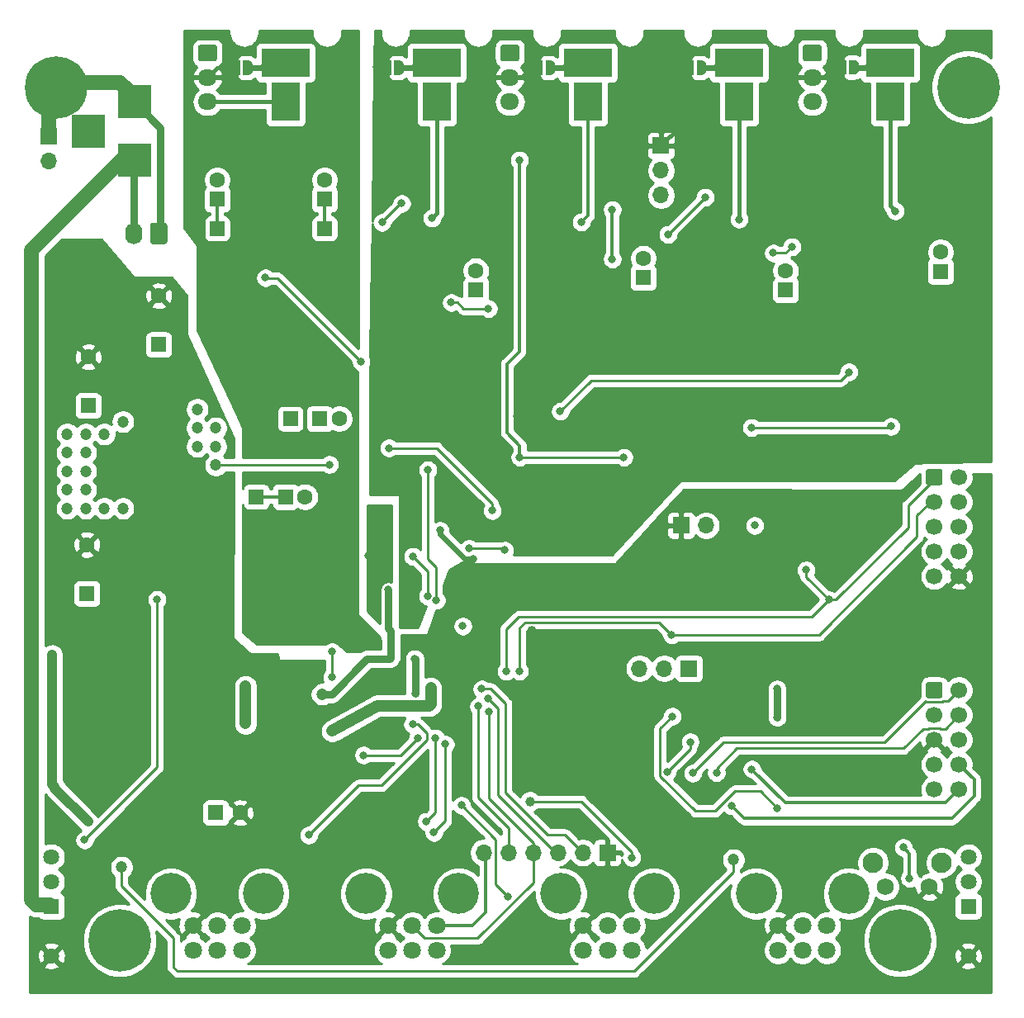
<source format=gbl>
G04 #@! TF.GenerationSoftware,KiCad,Pcbnew,(5.1.9-0-10_14)*
G04 #@! TF.CreationDate,2022-04-29T11:46:03+09:00*
G04 #@! TF.ProjectId,FreeDSP_Catamaran,46726565-4453-4505-9f43-6174616d6172,rev?*
G04 #@! TF.SameCoordinates,Original*
G04 #@! TF.FileFunction,Copper,L2,Bot*
G04 #@! TF.FilePolarity,Positive*
%FSLAX46Y46*%
G04 Gerber Fmt 4.6, Leading zero omitted, Abs format (unit mm)*
G04 Created by KiCad (PCBNEW (5.1.9-0-10_14)) date 2022-04-29 11:46:03*
%MOMM*%
%LPD*%
G01*
G04 APERTURE LIST*
G04 #@! TA.AperFunction,SMDPad,CuDef*
%ADD10C,0.100000*%
G04 #@! TD*
G04 #@! TA.AperFunction,ComponentPad*
%ADD11C,4.200000*%
G04 #@! TD*
G04 #@! TA.AperFunction,ComponentPad*
%ADD12C,1.800000*%
G04 #@! TD*
G04 #@! TA.AperFunction,ComponentPad*
%ADD13O,1.950000X1.700000*%
G04 #@! TD*
G04 #@! TA.AperFunction,ComponentPad*
%ADD14R,1.524000X1.524000*%
G04 #@! TD*
G04 #@! TA.AperFunction,ComponentPad*
%ADD15C,1.600000*%
G04 #@! TD*
G04 #@! TA.AperFunction,ComponentPad*
%ADD16R,1.600000X1.600000*%
G04 #@! TD*
G04 #@! TA.AperFunction,ComponentPad*
%ADD17O,1.700000X1.700000*%
G04 #@! TD*
G04 #@! TA.AperFunction,ComponentPad*
%ADD18R,1.700000X1.700000*%
G04 #@! TD*
G04 #@! TA.AperFunction,ComponentPad*
%ADD19R,5.000000X3.000000*%
G04 #@! TD*
G04 #@! TA.AperFunction,ComponentPad*
%ADD20R,3.000000X4.000000*%
G04 #@! TD*
G04 #@! TA.AperFunction,ComponentPad*
%ADD21C,1.700000*%
G04 #@! TD*
G04 #@! TA.AperFunction,ComponentPad*
%ADD22R,3.500000X3.500000*%
G04 #@! TD*
G04 #@! TA.AperFunction,ComponentPad*
%ADD23C,2.100000*%
G04 #@! TD*
G04 #@! TA.AperFunction,ComponentPad*
%ADD24C,1.750000*%
G04 #@! TD*
G04 #@! TA.AperFunction,ComponentPad*
%ADD25C,0.800000*%
G04 #@! TD*
G04 #@! TA.AperFunction,ComponentPad*
%ADD26C,6.400000*%
G04 #@! TD*
G04 #@! TA.AperFunction,ComponentPad*
%ADD27R,1.635000X1.635000*%
G04 #@! TD*
G04 #@! TA.AperFunction,ComponentPad*
%ADD28C,1.635000*%
G04 #@! TD*
G04 #@! TA.AperFunction,ComponentPad*
%ADD29O,1.740000X2.190000*%
G04 #@! TD*
G04 #@! TA.AperFunction,ViaPad*
%ADD30C,0.800000*%
G04 #@! TD*
G04 #@! TA.AperFunction,ViaPad*
%ADD31C,1.200000*%
G04 #@! TD*
G04 #@! TA.AperFunction,ViaPad*
%ADD32C,1.000000*%
G04 #@! TD*
G04 #@! TA.AperFunction,Conductor*
%ADD33C,0.250000*%
G04 #@! TD*
G04 #@! TA.AperFunction,Conductor*
%ADD34C,0.800000*%
G04 #@! TD*
G04 #@! TA.AperFunction,Conductor*
%ADD35C,1.200000*%
G04 #@! TD*
G04 #@! TA.AperFunction,Conductor*
%ADD36C,0.300000*%
G04 #@! TD*
G04 #@! TA.AperFunction,Conductor*
%ADD37C,1.500000*%
G04 #@! TD*
G04 #@! TA.AperFunction,Conductor*
%ADD38C,0.600000*%
G04 #@! TD*
G04 #@! TA.AperFunction,Conductor*
%ADD39C,0.400000*%
G04 #@! TD*
G04 #@! TA.AperFunction,Conductor*
%ADD40C,1.000000*%
G04 #@! TD*
G04 #@! TA.AperFunction,Conductor*
%ADD41C,0.254000*%
G04 #@! TD*
G04 #@! TA.AperFunction,Conductor*
%ADD42C,0.100000*%
G04 #@! TD*
G04 APERTURE END LIST*
G04 #@! TA.AperFunction,SMDPad,CuDef*
D10*
G36*
X73150000Y-43750602D02*
G01*
X73174534Y-43750602D01*
X73223365Y-43755412D01*
X73271490Y-43764984D01*
X73318445Y-43779228D01*
X73363778Y-43798005D01*
X73407051Y-43821136D01*
X73447850Y-43848396D01*
X73485779Y-43879524D01*
X73520476Y-43914221D01*
X73551604Y-43952150D01*
X73578864Y-43992949D01*
X73601995Y-44036222D01*
X73620772Y-44081555D01*
X73635016Y-44128510D01*
X73644588Y-44176635D01*
X73649398Y-44225466D01*
X73649398Y-44250000D01*
X73650000Y-44250000D01*
X73650000Y-44750000D01*
X73649398Y-44750000D01*
X73649398Y-44774534D01*
X73644588Y-44823365D01*
X73635016Y-44871490D01*
X73620772Y-44918445D01*
X73601995Y-44963778D01*
X73578864Y-45007051D01*
X73551604Y-45047850D01*
X73520476Y-45085779D01*
X73485779Y-45120476D01*
X73447850Y-45151604D01*
X73407051Y-45178864D01*
X73363778Y-45201995D01*
X73318445Y-45220772D01*
X73271490Y-45235016D01*
X73223365Y-45244588D01*
X73174534Y-45249398D01*
X73150000Y-45249398D01*
X73150000Y-45250000D01*
X72650000Y-45250000D01*
X72650000Y-43750000D01*
X73150000Y-43750000D01*
X73150000Y-43750602D01*
G37*
G04 #@! TD.AperFunction*
G04 #@! TA.AperFunction,SMDPad,CuDef*
G36*
X72350000Y-45250000D02*
G01*
X71850000Y-45250000D01*
X71850000Y-45249398D01*
X71825466Y-45249398D01*
X71776635Y-45244588D01*
X71728510Y-45235016D01*
X71681555Y-45220772D01*
X71636222Y-45201995D01*
X71592949Y-45178864D01*
X71552150Y-45151604D01*
X71514221Y-45120476D01*
X71479524Y-45085779D01*
X71448396Y-45047850D01*
X71421136Y-45007051D01*
X71398005Y-44963778D01*
X71379228Y-44918445D01*
X71364984Y-44871490D01*
X71355412Y-44823365D01*
X71350602Y-44774534D01*
X71350602Y-44750000D01*
X71350000Y-44750000D01*
X71350000Y-44250000D01*
X71350602Y-44250000D01*
X71350602Y-44225466D01*
X71355412Y-44176635D01*
X71364984Y-44128510D01*
X71379228Y-44081555D01*
X71398005Y-44036222D01*
X71421136Y-43992949D01*
X71448396Y-43952150D01*
X71479524Y-43914221D01*
X71514221Y-43879524D01*
X71552150Y-43848396D01*
X71592949Y-43821136D01*
X71636222Y-43798005D01*
X71681555Y-43779228D01*
X71728510Y-43764984D01*
X71776635Y-43755412D01*
X71825466Y-43750602D01*
X71850000Y-43750602D01*
X71850000Y-43750000D01*
X72350000Y-43750000D01*
X72350000Y-45250000D01*
G37*
G04 #@! TD.AperFunction*
G04 #@! TA.AperFunction,SMDPad,CuDef*
G36*
X87350000Y-45249398D02*
G01*
X87325466Y-45249398D01*
X87276635Y-45244588D01*
X87228510Y-45235016D01*
X87181555Y-45220772D01*
X87136222Y-45201995D01*
X87092949Y-45178864D01*
X87052150Y-45151604D01*
X87014221Y-45120476D01*
X86979524Y-45085779D01*
X86948396Y-45047850D01*
X86921136Y-45007051D01*
X86898005Y-44963778D01*
X86879228Y-44918445D01*
X86864984Y-44871490D01*
X86855412Y-44823365D01*
X86850602Y-44774534D01*
X86850602Y-44750000D01*
X86850000Y-44750000D01*
X86850000Y-44250000D01*
X86850602Y-44250000D01*
X86850602Y-44225466D01*
X86855412Y-44176635D01*
X86864984Y-44128510D01*
X86879228Y-44081555D01*
X86898005Y-44036222D01*
X86921136Y-43992949D01*
X86948396Y-43952150D01*
X86979524Y-43914221D01*
X87014221Y-43879524D01*
X87052150Y-43848396D01*
X87092949Y-43821136D01*
X87136222Y-43798005D01*
X87181555Y-43779228D01*
X87228510Y-43764984D01*
X87276635Y-43755412D01*
X87325466Y-43750602D01*
X87350000Y-43750602D01*
X87350000Y-43750000D01*
X87850000Y-43750000D01*
X87850000Y-45250000D01*
X87350000Y-45250000D01*
X87350000Y-45249398D01*
G37*
G04 #@! TD.AperFunction*
G04 #@! TA.AperFunction,SMDPad,CuDef*
G36*
X88150000Y-43750000D02*
G01*
X88650000Y-43750000D01*
X88650000Y-43750602D01*
X88674534Y-43750602D01*
X88723365Y-43755412D01*
X88771490Y-43764984D01*
X88818445Y-43779228D01*
X88863778Y-43798005D01*
X88907051Y-43821136D01*
X88947850Y-43848396D01*
X88985779Y-43879524D01*
X89020476Y-43914221D01*
X89051604Y-43952150D01*
X89078864Y-43992949D01*
X89101995Y-44036222D01*
X89120772Y-44081555D01*
X89135016Y-44128510D01*
X89144588Y-44176635D01*
X89149398Y-44225466D01*
X89149398Y-44250000D01*
X89150000Y-44250000D01*
X89150000Y-44750000D01*
X89149398Y-44750000D01*
X89149398Y-44774534D01*
X89144588Y-44823365D01*
X89135016Y-44871490D01*
X89120772Y-44918445D01*
X89101995Y-44963778D01*
X89078864Y-45007051D01*
X89051604Y-45047850D01*
X89020476Y-45085779D01*
X88985779Y-45120476D01*
X88947850Y-45151604D01*
X88907051Y-45178864D01*
X88863778Y-45201995D01*
X88818445Y-45220772D01*
X88771490Y-45235016D01*
X88723365Y-45244588D01*
X88674534Y-45249398D01*
X88650000Y-45249398D01*
X88650000Y-45250000D01*
X88150000Y-45250000D01*
X88150000Y-43750000D01*
G37*
G04 #@! TD.AperFunction*
G04 #@! TA.AperFunction,SMDPad,CuDef*
G36*
X102855000Y-45249398D02*
G01*
X102830466Y-45249398D01*
X102781635Y-45244588D01*
X102733510Y-45235016D01*
X102686555Y-45220772D01*
X102641222Y-45201995D01*
X102597949Y-45178864D01*
X102557150Y-45151604D01*
X102519221Y-45120476D01*
X102484524Y-45085779D01*
X102453396Y-45047850D01*
X102426136Y-45007051D01*
X102403005Y-44963778D01*
X102384228Y-44918445D01*
X102369984Y-44871490D01*
X102360412Y-44823365D01*
X102355602Y-44774534D01*
X102355602Y-44750000D01*
X102355000Y-44750000D01*
X102355000Y-44250000D01*
X102355602Y-44250000D01*
X102355602Y-44225466D01*
X102360412Y-44176635D01*
X102369984Y-44128510D01*
X102384228Y-44081555D01*
X102403005Y-44036222D01*
X102426136Y-43992949D01*
X102453396Y-43952150D01*
X102484524Y-43914221D01*
X102519221Y-43879524D01*
X102557150Y-43848396D01*
X102597949Y-43821136D01*
X102641222Y-43798005D01*
X102686555Y-43779228D01*
X102733510Y-43764984D01*
X102781635Y-43755412D01*
X102830466Y-43750602D01*
X102855000Y-43750602D01*
X102855000Y-43750000D01*
X103355000Y-43750000D01*
X103355000Y-45250000D01*
X102855000Y-45250000D01*
X102855000Y-45249398D01*
G37*
G04 #@! TD.AperFunction*
G04 #@! TA.AperFunction,SMDPad,CuDef*
G36*
X103655000Y-43750000D02*
G01*
X104155000Y-43750000D01*
X104155000Y-43750602D01*
X104179534Y-43750602D01*
X104228365Y-43755412D01*
X104276490Y-43764984D01*
X104323445Y-43779228D01*
X104368778Y-43798005D01*
X104412051Y-43821136D01*
X104452850Y-43848396D01*
X104490779Y-43879524D01*
X104525476Y-43914221D01*
X104556604Y-43952150D01*
X104583864Y-43992949D01*
X104606995Y-44036222D01*
X104625772Y-44081555D01*
X104640016Y-44128510D01*
X104649588Y-44176635D01*
X104654398Y-44225466D01*
X104654398Y-44250000D01*
X104655000Y-44250000D01*
X104655000Y-44750000D01*
X104654398Y-44750000D01*
X104654398Y-44774534D01*
X104649588Y-44823365D01*
X104640016Y-44871490D01*
X104625772Y-44918445D01*
X104606995Y-44963778D01*
X104583864Y-45007051D01*
X104556604Y-45047850D01*
X104525476Y-45085779D01*
X104490779Y-45120476D01*
X104452850Y-45151604D01*
X104412051Y-45178864D01*
X104368778Y-45201995D01*
X104323445Y-45220772D01*
X104276490Y-45235016D01*
X104228365Y-45244588D01*
X104179534Y-45249398D01*
X104155000Y-45249398D01*
X104155000Y-45250000D01*
X103655000Y-45250000D01*
X103655000Y-43750000D01*
G37*
G04 #@! TD.AperFunction*
G04 #@! TA.AperFunction,SMDPad,CuDef*
G36*
X118350000Y-45249398D02*
G01*
X118325466Y-45249398D01*
X118276635Y-45244588D01*
X118228510Y-45235016D01*
X118181555Y-45220772D01*
X118136222Y-45201995D01*
X118092949Y-45178864D01*
X118052150Y-45151604D01*
X118014221Y-45120476D01*
X117979524Y-45085779D01*
X117948396Y-45047850D01*
X117921136Y-45007051D01*
X117898005Y-44963778D01*
X117879228Y-44918445D01*
X117864984Y-44871490D01*
X117855412Y-44823365D01*
X117850602Y-44774534D01*
X117850602Y-44750000D01*
X117850000Y-44750000D01*
X117850000Y-44250000D01*
X117850602Y-44250000D01*
X117850602Y-44225466D01*
X117855412Y-44176635D01*
X117864984Y-44128510D01*
X117879228Y-44081555D01*
X117898005Y-44036222D01*
X117921136Y-43992949D01*
X117948396Y-43952150D01*
X117979524Y-43914221D01*
X118014221Y-43879524D01*
X118052150Y-43848396D01*
X118092949Y-43821136D01*
X118136222Y-43798005D01*
X118181555Y-43779228D01*
X118228510Y-43764984D01*
X118276635Y-43755412D01*
X118325466Y-43750602D01*
X118350000Y-43750602D01*
X118350000Y-43750000D01*
X118850000Y-43750000D01*
X118850000Y-45250000D01*
X118350000Y-45250000D01*
X118350000Y-45249398D01*
G37*
G04 #@! TD.AperFunction*
G04 #@! TA.AperFunction,SMDPad,CuDef*
G36*
X119150000Y-43750000D02*
G01*
X119650000Y-43750000D01*
X119650000Y-43750602D01*
X119674534Y-43750602D01*
X119723365Y-43755412D01*
X119771490Y-43764984D01*
X119818445Y-43779228D01*
X119863778Y-43798005D01*
X119907051Y-43821136D01*
X119947850Y-43848396D01*
X119985779Y-43879524D01*
X120020476Y-43914221D01*
X120051604Y-43952150D01*
X120078864Y-43992949D01*
X120101995Y-44036222D01*
X120120772Y-44081555D01*
X120135016Y-44128510D01*
X120144588Y-44176635D01*
X120149398Y-44225466D01*
X120149398Y-44250000D01*
X120150000Y-44250000D01*
X120150000Y-44750000D01*
X120149398Y-44750000D01*
X120149398Y-44774534D01*
X120144588Y-44823365D01*
X120135016Y-44871490D01*
X120120772Y-44918445D01*
X120101995Y-44963778D01*
X120078864Y-45007051D01*
X120051604Y-45047850D01*
X120020476Y-45085779D01*
X119985779Y-45120476D01*
X119947850Y-45151604D01*
X119907051Y-45178864D01*
X119863778Y-45201995D01*
X119818445Y-45220772D01*
X119771490Y-45235016D01*
X119723365Y-45244588D01*
X119674534Y-45249398D01*
X119650000Y-45249398D01*
X119650000Y-45250000D01*
X119150000Y-45250000D01*
X119150000Y-43750000D01*
G37*
G04 #@! TD.AperFunction*
G04 #@! TA.AperFunction,SMDPad,CuDef*
G36*
X133970000Y-45199398D02*
G01*
X133945466Y-45199398D01*
X133896635Y-45194588D01*
X133848510Y-45185016D01*
X133801555Y-45170772D01*
X133756222Y-45151995D01*
X133712949Y-45128864D01*
X133672150Y-45101604D01*
X133634221Y-45070476D01*
X133599524Y-45035779D01*
X133568396Y-44997850D01*
X133541136Y-44957051D01*
X133518005Y-44913778D01*
X133499228Y-44868445D01*
X133484984Y-44821490D01*
X133475412Y-44773365D01*
X133470602Y-44724534D01*
X133470602Y-44700000D01*
X133470000Y-44700000D01*
X133470000Y-44200000D01*
X133470602Y-44200000D01*
X133470602Y-44175466D01*
X133475412Y-44126635D01*
X133484984Y-44078510D01*
X133499228Y-44031555D01*
X133518005Y-43986222D01*
X133541136Y-43942949D01*
X133568396Y-43902150D01*
X133599524Y-43864221D01*
X133634221Y-43829524D01*
X133672150Y-43798396D01*
X133712949Y-43771136D01*
X133756222Y-43748005D01*
X133801555Y-43729228D01*
X133848510Y-43714984D01*
X133896635Y-43705412D01*
X133945466Y-43700602D01*
X133970000Y-43700602D01*
X133970000Y-43700000D01*
X134470000Y-43700000D01*
X134470000Y-45200000D01*
X133970000Y-45200000D01*
X133970000Y-45199398D01*
G37*
G04 #@! TD.AperFunction*
G04 #@! TA.AperFunction,SMDPad,CuDef*
G36*
X134770000Y-43700000D02*
G01*
X135270000Y-43700000D01*
X135270000Y-43700602D01*
X135294534Y-43700602D01*
X135343365Y-43705412D01*
X135391490Y-43714984D01*
X135438445Y-43729228D01*
X135483778Y-43748005D01*
X135527051Y-43771136D01*
X135567850Y-43798396D01*
X135605779Y-43829524D01*
X135640476Y-43864221D01*
X135671604Y-43902150D01*
X135698864Y-43942949D01*
X135721995Y-43986222D01*
X135740772Y-44031555D01*
X135755016Y-44078510D01*
X135764588Y-44126635D01*
X135769398Y-44175466D01*
X135769398Y-44200000D01*
X135770000Y-44200000D01*
X135770000Y-44700000D01*
X135769398Y-44700000D01*
X135769398Y-44724534D01*
X135764588Y-44773365D01*
X135755016Y-44821490D01*
X135740772Y-44868445D01*
X135721995Y-44913778D01*
X135698864Y-44957051D01*
X135671604Y-44997850D01*
X135640476Y-45035779D01*
X135605779Y-45070476D01*
X135567850Y-45101604D01*
X135527051Y-45128864D01*
X135483778Y-45151995D01*
X135438445Y-45170772D01*
X135391490Y-45185016D01*
X135343365Y-45194588D01*
X135294534Y-45199398D01*
X135270000Y-45199398D01*
X135270000Y-45200000D01*
X134770000Y-45200000D01*
X134770000Y-43700000D01*
G37*
G04 #@! TD.AperFunction*
D11*
X125250000Y-129200000D03*
X134750000Y-129200000D03*
D12*
X127500000Y-132500000D03*
X130000000Y-132500000D03*
X132500000Y-132500000D03*
X127500000Y-135000000D03*
X130000000Y-135000000D03*
X132500000Y-135000000D03*
G04 #@! TA.AperFunction,ComponentPad*
G36*
G01*
X68275000Y-42150000D02*
X69725000Y-42150000D01*
G75*
G02*
X69975000Y-42400000I0J-250000D01*
G01*
X69975000Y-43600000D01*
G75*
G02*
X69725000Y-43850000I-250000J0D01*
G01*
X68275000Y-43850000D01*
G75*
G02*
X68025000Y-43600000I0J250000D01*
G01*
X68025000Y-42400000D01*
G75*
G02*
X68275000Y-42150000I250000J0D01*
G01*
G37*
G04 #@! TD.AperFunction*
D13*
X69000000Y-45500000D03*
X69000000Y-48000000D03*
D14*
X77500000Y-80500000D03*
D15*
X82500000Y-80500000D03*
D16*
X80500000Y-80500000D03*
D14*
X74000000Y-88500000D03*
D15*
X79000000Y-88500000D03*
D16*
X77000000Y-88500000D03*
D12*
X92500000Y-135000000D03*
X90000000Y-135000000D03*
X87500000Y-135000000D03*
X92500000Y-132500000D03*
X90000000Y-132500000D03*
X87500000Y-132500000D03*
D11*
X94750000Y-129200000D03*
X85250000Y-129200000D03*
G04 #@! TA.AperFunction,ComponentPad*
G36*
G01*
X130275000Y-42150000D02*
X131725000Y-42150000D01*
G75*
G02*
X131975000Y-42400000I0J-250000D01*
G01*
X131975000Y-43600000D01*
G75*
G02*
X131725000Y-43850000I-250000J0D01*
G01*
X130275000Y-43850000D01*
G75*
G02*
X130025000Y-43600000I0J250000D01*
G01*
X130025000Y-42400000D01*
G75*
G02*
X130275000Y-42150000I250000J0D01*
G01*
G37*
G04 #@! TD.AperFunction*
D13*
X131000000Y-45500000D03*
X131000000Y-48000000D03*
X100000000Y-48000000D03*
X100000000Y-45500000D03*
G04 #@! TA.AperFunction,ComponentPad*
G36*
G01*
X99275000Y-42150000D02*
X100725000Y-42150000D01*
G75*
G02*
X100975000Y-42400000I0J-250000D01*
G01*
X100975000Y-43600000D01*
G75*
G02*
X100725000Y-43850000I-250000J0D01*
G01*
X99275000Y-43850000D01*
G75*
G02*
X99025000Y-43600000I0J250000D01*
G01*
X99025000Y-42400000D01*
G75*
G02*
X99275000Y-42150000I250000J0D01*
G01*
G37*
G04 #@! TD.AperFunction*
D16*
X96520000Y-67310000D03*
D15*
X96520000Y-65310000D03*
X113665000Y-64040000D03*
D16*
X113665000Y-66040000D03*
X128270000Y-67310000D03*
D15*
X128270000Y-65310000D03*
X144145000Y-63405000D03*
D16*
X144145000Y-65405000D03*
D15*
X56769000Y-74154000D03*
D16*
X56769000Y-79154000D03*
X56642000Y-98425000D03*
D15*
X56642000Y-93425000D03*
D17*
X52705000Y-54040000D03*
D18*
X52705000Y-51500000D03*
D19*
X92500000Y-44000000D03*
D20*
X92500000Y-48000000D03*
G04 #@! TA.AperFunction,ComponentPad*
G36*
G01*
X142660000Y-108931000D02*
X142660000Y-107731000D01*
G75*
G02*
X142910000Y-107481000I250000J0D01*
G01*
X144110000Y-107481000D01*
G75*
G02*
X144360000Y-107731000I0J-250000D01*
G01*
X144360000Y-108931000D01*
G75*
G02*
X144110000Y-109181000I-250000J0D01*
G01*
X142910000Y-109181000D01*
G75*
G02*
X142660000Y-108931000I0J250000D01*
G01*
G37*
G04 #@! TD.AperFunction*
D21*
X143510000Y-110871000D03*
X143510000Y-113411000D03*
X143510000Y-115951000D03*
X143510000Y-118491000D03*
X146050000Y-108331000D03*
X146050000Y-110871000D03*
X146050000Y-113411000D03*
X146050000Y-115951000D03*
X146050000Y-118491000D03*
D19*
X108000000Y-44000000D03*
D20*
X108000000Y-48000000D03*
X77000000Y-48000000D03*
D19*
X77000000Y-44000000D03*
D20*
X123500000Y-48000000D03*
D19*
X123500000Y-44000000D03*
D18*
X110000000Y-125000000D03*
D17*
X107460000Y-125000000D03*
X104920000Y-125000000D03*
X102380000Y-125000000D03*
X99840000Y-125000000D03*
X97300000Y-125000000D03*
D19*
X139000000Y-44000000D03*
D20*
X139000000Y-48000000D03*
D22*
X56800000Y-51000000D03*
X61500000Y-48000000D03*
X61500000Y-54000000D03*
D18*
X117560000Y-91440000D03*
D17*
X120100000Y-91440000D03*
D18*
X118367000Y-106103000D03*
D17*
X115827000Y-106103000D03*
X113287000Y-106103000D03*
D23*
X137240000Y-126010000D03*
D24*
X138500000Y-128500000D03*
X143000000Y-128500000D03*
D23*
X144250000Y-126010000D03*
D25*
X55197056Y-44802944D03*
X53500000Y-44100000D03*
X51802944Y-44802944D03*
X51100000Y-46500000D03*
X51802944Y-48197056D03*
X53500000Y-48900000D03*
X55197056Y-48197056D03*
X55900000Y-46500000D03*
D26*
X53500000Y-46500000D03*
D11*
X65250000Y-129200000D03*
X74750000Y-129200000D03*
D12*
X67500000Y-132500000D03*
X70000000Y-132500000D03*
X72500000Y-132500000D03*
X67500000Y-135000000D03*
X70000000Y-135000000D03*
X72500000Y-135000000D03*
D11*
X105250000Y-129200000D03*
X114750000Y-129200000D03*
D12*
X107500000Y-132500000D03*
X110000000Y-132500000D03*
X112500000Y-132500000D03*
X107500000Y-135000000D03*
X110000000Y-135000000D03*
X112500000Y-135000000D03*
D27*
X53000000Y-130500000D03*
D28*
X53000000Y-127960000D03*
X53000000Y-125420000D03*
X53000000Y-135580000D03*
X147000000Y-135580000D03*
X147000000Y-125420000D03*
X147000000Y-127960000D03*
D27*
X147000000Y-130500000D03*
G04 #@! TA.AperFunction,ComponentPad*
G36*
G01*
X142660000Y-87087000D02*
X142660000Y-85887000D01*
G75*
G02*
X142910000Y-85637000I250000J0D01*
G01*
X144110000Y-85637000D01*
G75*
G02*
X144360000Y-85887000I0J-250000D01*
G01*
X144360000Y-87087000D01*
G75*
G02*
X144110000Y-87337000I-250000J0D01*
G01*
X142910000Y-87337000D01*
G75*
G02*
X142660000Y-87087000I0J250000D01*
G01*
G37*
G04 #@! TD.AperFunction*
D21*
X143510000Y-89027000D03*
X143510000Y-91567000D03*
X143510000Y-94107000D03*
X143510000Y-96647000D03*
X146050000Y-86487000D03*
X146050000Y-89027000D03*
X146050000Y-91567000D03*
X146050000Y-94107000D03*
X146050000Y-96647000D03*
D26*
X60000000Y-134000000D03*
X140000000Y-134000000D03*
X147000000Y-46500000D03*
D16*
X69850000Y-120904000D03*
D15*
X72350000Y-120904000D03*
D16*
X81000000Y-58000000D03*
D15*
X81000000Y-56000000D03*
D14*
X81000000Y-61000000D03*
X70000000Y-61000000D03*
D15*
X70000000Y-56000000D03*
D16*
X70000000Y-58000000D03*
G04 #@! TA.AperFunction,ComponentPad*
G36*
G01*
X64870000Y-60654999D02*
X64870000Y-62345001D01*
G75*
G02*
X64620001Y-62595000I-249999J0D01*
G01*
X63379999Y-62595000D01*
G75*
G02*
X63130000Y-62345001I0J249999D01*
G01*
X63130000Y-60654999D01*
G75*
G02*
X63379999Y-60405000I249999J0D01*
G01*
X64620001Y-60405000D01*
G75*
G02*
X64870000Y-60654999I0J-249999D01*
G01*
G37*
G04 #@! TD.AperFunction*
D29*
X61460000Y-61500000D03*
D18*
X115500000Y-52500000D03*
D17*
X115500000Y-55040000D03*
X115500000Y-57580000D03*
D16*
X64000000Y-72900000D03*
D15*
X64000000Y-67900000D03*
D30*
X95173800Y-101760000D03*
D31*
X80749100Y-108753000D03*
D30*
X87523500Y-98013400D03*
X90241100Y-105105000D03*
X90279200Y-108703000D03*
X87749400Y-105070000D03*
X125095000Y-91440000D03*
X127408940Y-111125000D03*
X127398780Y-108209080D03*
D31*
X72898000Y-107950000D03*
X72898000Y-111760000D03*
D30*
X140970000Y-127635000D03*
X140335000Y-124460000D03*
X90256400Y-103241000D03*
X92837000Y-91948000D03*
D31*
X77470000Y-107696000D03*
D30*
X78740000Y-106680000D03*
X126492000Y-115824000D03*
X92816700Y-103924000D03*
D31*
X71120000Y-96680000D03*
X69850000Y-104300000D03*
D32*
X110485000Y-106619000D03*
X104770000Y-104714000D03*
X102235000Y-102235000D03*
X62230000Y-87790000D03*
X62230000Y-86520000D03*
X62230000Y-85250000D03*
X62230000Y-83980000D03*
X62230000Y-82710000D03*
X69041000Y-89695000D03*
X53975000Y-63025000D03*
X53975000Y-64295000D03*
D30*
X87630000Y-106680000D03*
X92906300Y-106750400D03*
X132715000Y-111125000D03*
X123096020Y-106037380D03*
X85500000Y-94500000D03*
X53200000Y-72600000D03*
X57199998Y-112000000D03*
X139700000Y-90170000D03*
D31*
X75946000Y-112014000D03*
D30*
X121836180Y-137507980D03*
X96232203Y-94868997D03*
X85725000Y-119380000D03*
X121920006Y-95885000D03*
X101092000Y-88265000D03*
X133477000Y-74930000D03*
X102489000Y-74930000D03*
X96349800Y-91374000D03*
X105882440Y-83121502D03*
X97155000Y-83820000D03*
X86400000Y-81600000D03*
X104889300Y-90695780D03*
X86433660Y-74300080D03*
X100717350Y-80257650D03*
X99555300Y-54693820D03*
X99555300Y-52158900D03*
X87900000Y-65850000D03*
X137160000Y-68580000D03*
X135255000Y-52070000D03*
X86360000Y-44450000D03*
X118130000Y-65766000D03*
X117200000Y-74000000D03*
X92006420Y-59926220D03*
X107314998Y-60325000D03*
X90043000Y-94615000D03*
X91564100Y-98681700D03*
X91587000Y-85745000D03*
X92466200Y-99113300D03*
X123494800Y-60045600D03*
X139524740Y-59197240D03*
X105169800Y-79729900D03*
D32*
X56769000Y-121826000D03*
X53086000Y-104681000D03*
D30*
X134757160Y-75712320D03*
X98197900Y-89922200D03*
X63832800Y-99041000D03*
D31*
X60325000Y-89695000D03*
X58420000Y-82075000D03*
X69850000Y-85250000D03*
X69850000Y-83345000D03*
X69850000Y-81440000D03*
X67945000Y-79535000D03*
X67945000Y-81440000D03*
X67945000Y-83345000D03*
X60325000Y-80805000D03*
X58420000Y-89695000D03*
X54610000Y-89695000D03*
X54610000Y-87790000D03*
X54610000Y-85885000D03*
X54610000Y-82075000D03*
X54610000Y-83980000D03*
X56515000Y-89695000D03*
X56515000Y-87790000D03*
X56515000Y-85885000D03*
X56515000Y-83980000D03*
X56515000Y-82075000D03*
D30*
X56388000Y-123698000D03*
X87600000Y-83500000D03*
X81500000Y-85200000D03*
X88900000Y-58420000D03*
X86898480Y-60375802D03*
X95816400Y-93804700D03*
X99479100Y-93987620D03*
X97866729Y-110566382D03*
X97790000Y-109220000D03*
X97110594Y-108205274D03*
X93385600Y-113883000D03*
X92201998Y-122936000D03*
X92369600Y-113233000D03*
X91434900Y-121793000D03*
X90025200Y-111854000D03*
X79375000Y-123190000D03*
X118745000Y-116840000D03*
X121183000Y-116807000D03*
X122735000Y-120213000D03*
X124803000Y-116434000D03*
D31*
X122936000Y-125730000D03*
X60198000Y-126492000D03*
D30*
X116652040Y-111013240D03*
X127412500Y-120412500D03*
X124785120Y-81401920D03*
X101018340Y-84455000D03*
X111683800Y-84455000D03*
X139065000Y-81280000D03*
X100965000Y-53975000D03*
X84746103Y-74638897D03*
X74930000Y-66040000D03*
X77470000Y-102123000D03*
X79000000Y-73500000D03*
X75750000Y-64500000D03*
X84000000Y-97000000D03*
X84000000Y-76500000D03*
X73000000Y-63000000D03*
X78600000Y-63000000D03*
X75800000Y-56800000D03*
X81757500Y-104394000D03*
X81759100Y-107027018D03*
X96774000Y-109982000D03*
X130376000Y-96004400D03*
X99634000Y-106403000D03*
X132715000Y-99060000D03*
X116599000Y-102674000D03*
X100970000Y-106375000D03*
X90586600Y-113210000D03*
X85000000Y-115000000D03*
D32*
X102048973Y-119741027D03*
D30*
X112500000Y-125500000D03*
X95045900Y-120150000D03*
X99822000Y-129540000D03*
X93979988Y-68580000D03*
X97790000Y-69215000D03*
X127000000Y-63500000D03*
X128905000Y-62865000D03*
D31*
X86403200Y-109931000D03*
X91884500Y-108128000D03*
X81788000Y-112522000D03*
D30*
X118483000Y-113637000D03*
X116142000Y-116693000D03*
X116205000Y-61595000D03*
X120015000Y-57785000D03*
X110490000Y-64135000D03*
X110490000Y-59055000D03*
D33*
X87754500Y-99639100D02*
X87523500Y-99408100D01*
X87523500Y-99408100D02*
X87523500Y-98013400D01*
D34*
X90279200Y-108703000D02*
X90279200Y-105143000D01*
D33*
X90279200Y-105143000D02*
X90241100Y-105105000D01*
D34*
X81721600Y-108753000D02*
X80749100Y-108753000D01*
X85359240Y-105115360D02*
X81721600Y-108753000D01*
X87704040Y-105115360D02*
X85359240Y-105115360D01*
X87749400Y-105070000D02*
X87704040Y-105115360D01*
X127408940Y-108219240D02*
X127398780Y-108209080D01*
X127408940Y-111125000D02*
X127408940Y-108219240D01*
X87523500Y-98013400D02*
X87523500Y-101976500D01*
X87754500Y-102254500D02*
X87754500Y-105064900D01*
X87754500Y-105064900D02*
X87749400Y-105070000D01*
X87500000Y-102000000D02*
X87754500Y-102254500D01*
D35*
X72898000Y-107950000D02*
X72898000Y-111760000D01*
D36*
X140970000Y-125095000D02*
X140970000Y-127635000D01*
X140335000Y-124460000D02*
X140970000Y-125095000D01*
D34*
X92786200Y-103924000D02*
X92102900Y-103241000D01*
X92102900Y-103241000D02*
X90256400Y-103241000D01*
D33*
X92816700Y-103924000D02*
X92786200Y-103924000D01*
D37*
X62230000Y-85250000D02*
X62230000Y-86520000D01*
X62230000Y-82710000D02*
X62230000Y-83980000D01*
D38*
X95369377Y-94868997D02*
X96232203Y-94868997D01*
X92837000Y-92336620D02*
X95369377Y-94868997D01*
X92837000Y-91948000D02*
X92837000Y-92336620D01*
D39*
X100000000Y-45500000D02*
X101118960Y-45500000D01*
X102118960Y-44500000D02*
X102855000Y-44500000D01*
X101118960Y-45500000D02*
X102118960Y-44500000D01*
X117821240Y-44500000D02*
X118350000Y-44500000D01*
X117439440Y-50560560D02*
X117439440Y-44881800D01*
X117439440Y-44881800D02*
X117821240Y-44500000D01*
X115500000Y-52500000D02*
X117439440Y-50560560D01*
X133970000Y-44450000D02*
X133182360Y-44450000D01*
X132132360Y-45500000D02*
X131000000Y-45500000D01*
X133182360Y-44450000D02*
X132132360Y-45500000D01*
X99555300Y-54693820D02*
X99555300Y-52158900D01*
X86410000Y-44500000D02*
X86360000Y-44450000D01*
X87350000Y-44500000D02*
X86410000Y-44500000D01*
X92500000Y-59432640D02*
X92006420Y-59926220D01*
X92500000Y-48000000D02*
X92500000Y-59432640D01*
D36*
X108000000Y-48000000D02*
X108000000Y-59639998D01*
X108000000Y-59639998D02*
X107314998Y-60325000D01*
D33*
X91564100Y-98681700D02*
X91564100Y-96136100D01*
X91564100Y-96136100D02*
X90043000Y-94615000D01*
D36*
X81000000Y-58000000D02*
X81000000Y-61000000D01*
D39*
X69000000Y-48000000D02*
X77000000Y-48000000D01*
D33*
X92466200Y-99113300D02*
X92466200Y-95763100D01*
X92466200Y-95763100D02*
X91587000Y-94883900D01*
X91587000Y-94883900D02*
X91587000Y-85745000D01*
D36*
X74000000Y-88500000D02*
X77000000Y-88500000D01*
D39*
X123500000Y-60040400D02*
X123494800Y-60045600D01*
X123500000Y-48000000D02*
X123500000Y-60040400D01*
X139000000Y-58672500D02*
X139524740Y-59197240D01*
X139000000Y-48000000D02*
X139000000Y-58672500D01*
D40*
X53086000Y-104681000D02*
X53086000Y-118016000D01*
X53086000Y-118016000D02*
X53340000Y-118270000D01*
X53340000Y-118270000D02*
X53340000Y-118397000D01*
X53340000Y-118397000D02*
X56769000Y-121826000D01*
D33*
X105169800Y-79729900D02*
X108336480Y-76563220D01*
X108336480Y-76563220D02*
X129989580Y-76563220D01*
X133906260Y-76563220D02*
X134757160Y-75712320D01*
X129989580Y-76563220D02*
X133906260Y-76563220D01*
X63832800Y-116253200D02*
X56388000Y-123698000D01*
X63832800Y-99041000D02*
X63832800Y-116253200D01*
X92500000Y-83500000D02*
X98197900Y-89197900D01*
X98197900Y-89197900D02*
X98197900Y-89922200D01*
X87600000Y-83500000D02*
X92500000Y-83500000D01*
X69850000Y-85250000D02*
X81450000Y-85250000D01*
X81450000Y-85250000D02*
X81500000Y-85200000D01*
D36*
X96191440Y-132500000D02*
X92500000Y-132500000D01*
X97543620Y-131147820D02*
X96191440Y-132500000D01*
X97543620Y-125243620D02*
X97543620Y-131147820D01*
X97300000Y-125000000D02*
X97543620Y-125243620D01*
X88900000Y-58420000D02*
X86944198Y-60375802D01*
X86944198Y-60375802D02*
X86898480Y-60375802D01*
D33*
X99479100Y-93987620D02*
X99265700Y-93804700D01*
X99265700Y-93804700D02*
X95816400Y-93804700D01*
X97866729Y-119456729D02*
X97866729Y-110566382D01*
X102380000Y-123970000D02*
X97866729Y-119456729D01*
X102380000Y-125000000D02*
X102380000Y-123970000D01*
X91251320Y-133751320D02*
X90000000Y-132500000D01*
X102380000Y-128055002D02*
X96683682Y-133751320D01*
X96683682Y-133751320D02*
X91251320Y-133751320D01*
X102380000Y-125000000D02*
X102380000Y-128055002D01*
X98806000Y-110236000D02*
X97790000Y-109220000D01*
X98806000Y-119126000D02*
X98806000Y-110236000D01*
X104680000Y-125000000D02*
X98806000Y-119126000D01*
X104920000Y-125000000D02*
X104680000Y-125000000D01*
X98045274Y-108205274D02*
X97110594Y-108205274D01*
X99568000Y-109728000D02*
X98045274Y-108205274D01*
X105650000Y-123190000D02*
X103886000Y-123190000D01*
X99568000Y-118872000D02*
X99568000Y-109728000D01*
X103886000Y-123190000D02*
X99568000Y-118872000D01*
X107460000Y-125000000D02*
X105650000Y-123190000D01*
X93385600Y-113883000D02*
X93385600Y-121752398D01*
X93385600Y-121752398D02*
X92201998Y-122936000D01*
X91434900Y-121793000D02*
X92369600Y-120858000D01*
X92369600Y-120858000D02*
X92369600Y-113233000D01*
X84455000Y-118110000D02*
X79375000Y-123190000D01*
X86829100Y-118110000D02*
X84455000Y-118110000D01*
X91515100Y-113424000D02*
X86829100Y-118110000D01*
X91515100Y-112778000D02*
X91515100Y-113424000D01*
X90591100Y-111854000D02*
X91515100Y-112778000D01*
X90025200Y-111854000D02*
X90591100Y-111854000D01*
X121920000Y-113665000D02*
X118745000Y-116840000D01*
X138430000Y-113665000D02*
X121920000Y-113665000D01*
X142639810Y-109474000D02*
X142621000Y-109474000D01*
X142621000Y-109474000D02*
X138430000Y-113665000D01*
X144348180Y-109506010D02*
X142671820Y-109506010D01*
X142671820Y-109506010D02*
X142639810Y-109474000D01*
X146050000Y-108331000D02*
X144907000Y-109474000D01*
X144380190Y-109474000D02*
X144348180Y-109506010D01*
X144907000Y-109474000D02*
X144380190Y-109474000D01*
X123263000Y-114300000D02*
X121183000Y-116380000D01*
X140335000Y-114300000D02*
X123263000Y-114300000D01*
X142355000Y-112280000D02*
X140335000Y-114300000D01*
X142901998Y-112280000D02*
X142355000Y-112280000D01*
X121183000Y-116380000D02*
X121183000Y-116807000D01*
X144641000Y-112280000D02*
X144118002Y-112280000D01*
X142945999Y-112235999D02*
X142901998Y-112280000D01*
X144074001Y-112235999D02*
X142945999Y-112235999D01*
X144118002Y-112280000D02*
X144074001Y-112235999D01*
X146050000Y-110871000D02*
X144641000Y-112280000D01*
D36*
X124022000Y-121500000D02*
X122735000Y-120213000D01*
X145327000Y-121500000D02*
X124022000Y-121500000D01*
X147612000Y-119215000D02*
X145327000Y-121500000D01*
X147612000Y-117513000D02*
X147612000Y-119215000D01*
X146050000Y-115951000D02*
X147612000Y-117513000D01*
X128252000Y-119883000D02*
X124803000Y-116434000D01*
X144658000Y-119883000D02*
X128252000Y-119883000D01*
X146050000Y-118491000D02*
X144658000Y-119883000D01*
D33*
X122936000Y-126941580D02*
X122936000Y-125730000D01*
X112717580Y-137160000D02*
X122936000Y-126941580D01*
X65918080Y-137160000D02*
X112717580Y-137160000D01*
X65530279Y-136772199D02*
X65918080Y-137160000D01*
X65530279Y-133774999D02*
X65530279Y-136772199D01*
X60198000Y-128442720D02*
X65530279Y-133774999D01*
X60198000Y-126492000D02*
X60198000Y-128442720D01*
X115408200Y-112257080D02*
X115408200Y-117116204D01*
X116652040Y-111013240D02*
X115408200Y-112257080D01*
X121032098Y-120740002D02*
X123091600Y-118680500D01*
X119031998Y-120740002D02*
X121032098Y-120740002D01*
X123091600Y-118680500D02*
X125680500Y-118680500D01*
X115408200Y-117116204D02*
X119031998Y-120740002D01*
X125680500Y-118680500D02*
X127412500Y-120412500D01*
X111683800Y-84455000D02*
X101018340Y-84455000D01*
X138943080Y-81401920D02*
X139065000Y-81280000D01*
X124785120Y-81401920D02*
X138943080Y-81401920D01*
D36*
X99695000Y-74874120D02*
X100965000Y-73604120D01*
X100965000Y-73604120D02*
X100965000Y-53975000D01*
X99695000Y-81915000D02*
X99695000Y-74874120D01*
X101018340Y-83238340D02*
X99695000Y-81915000D01*
X101018340Y-84455000D02*
X101018340Y-83238340D01*
D33*
X84746103Y-74638897D02*
X76200000Y-66092794D01*
X74982794Y-66092794D02*
X74930000Y-66040000D01*
X76200000Y-66092794D02*
X74982794Y-66092794D01*
X51802900Y-45197100D02*
X51100000Y-44494200D01*
X52705000Y-45383700D02*
X51989500Y-45383700D01*
X51989500Y-45383700D02*
X51802900Y-45197100D01*
D37*
X52705000Y-45383700D02*
X52705000Y-44295000D01*
X52705000Y-46472400D02*
X52705000Y-45383700D01*
D33*
X52705000Y-46472400D02*
X52927600Y-46472400D01*
X52927600Y-46472400D02*
X53500000Y-45900000D01*
D34*
X64147700Y-50647700D02*
X61500000Y-48000000D01*
X64147700Y-61352300D02*
X64147700Y-50647700D01*
X64000000Y-61500000D02*
X64147700Y-61352300D01*
D37*
X60000000Y-46000000D02*
X54000000Y-46000000D01*
X54000000Y-46000000D02*
X53500000Y-46500000D01*
X61500000Y-47500000D02*
X60000000Y-46000000D01*
X52705000Y-47295000D02*
X53500000Y-46500000D01*
X52705000Y-51500000D02*
X52705000Y-47295000D01*
D39*
X70000000Y-44500000D02*
X69000000Y-45500000D01*
X71850000Y-44500000D02*
X70000000Y-44500000D01*
D33*
X81757500Y-107025418D02*
X81759100Y-107027018D01*
X81757500Y-104394000D02*
X81757500Y-107025418D01*
X96774000Y-119380000D02*
X96774000Y-109982000D01*
X99840000Y-122446000D02*
X96774000Y-119380000D01*
X99840000Y-125000000D02*
X99840000Y-122446000D01*
X99634000Y-102070000D02*
X99634000Y-106403000D01*
X130659060Y-100834000D02*
X100870000Y-100834000D01*
X100870000Y-100834000D02*
X99634000Y-102070000D01*
X130941000Y-100834000D02*
X132715000Y-99060000D01*
X130659060Y-100834000D02*
X130941000Y-100834000D01*
X130376000Y-96721000D02*
X132715000Y-99060000D01*
X130376000Y-96004400D02*
X130376000Y-96721000D01*
X143510000Y-86741000D02*
X143510000Y-86487000D01*
X140843000Y-91657000D02*
X140843000Y-89408000D01*
X133440000Y-99060000D02*
X140843000Y-91657000D01*
X140843000Y-89408000D02*
X143510000Y-86741000D01*
X132715000Y-99060000D02*
X133440000Y-99060000D01*
X100970000Y-106375000D02*
X100970000Y-101948000D01*
X100970000Y-101948000D02*
X101559000Y-101359000D01*
X101559000Y-101359000D02*
X115283000Y-101359000D01*
X115283000Y-101359000D02*
X116599000Y-102674000D01*
X143129000Y-89027000D02*
X143510000Y-89027000D01*
X141732000Y-90424000D02*
X143129000Y-89027000D01*
X131681640Y-102674000D02*
X141732000Y-92623640D01*
X141732000Y-92623640D02*
X141732000Y-90424000D01*
X116599000Y-102674000D02*
X131681640Y-102674000D01*
X90586600Y-113210000D02*
X88796600Y-115000000D01*
X88796600Y-115000000D02*
X85000000Y-115000000D01*
X112500000Y-124934315D02*
X112500000Y-125500000D01*
X107306712Y-119741027D02*
X112500000Y-124934315D01*
X102048973Y-119741027D02*
X107306712Y-119741027D01*
X95045900Y-120150000D02*
X98552000Y-123656100D01*
X98552000Y-128270000D02*
X99822000Y-129540000D01*
X98552000Y-123656100D02*
X98552000Y-128270000D01*
X94615000Y-68580000D02*
X93979988Y-68580000D01*
X95250000Y-69215000D02*
X94615000Y-68580000D01*
X97790000Y-69215000D02*
X95250000Y-69215000D01*
X128270000Y-63500000D02*
X128905000Y-62865000D01*
X127000000Y-63500000D02*
X128270000Y-63500000D01*
D35*
X91884500Y-108128000D02*
X91884500Y-109817000D01*
X91884500Y-109817000D02*
X91770400Y-109931000D01*
X91770400Y-109931000D02*
X86403200Y-109931000D01*
X81788000Y-112522000D02*
X86403200Y-109931000D01*
D33*
X116142000Y-116693000D02*
X118483000Y-114351000D01*
X118483000Y-114351000D02*
X118483000Y-113637000D01*
D36*
X70000000Y-58000000D02*
X70000000Y-61000000D01*
D38*
X75185000Y-43815000D02*
X76815000Y-43815000D01*
X76815000Y-43815000D02*
X77000000Y-44000000D01*
X74500000Y-44500000D02*
X75185000Y-43815000D01*
X73000000Y-44500000D02*
X74500000Y-44500000D01*
D33*
X116205000Y-61595000D02*
X120015000Y-57785000D01*
D36*
X110490000Y-64135000D02*
X110490000Y-59055000D01*
D38*
X92315000Y-43815000D02*
X92500000Y-44000000D01*
X90000000Y-44500000D02*
X90685000Y-43815000D01*
X90685000Y-43815000D02*
X92315000Y-43815000D01*
X88500000Y-44500000D02*
X90000000Y-44500000D01*
X106000000Y-44000000D02*
X108000000Y-44000000D01*
X105500000Y-44500000D02*
X106000000Y-44000000D01*
X104155000Y-44500000D02*
X105500000Y-44500000D01*
X121685000Y-43815000D02*
X123315000Y-43815000D01*
X121000000Y-44500000D02*
X121685000Y-43815000D01*
X123315000Y-43815000D02*
X123500000Y-44000000D01*
X119500000Y-44500000D02*
X121000000Y-44500000D01*
X137000000Y-44000000D02*
X139000000Y-44000000D01*
X136500000Y-44500000D02*
X137000000Y-44000000D01*
X135270000Y-44500000D02*
X136500000Y-44500000D01*
D37*
X61500000Y-53500000D02*
X60710000Y-53500000D01*
X60710000Y-53500000D02*
X50975000Y-63235000D01*
X50975000Y-63235000D02*
X50975000Y-129875000D01*
X50975000Y-129875000D02*
X51435000Y-130335000D01*
X51435000Y-130335000D02*
X52835000Y-130335000D01*
X52835000Y-130335000D02*
X53000000Y-130500000D01*
D34*
X61460000Y-61500000D02*
X61460000Y-54040000D01*
D41*
X86715000Y-40975408D02*
X86737210Y-41200913D01*
X86824983Y-41490261D01*
X86967519Y-41756927D01*
X87159340Y-41990661D01*
X87393074Y-42182481D01*
X87659740Y-42325017D01*
X87949088Y-42412790D01*
X88250000Y-42442427D01*
X88550913Y-42412790D01*
X88840261Y-42325017D01*
X89106927Y-42182481D01*
X89340661Y-41990661D01*
X89532481Y-41756927D01*
X89675017Y-41490261D01*
X89762790Y-41200913D01*
X89785000Y-40975407D01*
X89785000Y-40660000D01*
X95215000Y-40660000D01*
X95215000Y-40975408D01*
X95237210Y-41200913D01*
X95324983Y-41490261D01*
X95467519Y-41756927D01*
X95659340Y-41990661D01*
X95893074Y-42182481D01*
X96159740Y-42325017D01*
X96449088Y-42412790D01*
X96750000Y-42442427D01*
X97050913Y-42412790D01*
X97093075Y-42400000D01*
X98386928Y-42400000D01*
X98386928Y-43600000D01*
X98403992Y-43773254D01*
X98454528Y-43939850D01*
X98536595Y-44093386D01*
X98647038Y-44227962D01*
X98781614Y-44338405D01*
X98886961Y-44394714D01*
X98865571Y-44410951D01*
X98672504Y-44628807D01*
X98525648Y-44880142D01*
X98433524Y-45143110D01*
X98554845Y-45373000D01*
X99873000Y-45373000D01*
X99873000Y-45353000D01*
X100127000Y-45353000D01*
X100127000Y-45373000D01*
X101445155Y-45373000D01*
X101566476Y-45143110D01*
X101474352Y-44880142D01*
X101327496Y-44628807D01*
X101134429Y-44410951D01*
X101113039Y-44394714D01*
X101218386Y-44338405D01*
X101352962Y-44227962D01*
X101463405Y-44093386D01*
X101545472Y-43939850D01*
X101596008Y-43773254D01*
X101598298Y-43750000D01*
X103016928Y-43750000D01*
X103016928Y-45250000D01*
X103029188Y-45374482D01*
X103065498Y-45494180D01*
X103124463Y-45604494D01*
X103203815Y-45701185D01*
X103300506Y-45780537D01*
X103410820Y-45839502D01*
X103530518Y-45875812D01*
X103655000Y-45888072D01*
X104155000Y-45888072D01*
X104179450Y-45885664D01*
X104204009Y-45885664D01*
X104328490Y-45873404D01*
X104424623Y-45854282D01*
X104544319Y-45817973D01*
X104634875Y-45780464D01*
X104745192Y-45721498D01*
X104826691Y-45667042D01*
X104875058Y-45627349D01*
X104910498Y-45744180D01*
X104969463Y-45854494D01*
X105048815Y-45951185D01*
X105145506Y-46030537D01*
X105255820Y-46089502D01*
X105375518Y-46125812D01*
X105500000Y-46138072D01*
X105861928Y-46138072D01*
X105861928Y-50000000D01*
X105874188Y-50124482D01*
X105910498Y-50244180D01*
X105969463Y-50354494D01*
X106048815Y-50451185D01*
X106145506Y-50530537D01*
X106255820Y-50589502D01*
X106375518Y-50625812D01*
X106500000Y-50638072D01*
X107215000Y-50638072D01*
X107215001Y-59290000D01*
X107213059Y-59290000D01*
X107013100Y-59329774D01*
X106824742Y-59407795D01*
X106655224Y-59521063D01*
X106511061Y-59665226D01*
X106397793Y-59834744D01*
X106319772Y-60023102D01*
X106279998Y-60223061D01*
X106279998Y-60426939D01*
X106319772Y-60626898D01*
X106397793Y-60815256D01*
X106511061Y-60984774D01*
X106655224Y-61128937D01*
X106824742Y-61242205D01*
X107013100Y-61320226D01*
X107213059Y-61360000D01*
X107416937Y-61360000D01*
X107616896Y-61320226D01*
X107805254Y-61242205D01*
X107974772Y-61128937D01*
X108118935Y-60984774D01*
X108232203Y-60815256D01*
X108310224Y-60626898D01*
X108349998Y-60426939D01*
X108349998Y-60400158D01*
X108527815Y-60222341D01*
X108557764Y-60197762D01*
X108655862Y-60078231D01*
X108728754Y-59941858D01*
X108754491Y-59857014D01*
X108773641Y-59793886D01*
X108778584Y-59743702D01*
X108785000Y-59678559D01*
X108785000Y-59678552D01*
X108788797Y-59639999D01*
X108785000Y-59601446D01*
X108785000Y-58953061D01*
X109455000Y-58953061D01*
X109455000Y-59156939D01*
X109494774Y-59356898D01*
X109572795Y-59545256D01*
X109686063Y-59714774D01*
X109705001Y-59733712D01*
X109705000Y-63456289D01*
X109686063Y-63475226D01*
X109572795Y-63644744D01*
X109494774Y-63833102D01*
X109455000Y-64033061D01*
X109455000Y-64236939D01*
X109494774Y-64436898D01*
X109572795Y-64625256D01*
X109686063Y-64794774D01*
X109830226Y-64938937D01*
X109999744Y-65052205D01*
X110188102Y-65130226D01*
X110388061Y-65170000D01*
X110591939Y-65170000D01*
X110791898Y-65130226D01*
X110980256Y-65052205D01*
X111149774Y-64938937D01*
X111293937Y-64794774D01*
X111407205Y-64625256D01*
X111485226Y-64436898D01*
X111525000Y-64236939D01*
X111525000Y-64033061D01*
X111485226Y-63833102D01*
X111407205Y-63644744D01*
X111293937Y-63475226D01*
X111275000Y-63456289D01*
X111275000Y-61493061D01*
X115170000Y-61493061D01*
X115170000Y-61696939D01*
X115209774Y-61896898D01*
X115287795Y-62085256D01*
X115401063Y-62254774D01*
X115545226Y-62398937D01*
X115714744Y-62512205D01*
X115903102Y-62590226D01*
X116103061Y-62630000D01*
X116306939Y-62630000D01*
X116506898Y-62590226D01*
X116695256Y-62512205D01*
X116864774Y-62398937D01*
X117008937Y-62254774D01*
X117122205Y-62085256D01*
X117200226Y-61896898D01*
X117240000Y-61696939D01*
X117240000Y-61634801D01*
X120054802Y-58820000D01*
X120116939Y-58820000D01*
X120316898Y-58780226D01*
X120505256Y-58702205D01*
X120674774Y-58588937D01*
X120818937Y-58444774D01*
X120932205Y-58275256D01*
X121010226Y-58086898D01*
X121050000Y-57886939D01*
X121050000Y-57683061D01*
X121010226Y-57483102D01*
X120932205Y-57294744D01*
X120818937Y-57125226D01*
X120674774Y-56981063D01*
X120505256Y-56867795D01*
X120316898Y-56789774D01*
X120116939Y-56750000D01*
X119913061Y-56750000D01*
X119713102Y-56789774D01*
X119524744Y-56867795D01*
X119355226Y-56981063D01*
X119211063Y-57125226D01*
X119097795Y-57294744D01*
X119019774Y-57483102D01*
X118980000Y-57683061D01*
X118980000Y-57745198D01*
X116165199Y-60560000D01*
X116103061Y-60560000D01*
X115903102Y-60599774D01*
X115714744Y-60677795D01*
X115545226Y-60791063D01*
X115401063Y-60935226D01*
X115287795Y-61104744D01*
X115209774Y-61293102D01*
X115170000Y-61493061D01*
X111275000Y-61493061D01*
X111275000Y-59733711D01*
X111293937Y-59714774D01*
X111407205Y-59545256D01*
X111485226Y-59356898D01*
X111525000Y-59156939D01*
X111525000Y-58953061D01*
X111485226Y-58753102D01*
X111407205Y-58564744D01*
X111293937Y-58395226D01*
X111149774Y-58251063D01*
X110980256Y-58137795D01*
X110791898Y-58059774D01*
X110591939Y-58020000D01*
X110388061Y-58020000D01*
X110188102Y-58059774D01*
X109999744Y-58137795D01*
X109830226Y-58251063D01*
X109686063Y-58395226D01*
X109572795Y-58564744D01*
X109494774Y-58753102D01*
X109455000Y-58953061D01*
X108785000Y-58953061D01*
X108785000Y-53350000D01*
X114011928Y-53350000D01*
X114024188Y-53474482D01*
X114060498Y-53594180D01*
X114119463Y-53704494D01*
X114198815Y-53801185D01*
X114295506Y-53880537D01*
X114405820Y-53939502D01*
X114478380Y-53961513D01*
X114346525Y-54093368D01*
X114184010Y-54336589D01*
X114072068Y-54606842D01*
X114015000Y-54893740D01*
X114015000Y-55186260D01*
X114072068Y-55473158D01*
X114184010Y-55743411D01*
X114346525Y-55986632D01*
X114553368Y-56193475D01*
X114727760Y-56310000D01*
X114553368Y-56426525D01*
X114346525Y-56633368D01*
X114184010Y-56876589D01*
X114072068Y-57146842D01*
X114015000Y-57433740D01*
X114015000Y-57726260D01*
X114072068Y-58013158D01*
X114184010Y-58283411D01*
X114346525Y-58526632D01*
X114553368Y-58733475D01*
X114796589Y-58895990D01*
X115066842Y-59007932D01*
X115353740Y-59065000D01*
X115646260Y-59065000D01*
X115933158Y-59007932D01*
X116203411Y-58895990D01*
X116446632Y-58733475D01*
X116653475Y-58526632D01*
X116815990Y-58283411D01*
X116927932Y-58013158D01*
X116985000Y-57726260D01*
X116985000Y-57433740D01*
X116927932Y-57146842D01*
X116815990Y-56876589D01*
X116653475Y-56633368D01*
X116446632Y-56426525D01*
X116272240Y-56310000D01*
X116446632Y-56193475D01*
X116653475Y-55986632D01*
X116815990Y-55743411D01*
X116927932Y-55473158D01*
X116985000Y-55186260D01*
X116985000Y-54893740D01*
X116927932Y-54606842D01*
X116815990Y-54336589D01*
X116653475Y-54093368D01*
X116521620Y-53961513D01*
X116594180Y-53939502D01*
X116704494Y-53880537D01*
X116801185Y-53801185D01*
X116880537Y-53704494D01*
X116939502Y-53594180D01*
X116975812Y-53474482D01*
X116988072Y-53350000D01*
X116985000Y-52785750D01*
X116826250Y-52627000D01*
X115627000Y-52627000D01*
X115627000Y-52647000D01*
X115373000Y-52647000D01*
X115373000Y-52627000D01*
X114173750Y-52627000D01*
X114015000Y-52785750D01*
X114011928Y-53350000D01*
X108785000Y-53350000D01*
X108785000Y-51650000D01*
X114011928Y-51650000D01*
X114015000Y-52214250D01*
X114173750Y-52373000D01*
X115373000Y-52373000D01*
X115373000Y-51173750D01*
X115627000Y-51173750D01*
X115627000Y-52373000D01*
X116826250Y-52373000D01*
X116985000Y-52214250D01*
X116988072Y-51650000D01*
X116975812Y-51525518D01*
X116939502Y-51405820D01*
X116880537Y-51295506D01*
X116801185Y-51198815D01*
X116704494Y-51119463D01*
X116594180Y-51060498D01*
X116474482Y-51024188D01*
X116350000Y-51011928D01*
X115785750Y-51015000D01*
X115627000Y-51173750D01*
X115373000Y-51173750D01*
X115214250Y-51015000D01*
X114650000Y-51011928D01*
X114525518Y-51024188D01*
X114405820Y-51060498D01*
X114295506Y-51119463D01*
X114198815Y-51198815D01*
X114119463Y-51295506D01*
X114060498Y-51405820D01*
X114024188Y-51525518D01*
X114011928Y-51650000D01*
X108785000Y-51650000D01*
X108785000Y-50638072D01*
X109500000Y-50638072D01*
X109624482Y-50625812D01*
X109744180Y-50589502D01*
X109854494Y-50530537D01*
X109951185Y-50451185D01*
X110030537Y-50354494D01*
X110089502Y-50244180D01*
X110125812Y-50124482D01*
X110138072Y-50000000D01*
X110138072Y-46138072D01*
X110500000Y-46138072D01*
X110624482Y-46125812D01*
X110744180Y-46089502D01*
X110854494Y-46030537D01*
X110951185Y-45951185D01*
X111030537Y-45854494D01*
X111089502Y-45744180D01*
X111125812Y-45624482D01*
X111138072Y-45500000D01*
X111138072Y-43750000D01*
X118511928Y-43750000D01*
X118511928Y-45250000D01*
X118524188Y-45374482D01*
X118560498Y-45494180D01*
X118619463Y-45604494D01*
X118698815Y-45701185D01*
X118795506Y-45780537D01*
X118905820Y-45839502D01*
X119025518Y-45875812D01*
X119150000Y-45888072D01*
X119650000Y-45888072D01*
X119674450Y-45885664D01*
X119699009Y-45885664D01*
X119823490Y-45873404D01*
X119919623Y-45854282D01*
X120039319Y-45817973D01*
X120129875Y-45780464D01*
X120240192Y-45721498D01*
X120321691Y-45667042D01*
X120374140Y-45623998D01*
X120374188Y-45624482D01*
X120410498Y-45744180D01*
X120469463Y-45854494D01*
X120548815Y-45951185D01*
X120645506Y-46030537D01*
X120755820Y-46089502D01*
X120875518Y-46125812D01*
X121000000Y-46138072D01*
X121361928Y-46138072D01*
X121361928Y-50000000D01*
X121374188Y-50124482D01*
X121410498Y-50244180D01*
X121469463Y-50354494D01*
X121548815Y-50451185D01*
X121645506Y-50530537D01*
X121755820Y-50589502D01*
X121875518Y-50625812D01*
X122000000Y-50638072D01*
X122665000Y-50638072D01*
X122665001Y-59424531D01*
X122577595Y-59555344D01*
X122499574Y-59743702D01*
X122459800Y-59943661D01*
X122459800Y-60147539D01*
X122499574Y-60347498D01*
X122577595Y-60535856D01*
X122690863Y-60705374D01*
X122835026Y-60849537D01*
X123004544Y-60962805D01*
X123192902Y-61040826D01*
X123392861Y-61080600D01*
X123596739Y-61080600D01*
X123796698Y-61040826D01*
X123985056Y-60962805D01*
X124154574Y-60849537D01*
X124298737Y-60705374D01*
X124412005Y-60535856D01*
X124490026Y-60347498D01*
X124529800Y-60147539D01*
X124529800Y-59943661D01*
X124490026Y-59743702D01*
X124412005Y-59555344D01*
X124335000Y-59440098D01*
X124335000Y-50638072D01*
X125000000Y-50638072D01*
X125124482Y-50625812D01*
X125244180Y-50589502D01*
X125354494Y-50530537D01*
X125451185Y-50451185D01*
X125530537Y-50354494D01*
X125589502Y-50244180D01*
X125625812Y-50124482D01*
X125638072Y-50000000D01*
X125638072Y-48000000D01*
X129382815Y-48000000D01*
X129411487Y-48291111D01*
X129496401Y-48571034D01*
X129634294Y-48829014D01*
X129819866Y-49055134D01*
X130045986Y-49240706D01*
X130303966Y-49378599D01*
X130583889Y-49463513D01*
X130802050Y-49485000D01*
X131197950Y-49485000D01*
X131416111Y-49463513D01*
X131696034Y-49378599D01*
X131954014Y-49240706D01*
X132180134Y-49055134D01*
X132365706Y-48829014D01*
X132503599Y-48571034D01*
X132588513Y-48291111D01*
X132617185Y-48000000D01*
X132588513Y-47708889D01*
X132503599Y-47428966D01*
X132365706Y-47170986D01*
X132180134Y-46944866D01*
X131954014Y-46759294D01*
X131928278Y-46745538D01*
X132134429Y-46589049D01*
X132327496Y-46371193D01*
X132474352Y-46119858D01*
X132566476Y-45856890D01*
X132445155Y-45627000D01*
X131127000Y-45627000D01*
X131127000Y-45647000D01*
X130873000Y-45647000D01*
X130873000Y-45627000D01*
X129554845Y-45627000D01*
X129433524Y-45856890D01*
X129525648Y-46119858D01*
X129672504Y-46371193D01*
X129865571Y-46589049D01*
X130071722Y-46745538D01*
X130045986Y-46759294D01*
X129819866Y-46944866D01*
X129634294Y-47170986D01*
X129496401Y-47428966D01*
X129411487Y-47708889D01*
X129382815Y-48000000D01*
X125638072Y-48000000D01*
X125638072Y-46138072D01*
X126000000Y-46138072D01*
X126124482Y-46125812D01*
X126244180Y-46089502D01*
X126354494Y-46030537D01*
X126451185Y-45951185D01*
X126530537Y-45854494D01*
X126589502Y-45744180D01*
X126625812Y-45624482D01*
X126638072Y-45500000D01*
X126638072Y-42500000D01*
X126625812Y-42375518D01*
X126589502Y-42255820D01*
X126530537Y-42145506D01*
X126451185Y-42048815D01*
X126354494Y-41969463D01*
X126244180Y-41910498D01*
X126124482Y-41874188D01*
X126000000Y-41861928D01*
X121000000Y-41861928D01*
X120875518Y-41874188D01*
X120755820Y-41910498D01*
X120645506Y-41969463D01*
X120548815Y-42048815D01*
X120469463Y-42145506D01*
X120410498Y-42255820D01*
X120374188Y-42375518D01*
X120361928Y-42500000D01*
X120361928Y-43365980D01*
X120321691Y-43332958D01*
X120240192Y-43278502D01*
X120129875Y-43219536D01*
X120039319Y-43182027D01*
X119919623Y-43145718D01*
X119823490Y-43126596D01*
X119699009Y-43114336D01*
X119674450Y-43114336D01*
X119650000Y-43111928D01*
X119150000Y-43111928D01*
X119025518Y-43124188D01*
X118905820Y-43160498D01*
X118795506Y-43219463D01*
X118698815Y-43298815D01*
X118619463Y-43395506D01*
X118560498Y-43505820D01*
X118524188Y-43625518D01*
X118511928Y-43750000D01*
X111138072Y-43750000D01*
X111138072Y-42500000D01*
X111125812Y-42375518D01*
X111089502Y-42255820D01*
X111030537Y-42145506D01*
X110951185Y-42048815D01*
X110854494Y-41969463D01*
X110744180Y-41910498D01*
X110624482Y-41874188D01*
X110500000Y-41861928D01*
X105500000Y-41861928D01*
X105375518Y-41874188D01*
X105255820Y-41910498D01*
X105145506Y-41969463D01*
X105048815Y-42048815D01*
X104969463Y-42145506D01*
X104910498Y-42255820D01*
X104874188Y-42375518D01*
X104861928Y-42500000D01*
X104861928Y-43361876D01*
X104826691Y-43332958D01*
X104745192Y-43278502D01*
X104634875Y-43219536D01*
X104544319Y-43182027D01*
X104424623Y-43145718D01*
X104328490Y-43126596D01*
X104204009Y-43114336D01*
X104179450Y-43114336D01*
X104155000Y-43111928D01*
X103655000Y-43111928D01*
X103530518Y-43124188D01*
X103410820Y-43160498D01*
X103300506Y-43219463D01*
X103203815Y-43298815D01*
X103124463Y-43395506D01*
X103065498Y-43505820D01*
X103029188Y-43625518D01*
X103016928Y-43750000D01*
X101598298Y-43750000D01*
X101613072Y-43600000D01*
X101613072Y-42400000D01*
X101596008Y-42226746D01*
X101545472Y-42060150D01*
X101463405Y-41906614D01*
X101352962Y-41772038D01*
X101218386Y-41661595D01*
X101064850Y-41579528D01*
X100898254Y-41528992D01*
X100725000Y-41511928D01*
X99275000Y-41511928D01*
X99101746Y-41528992D01*
X98935150Y-41579528D01*
X98781614Y-41661595D01*
X98647038Y-41772038D01*
X98536595Y-41906614D01*
X98454528Y-42060150D01*
X98403992Y-42226746D01*
X98386928Y-42400000D01*
X97093075Y-42400000D01*
X97340261Y-42325017D01*
X97606927Y-42182481D01*
X97840661Y-41990661D01*
X98032481Y-41756927D01*
X98175017Y-41490261D01*
X98262790Y-41200913D01*
X98285000Y-40975407D01*
X98285000Y-40660000D01*
X102215000Y-40660000D01*
X102215000Y-40975408D01*
X102237210Y-41200913D01*
X102324983Y-41490261D01*
X102467519Y-41756927D01*
X102659340Y-41990661D01*
X102893074Y-42182481D01*
X103159740Y-42325017D01*
X103449088Y-42412790D01*
X103750000Y-42442427D01*
X104050913Y-42412790D01*
X104340261Y-42325017D01*
X104606927Y-42182481D01*
X104840661Y-41990661D01*
X105032481Y-41756927D01*
X105175017Y-41490261D01*
X105262790Y-41200913D01*
X105285000Y-40975407D01*
X105285000Y-40660000D01*
X110715000Y-40660000D01*
X110715000Y-40975408D01*
X110737210Y-41200913D01*
X110824983Y-41490261D01*
X110967519Y-41756927D01*
X111159340Y-41990661D01*
X111393074Y-42182481D01*
X111659740Y-42325017D01*
X111949088Y-42412790D01*
X112250000Y-42442427D01*
X112550913Y-42412790D01*
X112840261Y-42325017D01*
X113106927Y-42182481D01*
X113340661Y-41990661D01*
X113532481Y-41756927D01*
X113675017Y-41490261D01*
X113762790Y-41200913D01*
X113785000Y-40975407D01*
X113785000Y-40660000D01*
X117715000Y-40660000D01*
X117715000Y-40975408D01*
X117737210Y-41200913D01*
X117824983Y-41490261D01*
X117967519Y-41756927D01*
X118159340Y-41990661D01*
X118393074Y-42182481D01*
X118659740Y-42325017D01*
X118949088Y-42412790D01*
X119250000Y-42442427D01*
X119550913Y-42412790D01*
X119840261Y-42325017D01*
X120106927Y-42182481D01*
X120340661Y-41990661D01*
X120532481Y-41756927D01*
X120675017Y-41490261D01*
X120762790Y-41200913D01*
X120785000Y-40975407D01*
X120785000Y-40660000D01*
X126215000Y-40660000D01*
X126215000Y-40975408D01*
X126237210Y-41200913D01*
X126324983Y-41490261D01*
X126467519Y-41756927D01*
X126659340Y-41990661D01*
X126893074Y-42182481D01*
X127159740Y-42325017D01*
X127449088Y-42412790D01*
X127750000Y-42442427D01*
X128050913Y-42412790D01*
X128093075Y-42400000D01*
X129386928Y-42400000D01*
X129386928Y-43600000D01*
X129403992Y-43773254D01*
X129454528Y-43939850D01*
X129536595Y-44093386D01*
X129647038Y-44227962D01*
X129781614Y-44338405D01*
X129886961Y-44394714D01*
X129865571Y-44410951D01*
X129672504Y-44628807D01*
X129525648Y-44880142D01*
X129433524Y-45143110D01*
X129554845Y-45373000D01*
X130873000Y-45373000D01*
X130873000Y-45353000D01*
X131127000Y-45353000D01*
X131127000Y-45373000D01*
X132445155Y-45373000D01*
X132566476Y-45143110D01*
X132474352Y-44880142D01*
X132327496Y-44628807D01*
X132134429Y-44410951D01*
X132113039Y-44394714D01*
X132218386Y-44338405D01*
X132352962Y-44227962D01*
X132463405Y-44093386D01*
X132545472Y-43939850D01*
X132596008Y-43773254D01*
X132603222Y-43700000D01*
X134131928Y-43700000D01*
X134131928Y-45200000D01*
X134144188Y-45324482D01*
X134180498Y-45444180D01*
X134239463Y-45554494D01*
X134318815Y-45651185D01*
X134415506Y-45730537D01*
X134525820Y-45789502D01*
X134645518Y-45825812D01*
X134770000Y-45838072D01*
X135270000Y-45838072D01*
X135294450Y-45835664D01*
X135319009Y-45835664D01*
X135443490Y-45823404D01*
X135539623Y-45804282D01*
X135659319Y-45767973D01*
X135749875Y-45730464D01*
X135860192Y-45671498D01*
X135883688Y-45655799D01*
X135910498Y-45744180D01*
X135969463Y-45854494D01*
X136048815Y-45951185D01*
X136145506Y-46030537D01*
X136255820Y-46089502D01*
X136375518Y-46125812D01*
X136500000Y-46138072D01*
X136861928Y-46138072D01*
X136861928Y-50000000D01*
X136874188Y-50124482D01*
X136910498Y-50244180D01*
X136969463Y-50354494D01*
X137048815Y-50451185D01*
X137145506Y-50530537D01*
X137255820Y-50589502D01*
X137375518Y-50625812D01*
X137500000Y-50638072D01*
X138165000Y-50638072D01*
X138165001Y-58631471D01*
X138160960Y-58672500D01*
X138177082Y-58836188D01*
X138224828Y-58993586D01*
X138302364Y-59138645D01*
X138302365Y-59138646D01*
X138406710Y-59265791D01*
X138438574Y-59291941D01*
X138500647Y-59354014D01*
X138529514Y-59499138D01*
X138607535Y-59687496D01*
X138720803Y-59857014D01*
X138864966Y-60001177D01*
X139034484Y-60114445D01*
X139222842Y-60192466D01*
X139422801Y-60232240D01*
X139626679Y-60232240D01*
X139826638Y-60192466D01*
X140014996Y-60114445D01*
X140184514Y-60001177D01*
X140328677Y-59857014D01*
X140441945Y-59687496D01*
X140519966Y-59499138D01*
X140559740Y-59299179D01*
X140559740Y-59095301D01*
X140519966Y-58895342D01*
X140441945Y-58706984D01*
X140328677Y-58537466D01*
X140184514Y-58393303D01*
X140014996Y-58280035D01*
X139835000Y-58205478D01*
X139835000Y-50638072D01*
X140500000Y-50638072D01*
X140624482Y-50625812D01*
X140744180Y-50589502D01*
X140854494Y-50530537D01*
X140951185Y-50451185D01*
X141030537Y-50354494D01*
X141089502Y-50244180D01*
X141125812Y-50124482D01*
X141138072Y-50000000D01*
X141138072Y-46138072D01*
X141500000Y-46138072D01*
X141624482Y-46125812D01*
X141744180Y-46089502D01*
X141854494Y-46030537D01*
X141951185Y-45951185D01*
X142030537Y-45854494D01*
X142089502Y-45744180D01*
X142125812Y-45624482D01*
X142138072Y-45500000D01*
X142138072Y-42500000D01*
X142125812Y-42375518D01*
X142089502Y-42255820D01*
X142030537Y-42145506D01*
X141951185Y-42048815D01*
X141854494Y-41969463D01*
X141744180Y-41910498D01*
X141624482Y-41874188D01*
X141500000Y-41861928D01*
X136500000Y-41861928D01*
X136375518Y-41874188D01*
X136255820Y-41910498D01*
X136145506Y-41969463D01*
X136048815Y-42048815D01*
X135969463Y-42145506D01*
X135910498Y-42255820D01*
X135874188Y-42375518D01*
X135861928Y-42500000D01*
X135861928Y-43229662D01*
X135860192Y-43228502D01*
X135749875Y-43169536D01*
X135659319Y-43132027D01*
X135539623Y-43095718D01*
X135443490Y-43076596D01*
X135319009Y-43064336D01*
X135294450Y-43064336D01*
X135270000Y-43061928D01*
X134770000Y-43061928D01*
X134645518Y-43074188D01*
X134525820Y-43110498D01*
X134415506Y-43169463D01*
X134318815Y-43248815D01*
X134239463Y-43345506D01*
X134180498Y-43455820D01*
X134144188Y-43575518D01*
X134131928Y-43700000D01*
X132603222Y-43700000D01*
X132613072Y-43600000D01*
X132613072Y-42400000D01*
X132596008Y-42226746D01*
X132545472Y-42060150D01*
X132463405Y-41906614D01*
X132352962Y-41772038D01*
X132218386Y-41661595D01*
X132064850Y-41579528D01*
X131898254Y-41528992D01*
X131725000Y-41511928D01*
X130275000Y-41511928D01*
X130101746Y-41528992D01*
X129935150Y-41579528D01*
X129781614Y-41661595D01*
X129647038Y-41772038D01*
X129536595Y-41906614D01*
X129454528Y-42060150D01*
X129403992Y-42226746D01*
X129386928Y-42400000D01*
X128093075Y-42400000D01*
X128340261Y-42325017D01*
X128606927Y-42182481D01*
X128840661Y-41990661D01*
X129032481Y-41756927D01*
X129175017Y-41490261D01*
X129262790Y-41200913D01*
X129285000Y-40975407D01*
X129285000Y-40660000D01*
X133215000Y-40660000D01*
X133215000Y-40975408D01*
X133237210Y-41200913D01*
X133324983Y-41490261D01*
X133467519Y-41756927D01*
X133659340Y-41990661D01*
X133893074Y-42182481D01*
X134159740Y-42325017D01*
X134449088Y-42412790D01*
X134750000Y-42442427D01*
X135050913Y-42412790D01*
X135340261Y-42325017D01*
X135606927Y-42182481D01*
X135840661Y-41990661D01*
X136032481Y-41756927D01*
X136175017Y-41490261D01*
X136262790Y-41200913D01*
X136285000Y-40975407D01*
X136285000Y-40660000D01*
X141715000Y-40660000D01*
X141715000Y-40975408D01*
X141737210Y-41200913D01*
X141824983Y-41490261D01*
X141967519Y-41756927D01*
X142159340Y-41990661D01*
X142393074Y-42182481D01*
X142659740Y-42325017D01*
X142949088Y-42412790D01*
X143250000Y-42442427D01*
X143550913Y-42412790D01*
X143840261Y-42325017D01*
X144106927Y-42182481D01*
X144340661Y-41990661D01*
X144532481Y-41756927D01*
X144675017Y-41490261D01*
X144762790Y-41200913D01*
X144785000Y-40975407D01*
X144785000Y-40660000D01*
X149340001Y-40660000D01*
X149340001Y-43451223D01*
X148816554Y-43101467D01*
X148118628Y-42812377D01*
X147377715Y-42665000D01*
X146622285Y-42665000D01*
X145881372Y-42812377D01*
X145183446Y-43101467D01*
X144555330Y-43521161D01*
X144021161Y-44055330D01*
X143601467Y-44683446D01*
X143312377Y-45381372D01*
X143165000Y-46122285D01*
X143165000Y-46877715D01*
X143312377Y-47618628D01*
X143601467Y-48316554D01*
X144021161Y-48944670D01*
X144555330Y-49478839D01*
X145183446Y-49898533D01*
X145881372Y-50187623D01*
X146622285Y-50335000D01*
X147377715Y-50335000D01*
X148118628Y-50187623D01*
X148816554Y-49898533D01*
X149340001Y-49548777D01*
X149340001Y-84925015D01*
X143500866Y-84998928D01*
X142910000Y-84998928D01*
X142822862Y-85007510D01*
X141598393Y-85023010D01*
X141573649Y-85025764D01*
X141549918Y-85033292D01*
X141528112Y-85045305D01*
X141516049Y-85054704D01*
X139452037Y-86873000D01*
X117475000Y-86873000D01*
X117450224Y-86875440D01*
X117426399Y-86882667D01*
X117404443Y-86894403D01*
X117381409Y-86914152D01*
X110434156Y-94488000D01*
X100389540Y-94488000D01*
X100396305Y-94477876D01*
X100474326Y-94289518D01*
X100514100Y-94089559D01*
X100514100Y-93885681D01*
X100474326Y-93685722D01*
X100396305Y-93497364D01*
X100283037Y-93327846D01*
X100138874Y-93183683D01*
X99969356Y-93070415D01*
X99780998Y-92992394D01*
X99581039Y-92952620D01*
X99377161Y-92952620D01*
X99177202Y-92992394D01*
X99050925Y-93044700D01*
X96520111Y-93044700D01*
X96476174Y-93000763D01*
X96306656Y-92887495D01*
X96118298Y-92809474D01*
X95918339Y-92769700D01*
X95714461Y-92769700D01*
X95514502Y-92809474D01*
X95326144Y-92887495D01*
X95156626Y-93000763D01*
X95012463Y-93144926D01*
X94994491Y-93171822D01*
X93872000Y-92049331D01*
X93872000Y-91846061D01*
X93832226Y-91646102D01*
X93754205Y-91457744D01*
X93640937Y-91288226D01*
X93496774Y-91144063D01*
X93327256Y-91030795D01*
X93138898Y-90952774D01*
X92938939Y-90913000D01*
X92735061Y-90913000D01*
X92535102Y-90952774D01*
X92347000Y-91030689D01*
X92347000Y-86448711D01*
X92390937Y-86404774D01*
X92504205Y-86235256D01*
X92582226Y-86046898D01*
X92622000Y-85846939D01*
X92622000Y-85643061D01*
X92582226Y-85443102D01*
X92504205Y-85254744D01*
X92390937Y-85085226D01*
X92246774Y-84941063D01*
X92077256Y-84827795D01*
X91888898Y-84749774D01*
X91688939Y-84710000D01*
X91485061Y-84710000D01*
X91285102Y-84749774D01*
X91096744Y-84827795D01*
X90927226Y-84941063D01*
X90783063Y-85085226D01*
X90669795Y-85254744D01*
X90591774Y-85443102D01*
X90552000Y-85643061D01*
X90552000Y-85846939D01*
X90591774Y-86046898D01*
X90669795Y-86235256D01*
X90783063Y-86404774D01*
X90827001Y-86448712D01*
X90827000Y-93935289D01*
X90702774Y-93811063D01*
X90533256Y-93697795D01*
X90344898Y-93619774D01*
X90144939Y-93580000D01*
X89941061Y-93580000D01*
X89741102Y-93619774D01*
X89552744Y-93697795D01*
X89383226Y-93811063D01*
X89239063Y-93955226D01*
X89125795Y-94124744D01*
X89047774Y-94313102D01*
X89008000Y-94513061D01*
X89008000Y-94716939D01*
X89047774Y-94916898D01*
X89125795Y-95105256D01*
X89239063Y-95274774D01*
X89383226Y-95418937D01*
X89552744Y-95532205D01*
X89741102Y-95610226D01*
X89941061Y-95650000D01*
X90003199Y-95650000D01*
X90804101Y-96450903D01*
X90804100Y-97977989D01*
X90760163Y-98021926D01*
X90646895Y-98191444D01*
X90568874Y-98379802D01*
X90529100Y-98579761D01*
X90529100Y-98783639D01*
X90568874Y-98983598D01*
X90646895Y-99171956D01*
X90760163Y-99341474D01*
X90904326Y-99485637D01*
X91073844Y-99598905D01*
X91262202Y-99676926D01*
X91418247Y-99707965D01*
X90589797Y-101925328D01*
X88737550Y-101929720D01*
X88715341Y-101856507D01*
X88662772Y-101758157D01*
X88690815Y-88382106D01*
X88688426Y-88357325D01*
X88681249Y-88333485D01*
X88669559Y-88311504D01*
X88653806Y-88292226D01*
X88634594Y-88276392D01*
X88612662Y-88264609D01*
X88588853Y-88257332D01*
X88564029Y-88254840D01*
X85669772Y-88249972D01*
X85646085Y-83398061D01*
X86565000Y-83398061D01*
X86565000Y-83601939D01*
X86604774Y-83801898D01*
X86682795Y-83990256D01*
X86796063Y-84159774D01*
X86940226Y-84303937D01*
X87109744Y-84417205D01*
X87298102Y-84495226D01*
X87498061Y-84535000D01*
X87701939Y-84535000D01*
X87901898Y-84495226D01*
X88090256Y-84417205D01*
X88259774Y-84303937D01*
X88303711Y-84260000D01*
X92185199Y-84260000D01*
X97311315Y-89386118D01*
X97280695Y-89431944D01*
X97202674Y-89620302D01*
X97162900Y-89820261D01*
X97162900Y-90024139D01*
X97202674Y-90224098D01*
X97280695Y-90412456D01*
X97393963Y-90581974D01*
X97538126Y-90726137D01*
X97707644Y-90839405D01*
X97896002Y-90917426D01*
X98095961Y-90957200D01*
X98299839Y-90957200D01*
X98499798Y-90917426D01*
X98688156Y-90839405D01*
X98857674Y-90726137D01*
X99001837Y-90581974D01*
X99115105Y-90412456D01*
X99193126Y-90224098D01*
X99232900Y-90024139D01*
X99232900Y-89820261D01*
X99193126Y-89620302D01*
X99115105Y-89431944D01*
X99001837Y-89262426D01*
X98959400Y-89219989D01*
X98961576Y-89197899D01*
X98957900Y-89160576D01*
X98957900Y-89160567D01*
X98946903Y-89048914D01*
X98903446Y-88905653D01*
X98832874Y-88773624D01*
X98800974Y-88734754D01*
X98761699Y-88686896D01*
X98761695Y-88686892D01*
X98737901Y-88657899D01*
X98708909Y-88634106D01*
X93063804Y-82989003D01*
X93040001Y-82959999D01*
X92924276Y-82865026D01*
X92792247Y-82794454D01*
X92648986Y-82750997D01*
X92537333Y-82740000D01*
X92537322Y-82740000D01*
X92500000Y-82736324D01*
X92462678Y-82740000D01*
X88303711Y-82740000D01*
X88259774Y-82696063D01*
X88090256Y-82582795D01*
X87901898Y-82504774D01*
X87701939Y-82465000D01*
X87498061Y-82465000D01*
X87298102Y-82504774D01*
X87109744Y-82582795D01*
X86940226Y-82696063D01*
X86796063Y-82840226D01*
X86682795Y-83009744D01*
X86604774Y-83198102D01*
X86565000Y-83398061D01*
X85646085Y-83398061D01*
X85627004Y-79489857D01*
X85683553Y-75080279D01*
X85741329Y-74940795D01*
X85754591Y-74874120D01*
X98906203Y-74874120D01*
X98910001Y-74912683D01*
X98910000Y-81876447D01*
X98906203Y-81915000D01*
X98910000Y-81953553D01*
X98910000Y-81953560D01*
X98921359Y-82068886D01*
X98966246Y-82216859D01*
X99039138Y-82353232D01*
X99137236Y-82472764D01*
X99167190Y-82497347D01*
X100233341Y-83563499D01*
X100233341Y-83776288D01*
X100214403Y-83795226D01*
X100101135Y-83964744D01*
X100023114Y-84153102D01*
X99983340Y-84353061D01*
X99983340Y-84556939D01*
X100023114Y-84756898D01*
X100101135Y-84945256D01*
X100214403Y-85114774D01*
X100358566Y-85258937D01*
X100528084Y-85372205D01*
X100716442Y-85450226D01*
X100916401Y-85490000D01*
X101120279Y-85490000D01*
X101320238Y-85450226D01*
X101508596Y-85372205D01*
X101678114Y-85258937D01*
X101722051Y-85215000D01*
X110980089Y-85215000D01*
X111024026Y-85258937D01*
X111193544Y-85372205D01*
X111381902Y-85450226D01*
X111581861Y-85490000D01*
X111785739Y-85490000D01*
X111985698Y-85450226D01*
X112174056Y-85372205D01*
X112343574Y-85258937D01*
X112487737Y-85114774D01*
X112601005Y-84945256D01*
X112679026Y-84756898D01*
X112718800Y-84556939D01*
X112718800Y-84353061D01*
X112679026Y-84153102D01*
X112601005Y-83964744D01*
X112487737Y-83795226D01*
X112343574Y-83651063D01*
X112174056Y-83537795D01*
X111985698Y-83459774D01*
X111785739Y-83420000D01*
X111581861Y-83420000D01*
X111381902Y-83459774D01*
X111193544Y-83537795D01*
X111024026Y-83651063D01*
X110980089Y-83695000D01*
X101803340Y-83695000D01*
X101803340Y-83276892D01*
X101807137Y-83238339D01*
X101803340Y-83199786D01*
X101803340Y-83199779D01*
X101791981Y-83084453D01*
X101747094Y-82936480D01*
X101674202Y-82800107D01*
X101576104Y-82680576D01*
X101546156Y-82655998D01*
X100480000Y-81589843D01*
X100480000Y-81299981D01*
X123750120Y-81299981D01*
X123750120Y-81503859D01*
X123789894Y-81703818D01*
X123867915Y-81892176D01*
X123981183Y-82061694D01*
X124125346Y-82205857D01*
X124294864Y-82319125D01*
X124483222Y-82397146D01*
X124683181Y-82436920D01*
X124887059Y-82436920D01*
X125087018Y-82397146D01*
X125275376Y-82319125D01*
X125444894Y-82205857D01*
X125488831Y-82161920D01*
X138521936Y-82161920D01*
X138574744Y-82197205D01*
X138763102Y-82275226D01*
X138963061Y-82315000D01*
X139166939Y-82315000D01*
X139366898Y-82275226D01*
X139555256Y-82197205D01*
X139724774Y-82083937D01*
X139868937Y-81939774D01*
X139982205Y-81770256D01*
X140060226Y-81581898D01*
X140100000Y-81381939D01*
X140100000Y-81178061D01*
X140060226Y-80978102D01*
X139982205Y-80789744D01*
X139868937Y-80620226D01*
X139724774Y-80476063D01*
X139555256Y-80362795D01*
X139366898Y-80284774D01*
X139166939Y-80245000D01*
X138963061Y-80245000D01*
X138763102Y-80284774D01*
X138574744Y-80362795D01*
X138405226Y-80476063D01*
X138261063Y-80620226D01*
X138246568Y-80641920D01*
X125488831Y-80641920D01*
X125444894Y-80597983D01*
X125275376Y-80484715D01*
X125087018Y-80406694D01*
X124887059Y-80366920D01*
X124683181Y-80366920D01*
X124483222Y-80406694D01*
X124294864Y-80484715D01*
X124125346Y-80597983D01*
X123981183Y-80742146D01*
X123867915Y-80911664D01*
X123789894Y-81100022D01*
X123750120Y-81299981D01*
X100480000Y-81299981D01*
X100480000Y-79627961D01*
X104134800Y-79627961D01*
X104134800Y-79831839D01*
X104174574Y-80031798D01*
X104252595Y-80220156D01*
X104365863Y-80389674D01*
X104510026Y-80533837D01*
X104679544Y-80647105D01*
X104867902Y-80725126D01*
X105067861Y-80764900D01*
X105271739Y-80764900D01*
X105471698Y-80725126D01*
X105660056Y-80647105D01*
X105829574Y-80533837D01*
X105973737Y-80389674D01*
X106087005Y-80220156D01*
X106165026Y-80031798D01*
X106204800Y-79831839D01*
X106204800Y-79769701D01*
X108651282Y-77323220D01*
X133868938Y-77323220D01*
X133906260Y-77326896D01*
X133943582Y-77323220D01*
X133943593Y-77323220D01*
X134055246Y-77312223D01*
X134198507Y-77268766D01*
X134330536Y-77198194D01*
X134446261Y-77103221D01*
X134470063Y-77074218D01*
X134796961Y-76747320D01*
X134859099Y-76747320D01*
X135059058Y-76707546D01*
X135247416Y-76629525D01*
X135416934Y-76516257D01*
X135561097Y-76372094D01*
X135674365Y-76202576D01*
X135752386Y-76014218D01*
X135792160Y-75814259D01*
X135792160Y-75610381D01*
X135752386Y-75410422D01*
X135674365Y-75222064D01*
X135561097Y-75052546D01*
X135416934Y-74908383D01*
X135247416Y-74795115D01*
X135059058Y-74717094D01*
X134859099Y-74677320D01*
X134655221Y-74677320D01*
X134455262Y-74717094D01*
X134266904Y-74795115D01*
X134097386Y-74908383D01*
X133953223Y-75052546D01*
X133839955Y-75222064D01*
X133761934Y-75410422D01*
X133722160Y-75610381D01*
X133722160Y-75672519D01*
X133591459Y-75803220D01*
X108373803Y-75803220D01*
X108336480Y-75799544D01*
X108299157Y-75803220D01*
X108299147Y-75803220D01*
X108187494Y-75814217D01*
X108044233Y-75857674D01*
X107912204Y-75928246D01*
X107796479Y-76023219D01*
X107772681Y-76052217D01*
X105129999Y-78694900D01*
X105067861Y-78694900D01*
X104867902Y-78734674D01*
X104679544Y-78812695D01*
X104510026Y-78925963D01*
X104365863Y-79070126D01*
X104252595Y-79239644D01*
X104174574Y-79428002D01*
X104134800Y-79627961D01*
X100480000Y-79627961D01*
X100480000Y-75199277D01*
X101492817Y-74186461D01*
X101522764Y-74161884D01*
X101550660Y-74127894D01*
X101571450Y-74102561D01*
X101620862Y-74042353D01*
X101693754Y-73905980D01*
X101738641Y-73758007D01*
X101750000Y-73642681D01*
X101750000Y-73642674D01*
X101753797Y-73604121D01*
X101750000Y-73565568D01*
X101750000Y-65240000D01*
X112226928Y-65240000D01*
X112226928Y-66840000D01*
X112239188Y-66964482D01*
X112275498Y-67084180D01*
X112334463Y-67194494D01*
X112413815Y-67291185D01*
X112510506Y-67370537D01*
X112620820Y-67429502D01*
X112740518Y-67465812D01*
X112865000Y-67478072D01*
X114465000Y-67478072D01*
X114589482Y-67465812D01*
X114709180Y-67429502D01*
X114819494Y-67370537D01*
X114916185Y-67291185D01*
X114995537Y-67194494D01*
X115054502Y-67084180D01*
X115090812Y-66964482D01*
X115103072Y-66840000D01*
X115103072Y-65240000D01*
X115090812Y-65115518D01*
X115054502Y-64995820D01*
X114995537Y-64885506D01*
X114916185Y-64788815D01*
X114899607Y-64775210D01*
X114936680Y-64719727D01*
X115044853Y-64458574D01*
X115100000Y-64181335D01*
X115100000Y-63898665D01*
X115044853Y-63621426D01*
X114952333Y-63398061D01*
X125965000Y-63398061D01*
X125965000Y-63601939D01*
X126004774Y-63801898D01*
X126082795Y-63990256D01*
X126196063Y-64159774D01*
X126340226Y-64303937D01*
X126509744Y-64417205D01*
X126698102Y-64495226D01*
X126898061Y-64535000D01*
X127061979Y-64535000D01*
X126998320Y-64630273D01*
X126890147Y-64891426D01*
X126835000Y-65168665D01*
X126835000Y-65451335D01*
X126890147Y-65728574D01*
X126998320Y-65989727D01*
X127035393Y-66045210D01*
X127018815Y-66058815D01*
X126939463Y-66155506D01*
X126880498Y-66265820D01*
X126844188Y-66385518D01*
X126831928Y-66510000D01*
X126831928Y-68110000D01*
X126844188Y-68234482D01*
X126880498Y-68354180D01*
X126939463Y-68464494D01*
X127018815Y-68561185D01*
X127115506Y-68640537D01*
X127225820Y-68699502D01*
X127345518Y-68735812D01*
X127470000Y-68748072D01*
X129070000Y-68748072D01*
X129194482Y-68735812D01*
X129314180Y-68699502D01*
X129424494Y-68640537D01*
X129521185Y-68561185D01*
X129600537Y-68464494D01*
X129659502Y-68354180D01*
X129695812Y-68234482D01*
X129708072Y-68110000D01*
X129708072Y-66510000D01*
X129695812Y-66385518D01*
X129659502Y-66265820D01*
X129600537Y-66155506D01*
X129521185Y-66058815D01*
X129504607Y-66045210D01*
X129541680Y-65989727D01*
X129649853Y-65728574D01*
X129705000Y-65451335D01*
X129705000Y-65168665D01*
X129649853Y-64891426D01*
X129541680Y-64630273D01*
X129524794Y-64605000D01*
X142706928Y-64605000D01*
X142706928Y-66205000D01*
X142719188Y-66329482D01*
X142755498Y-66449180D01*
X142814463Y-66559494D01*
X142893815Y-66656185D01*
X142990506Y-66735537D01*
X143100820Y-66794502D01*
X143220518Y-66830812D01*
X143345000Y-66843072D01*
X144945000Y-66843072D01*
X145069482Y-66830812D01*
X145189180Y-66794502D01*
X145299494Y-66735537D01*
X145396185Y-66656185D01*
X145475537Y-66559494D01*
X145534502Y-66449180D01*
X145570812Y-66329482D01*
X145583072Y-66205000D01*
X145583072Y-64605000D01*
X145570812Y-64480518D01*
X145534502Y-64360820D01*
X145475537Y-64250506D01*
X145396185Y-64153815D01*
X145379607Y-64140210D01*
X145416680Y-64084727D01*
X145524853Y-63823574D01*
X145580000Y-63546335D01*
X145580000Y-63263665D01*
X145524853Y-62986426D01*
X145416680Y-62725273D01*
X145259637Y-62490241D01*
X145059759Y-62290363D01*
X144824727Y-62133320D01*
X144563574Y-62025147D01*
X144286335Y-61970000D01*
X144003665Y-61970000D01*
X143726426Y-62025147D01*
X143465273Y-62133320D01*
X143230241Y-62290363D01*
X143030363Y-62490241D01*
X142873320Y-62725273D01*
X142765147Y-62986426D01*
X142710000Y-63263665D01*
X142710000Y-63546335D01*
X142765147Y-63823574D01*
X142873320Y-64084727D01*
X142910393Y-64140210D01*
X142893815Y-64153815D01*
X142814463Y-64250506D01*
X142755498Y-64360820D01*
X142719188Y-64480518D01*
X142706928Y-64605000D01*
X129524794Y-64605000D01*
X129384637Y-64395241D01*
X129184759Y-64195363D01*
X128949727Y-64038320D01*
X128848437Y-63996364D01*
X128944801Y-63900000D01*
X129006939Y-63900000D01*
X129206898Y-63860226D01*
X129395256Y-63782205D01*
X129564774Y-63668937D01*
X129708937Y-63524774D01*
X129822205Y-63355256D01*
X129900226Y-63166898D01*
X129940000Y-62966939D01*
X129940000Y-62763061D01*
X129900226Y-62563102D01*
X129822205Y-62374744D01*
X129708937Y-62205226D01*
X129564774Y-62061063D01*
X129395256Y-61947795D01*
X129206898Y-61869774D01*
X129006939Y-61830000D01*
X128803061Y-61830000D01*
X128603102Y-61869774D01*
X128414744Y-61947795D01*
X128245226Y-62061063D01*
X128101063Y-62205226D01*
X127987795Y-62374744D01*
X127909774Y-62563102D01*
X127874587Y-62740000D01*
X127703711Y-62740000D01*
X127659774Y-62696063D01*
X127490256Y-62582795D01*
X127301898Y-62504774D01*
X127101939Y-62465000D01*
X126898061Y-62465000D01*
X126698102Y-62504774D01*
X126509744Y-62582795D01*
X126340226Y-62696063D01*
X126196063Y-62840226D01*
X126082795Y-63009744D01*
X126004774Y-63198102D01*
X125965000Y-63398061D01*
X114952333Y-63398061D01*
X114936680Y-63360273D01*
X114779637Y-63125241D01*
X114579759Y-62925363D01*
X114344727Y-62768320D01*
X114083574Y-62660147D01*
X113806335Y-62605000D01*
X113523665Y-62605000D01*
X113246426Y-62660147D01*
X112985273Y-62768320D01*
X112750241Y-62925363D01*
X112550363Y-63125241D01*
X112393320Y-63360273D01*
X112285147Y-63621426D01*
X112230000Y-63898665D01*
X112230000Y-64181335D01*
X112285147Y-64458574D01*
X112393320Y-64719727D01*
X112430393Y-64775210D01*
X112413815Y-64788815D01*
X112334463Y-64885506D01*
X112275498Y-64995820D01*
X112239188Y-65115518D01*
X112226928Y-65240000D01*
X101750000Y-65240000D01*
X101750000Y-54653711D01*
X101768937Y-54634774D01*
X101882205Y-54465256D01*
X101960226Y-54276898D01*
X102000000Y-54076939D01*
X102000000Y-53873061D01*
X101960226Y-53673102D01*
X101882205Y-53484744D01*
X101768937Y-53315226D01*
X101624774Y-53171063D01*
X101455256Y-53057795D01*
X101266898Y-52979774D01*
X101066939Y-52940000D01*
X100863061Y-52940000D01*
X100663102Y-52979774D01*
X100474744Y-53057795D01*
X100305226Y-53171063D01*
X100161063Y-53315226D01*
X100047795Y-53484744D01*
X99969774Y-53673102D01*
X99930000Y-53873061D01*
X99930000Y-54076939D01*
X99969774Y-54276898D01*
X100047795Y-54465256D01*
X100161063Y-54634774D01*
X100180001Y-54653712D01*
X100180000Y-73278962D01*
X99167185Y-74291778D01*
X99137237Y-74316356D01*
X99112659Y-74346304D01*
X99112655Y-74346308D01*
X99086842Y-74377761D01*
X99039139Y-74435887D01*
X99010263Y-74489911D01*
X98966246Y-74572261D01*
X98921359Y-74720234D01*
X98906203Y-74874120D01*
X85754591Y-74874120D01*
X85781103Y-74740836D01*
X85781103Y-74536958D01*
X85741329Y-74336999D01*
X85694533Y-74224025D01*
X85768219Y-68478061D01*
X92944988Y-68478061D01*
X92944988Y-68681939D01*
X92984762Y-68881898D01*
X93062783Y-69070256D01*
X93176051Y-69239774D01*
X93320214Y-69383937D01*
X93489732Y-69497205D01*
X93678090Y-69575226D01*
X93878049Y-69615000D01*
X94081927Y-69615000D01*
X94281886Y-69575226D01*
X94461164Y-69500966D01*
X94686200Y-69726002D01*
X94709999Y-69755001D01*
X94738997Y-69778799D01*
X94825724Y-69849974D01*
X94957753Y-69920546D01*
X95101014Y-69964003D01*
X95250000Y-69978677D01*
X95287333Y-69975000D01*
X97086289Y-69975000D01*
X97130226Y-70018937D01*
X97299744Y-70132205D01*
X97488102Y-70210226D01*
X97688061Y-70250000D01*
X97891939Y-70250000D01*
X98091898Y-70210226D01*
X98280256Y-70132205D01*
X98449774Y-70018937D01*
X98593937Y-69874774D01*
X98707205Y-69705256D01*
X98785226Y-69516898D01*
X98825000Y-69316939D01*
X98825000Y-69113061D01*
X98785226Y-68913102D01*
X98707205Y-68724744D01*
X98593937Y-68555226D01*
X98449774Y-68411063D01*
X98280256Y-68297795D01*
X98091898Y-68219774D01*
X97950040Y-68191557D01*
X97958072Y-68110000D01*
X97958072Y-66510000D01*
X97945812Y-66385518D01*
X97909502Y-66265820D01*
X97850537Y-66155506D01*
X97771185Y-66058815D01*
X97754607Y-66045210D01*
X97791680Y-65989727D01*
X97899853Y-65728574D01*
X97955000Y-65451335D01*
X97955000Y-65168665D01*
X97899853Y-64891426D01*
X97791680Y-64630273D01*
X97634637Y-64395241D01*
X97434759Y-64195363D01*
X97199727Y-64038320D01*
X96938574Y-63930147D01*
X96661335Y-63875000D01*
X96378665Y-63875000D01*
X96101426Y-63930147D01*
X95840273Y-64038320D01*
X95605241Y-64195363D01*
X95405363Y-64395241D01*
X95248320Y-64630273D01*
X95140147Y-64891426D01*
X95085000Y-65168665D01*
X95085000Y-65451335D01*
X95140147Y-65728574D01*
X95248320Y-65989727D01*
X95285393Y-66045210D01*
X95268815Y-66058815D01*
X95189463Y-66155506D01*
X95130498Y-66265820D01*
X95094188Y-66385518D01*
X95081928Y-66510000D01*
X95081928Y-67980030D01*
X95039276Y-67945026D01*
X94907247Y-67874454D01*
X94763986Y-67830997D01*
X94687126Y-67823427D01*
X94639762Y-67776063D01*
X94470244Y-67662795D01*
X94281886Y-67584774D01*
X94081927Y-67545000D01*
X93878049Y-67545000D01*
X93678090Y-67584774D01*
X93489732Y-67662795D01*
X93320214Y-67776063D01*
X93176051Y-67920226D01*
X93062783Y-68089744D01*
X92984762Y-68278102D01*
X92944988Y-68478061D01*
X85768219Y-68478061D01*
X85870371Y-60512387D01*
X85903254Y-60677700D01*
X85981275Y-60866058D01*
X86094543Y-61035576D01*
X86238706Y-61179739D01*
X86408224Y-61293007D01*
X86596582Y-61371028D01*
X86796541Y-61410802D01*
X87000419Y-61410802D01*
X87200378Y-61371028D01*
X87388736Y-61293007D01*
X87558254Y-61179739D01*
X87702417Y-61035576D01*
X87815685Y-60866058D01*
X87893706Y-60677700D01*
X87928778Y-60501379D01*
X88975157Y-59455000D01*
X89001939Y-59455000D01*
X89201898Y-59415226D01*
X89390256Y-59337205D01*
X89559774Y-59223937D01*
X89703937Y-59079774D01*
X89817205Y-58910256D01*
X89895226Y-58721898D01*
X89935000Y-58521939D01*
X89935000Y-58318061D01*
X89895226Y-58118102D01*
X89817205Y-57929744D01*
X89703937Y-57760226D01*
X89559774Y-57616063D01*
X89390256Y-57502795D01*
X89201898Y-57424774D01*
X89001939Y-57385000D01*
X88798061Y-57385000D01*
X88598102Y-57424774D01*
X88409744Y-57502795D01*
X88240226Y-57616063D01*
X88096063Y-57760226D01*
X87982795Y-57929744D01*
X87904774Y-58118102D01*
X87865000Y-58318061D01*
X87865000Y-58344843D01*
X86869041Y-59340802D01*
X86796541Y-59340802D01*
X86596582Y-59380576D01*
X86408224Y-59458597D01*
X86238706Y-59571865D01*
X86094543Y-59716028D01*
X85981275Y-59885546D01*
X85903254Y-60073904D01*
X85874116Y-60220392D01*
X86085332Y-43750000D01*
X87511928Y-43750000D01*
X87511928Y-45250000D01*
X87524188Y-45374482D01*
X87560498Y-45494180D01*
X87619463Y-45604494D01*
X87698815Y-45701185D01*
X87795506Y-45780537D01*
X87905820Y-45839502D01*
X88025518Y-45875812D01*
X88150000Y-45888072D01*
X88650000Y-45888072D01*
X88674450Y-45885664D01*
X88699009Y-45885664D01*
X88823490Y-45873404D01*
X88919623Y-45854282D01*
X89039319Y-45817973D01*
X89129875Y-45780464D01*
X89240192Y-45721498D01*
X89321691Y-45667042D01*
X89374140Y-45623998D01*
X89374188Y-45624482D01*
X89410498Y-45744180D01*
X89469463Y-45854494D01*
X89548815Y-45951185D01*
X89645506Y-46030537D01*
X89755820Y-46089502D01*
X89875518Y-46125812D01*
X90000000Y-46138072D01*
X90361928Y-46138072D01*
X90361928Y-50000000D01*
X90374188Y-50124482D01*
X90410498Y-50244180D01*
X90469463Y-50354494D01*
X90548815Y-50451185D01*
X90645506Y-50530537D01*
X90755820Y-50589502D01*
X90875518Y-50625812D01*
X91000000Y-50638072D01*
X91665000Y-50638072D01*
X91665001Y-58947364D01*
X91516164Y-59009015D01*
X91346646Y-59122283D01*
X91202483Y-59266446D01*
X91089215Y-59435964D01*
X91011194Y-59624322D01*
X90971420Y-59824281D01*
X90971420Y-60028159D01*
X91011194Y-60228118D01*
X91089215Y-60416476D01*
X91202483Y-60585994D01*
X91346646Y-60730157D01*
X91516164Y-60843425D01*
X91704522Y-60921446D01*
X91904481Y-60961220D01*
X92108359Y-60961220D01*
X92308318Y-60921446D01*
X92496676Y-60843425D01*
X92666194Y-60730157D01*
X92810357Y-60585994D01*
X92923625Y-60416476D01*
X93001646Y-60228118D01*
X93030512Y-60082995D01*
X93061426Y-60052082D01*
X93093291Y-60025931D01*
X93197636Y-59898786D01*
X93275172Y-59753727D01*
X93322918Y-59596329D01*
X93335000Y-59473659D01*
X93335000Y-59473658D01*
X93339040Y-59432640D01*
X93335000Y-59391622D01*
X93335000Y-50638072D01*
X94000000Y-50638072D01*
X94124482Y-50625812D01*
X94244180Y-50589502D01*
X94354494Y-50530537D01*
X94451185Y-50451185D01*
X94530537Y-50354494D01*
X94589502Y-50244180D01*
X94625812Y-50124482D01*
X94638072Y-50000000D01*
X94638072Y-48000000D01*
X98382815Y-48000000D01*
X98411487Y-48291111D01*
X98496401Y-48571034D01*
X98634294Y-48829014D01*
X98819866Y-49055134D01*
X99045986Y-49240706D01*
X99303966Y-49378599D01*
X99583889Y-49463513D01*
X99802050Y-49485000D01*
X100197950Y-49485000D01*
X100416111Y-49463513D01*
X100696034Y-49378599D01*
X100954014Y-49240706D01*
X101180134Y-49055134D01*
X101365706Y-48829014D01*
X101503599Y-48571034D01*
X101588513Y-48291111D01*
X101617185Y-48000000D01*
X101588513Y-47708889D01*
X101503599Y-47428966D01*
X101365706Y-47170986D01*
X101180134Y-46944866D01*
X100954014Y-46759294D01*
X100928278Y-46745538D01*
X101134429Y-46589049D01*
X101327496Y-46371193D01*
X101474352Y-46119858D01*
X101566476Y-45856890D01*
X101445155Y-45627000D01*
X100127000Y-45627000D01*
X100127000Y-45647000D01*
X99873000Y-45647000D01*
X99873000Y-45627000D01*
X98554845Y-45627000D01*
X98433524Y-45856890D01*
X98525648Y-46119858D01*
X98672504Y-46371193D01*
X98865571Y-46589049D01*
X99071722Y-46745538D01*
X99045986Y-46759294D01*
X98819866Y-46944866D01*
X98634294Y-47170986D01*
X98496401Y-47428966D01*
X98411487Y-47708889D01*
X98382815Y-48000000D01*
X94638072Y-48000000D01*
X94638072Y-46138072D01*
X95000000Y-46138072D01*
X95124482Y-46125812D01*
X95244180Y-46089502D01*
X95354494Y-46030537D01*
X95451185Y-45951185D01*
X95530537Y-45854494D01*
X95589502Y-45744180D01*
X95625812Y-45624482D01*
X95638072Y-45500000D01*
X95638072Y-42500000D01*
X95625812Y-42375518D01*
X95589502Y-42255820D01*
X95530537Y-42145506D01*
X95451185Y-42048815D01*
X95354494Y-41969463D01*
X95244180Y-41910498D01*
X95124482Y-41874188D01*
X95000000Y-41861928D01*
X90000000Y-41861928D01*
X89875518Y-41874188D01*
X89755820Y-41910498D01*
X89645506Y-41969463D01*
X89548815Y-42048815D01*
X89469463Y-42145506D01*
X89410498Y-42255820D01*
X89374188Y-42375518D01*
X89361928Y-42500000D01*
X89361928Y-43365980D01*
X89321691Y-43332958D01*
X89240192Y-43278502D01*
X89129875Y-43219536D01*
X89039319Y-43182027D01*
X88919623Y-43145718D01*
X88823490Y-43126596D01*
X88699009Y-43114336D01*
X88674450Y-43114336D01*
X88650000Y-43111928D01*
X88150000Y-43111928D01*
X88025518Y-43124188D01*
X87905820Y-43160498D01*
X87795506Y-43219463D01*
X87698815Y-43298815D01*
X87619463Y-43395506D01*
X87560498Y-43505820D01*
X87524188Y-43625518D01*
X87511928Y-43750000D01*
X86085332Y-43750000D01*
X86124959Y-40660000D01*
X86715000Y-40660000D01*
X86715000Y-40975408D01*
G04 #@! TA.AperFunction,Conductor*
D42*
G36*
X86715000Y-40975408D02*
G01*
X86737210Y-41200913D01*
X86824983Y-41490261D01*
X86967519Y-41756927D01*
X87159340Y-41990661D01*
X87393074Y-42182481D01*
X87659740Y-42325017D01*
X87949088Y-42412790D01*
X88250000Y-42442427D01*
X88550913Y-42412790D01*
X88840261Y-42325017D01*
X89106927Y-42182481D01*
X89340661Y-41990661D01*
X89532481Y-41756927D01*
X89675017Y-41490261D01*
X89762790Y-41200913D01*
X89785000Y-40975407D01*
X89785000Y-40660000D01*
X95215000Y-40660000D01*
X95215000Y-40975408D01*
X95237210Y-41200913D01*
X95324983Y-41490261D01*
X95467519Y-41756927D01*
X95659340Y-41990661D01*
X95893074Y-42182481D01*
X96159740Y-42325017D01*
X96449088Y-42412790D01*
X96750000Y-42442427D01*
X97050913Y-42412790D01*
X97093075Y-42400000D01*
X98386928Y-42400000D01*
X98386928Y-43600000D01*
X98403992Y-43773254D01*
X98454528Y-43939850D01*
X98536595Y-44093386D01*
X98647038Y-44227962D01*
X98781614Y-44338405D01*
X98886961Y-44394714D01*
X98865571Y-44410951D01*
X98672504Y-44628807D01*
X98525648Y-44880142D01*
X98433524Y-45143110D01*
X98554845Y-45373000D01*
X99873000Y-45373000D01*
X99873000Y-45353000D01*
X100127000Y-45353000D01*
X100127000Y-45373000D01*
X101445155Y-45373000D01*
X101566476Y-45143110D01*
X101474352Y-44880142D01*
X101327496Y-44628807D01*
X101134429Y-44410951D01*
X101113039Y-44394714D01*
X101218386Y-44338405D01*
X101352962Y-44227962D01*
X101463405Y-44093386D01*
X101545472Y-43939850D01*
X101596008Y-43773254D01*
X101598298Y-43750000D01*
X103016928Y-43750000D01*
X103016928Y-45250000D01*
X103029188Y-45374482D01*
X103065498Y-45494180D01*
X103124463Y-45604494D01*
X103203815Y-45701185D01*
X103300506Y-45780537D01*
X103410820Y-45839502D01*
X103530518Y-45875812D01*
X103655000Y-45888072D01*
X104155000Y-45888072D01*
X104179450Y-45885664D01*
X104204009Y-45885664D01*
X104328490Y-45873404D01*
X104424623Y-45854282D01*
X104544319Y-45817973D01*
X104634875Y-45780464D01*
X104745192Y-45721498D01*
X104826691Y-45667042D01*
X104875058Y-45627349D01*
X104910498Y-45744180D01*
X104969463Y-45854494D01*
X105048815Y-45951185D01*
X105145506Y-46030537D01*
X105255820Y-46089502D01*
X105375518Y-46125812D01*
X105500000Y-46138072D01*
X105861928Y-46138072D01*
X105861928Y-50000000D01*
X105874188Y-50124482D01*
X105910498Y-50244180D01*
X105969463Y-50354494D01*
X106048815Y-50451185D01*
X106145506Y-50530537D01*
X106255820Y-50589502D01*
X106375518Y-50625812D01*
X106500000Y-50638072D01*
X107215000Y-50638072D01*
X107215001Y-59290000D01*
X107213059Y-59290000D01*
X107013100Y-59329774D01*
X106824742Y-59407795D01*
X106655224Y-59521063D01*
X106511061Y-59665226D01*
X106397793Y-59834744D01*
X106319772Y-60023102D01*
X106279998Y-60223061D01*
X106279998Y-60426939D01*
X106319772Y-60626898D01*
X106397793Y-60815256D01*
X106511061Y-60984774D01*
X106655224Y-61128937D01*
X106824742Y-61242205D01*
X107013100Y-61320226D01*
X107213059Y-61360000D01*
X107416937Y-61360000D01*
X107616896Y-61320226D01*
X107805254Y-61242205D01*
X107974772Y-61128937D01*
X108118935Y-60984774D01*
X108232203Y-60815256D01*
X108310224Y-60626898D01*
X108349998Y-60426939D01*
X108349998Y-60400158D01*
X108527815Y-60222341D01*
X108557764Y-60197762D01*
X108655862Y-60078231D01*
X108728754Y-59941858D01*
X108754491Y-59857014D01*
X108773641Y-59793886D01*
X108778584Y-59743702D01*
X108785000Y-59678559D01*
X108785000Y-59678552D01*
X108788797Y-59639999D01*
X108785000Y-59601446D01*
X108785000Y-58953061D01*
X109455000Y-58953061D01*
X109455000Y-59156939D01*
X109494774Y-59356898D01*
X109572795Y-59545256D01*
X109686063Y-59714774D01*
X109705001Y-59733712D01*
X109705000Y-63456289D01*
X109686063Y-63475226D01*
X109572795Y-63644744D01*
X109494774Y-63833102D01*
X109455000Y-64033061D01*
X109455000Y-64236939D01*
X109494774Y-64436898D01*
X109572795Y-64625256D01*
X109686063Y-64794774D01*
X109830226Y-64938937D01*
X109999744Y-65052205D01*
X110188102Y-65130226D01*
X110388061Y-65170000D01*
X110591939Y-65170000D01*
X110791898Y-65130226D01*
X110980256Y-65052205D01*
X111149774Y-64938937D01*
X111293937Y-64794774D01*
X111407205Y-64625256D01*
X111485226Y-64436898D01*
X111525000Y-64236939D01*
X111525000Y-64033061D01*
X111485226Y-63833102D01*
X111407205Y-63644744D01*
X111293937Y-63475226D01*
X111275000Y-63456289D01*
X111275000Y-61493061D01*
X115170000Y-61493061D01*
X115170000Y-61696939D01*
X115209774Y-61896898D01*
X115287795Y-62085256D01*
X115401063Y-62254774D01*
X115545226Y-62398937D01*
X115714744Y-62512205D01*
X115903102Y-62590226D01*
X116103061Y-62630000D01*
X116306939Y-62630000D01*
X116506898Y-62590226D01*
X116695256Y-62512205D01*
X116864774Y-62398937D01*
X117008937Y-62254774D01*
X117122205Y-62085256D01*
X117200226Y-61896898D01*
X117240000Y-61696939D01*
X117240000Y-61634801D01*
X120054802Y-58820000D01*
X120116939Y-58820000D01*
X120316898Y-58780226D01*
X120505256Y-58702205D01*
X120674774Y-58588937D01*
X120818937Y-58444774D01*
X120932205Y-58275256D01*
X121010226Y-58086898D01*
X121050000Y-57886939D01*
X121050000Y-57683061D01*
X121010226Y-57483102D01*
X120932205Y-57294744D01*
X120818937Y-57125226D01*
X120674774Y-56981063D01*
X120505256Y-56867795D01*
X120316898Y-56789774D01*
X120116939Y-56750000D01*
X119913061Y-56750000D01*
X119713102Y-56789774D01*
X119524744Y-56867795D01*
X119355226Y-56981063D01*
X119211063Y-57125226D01*
X119097795Y-57294744D01*
X119019774Y-57483102D01*
X118980000Y-57683061D01*
X118980000Y-57745198D01*
X116165199Y-60560000D01*
X116103061Y-60560000D01*
X115903102Y-60599774D01*
X115714744Y-60677795D01*
X115545226Y-60791063D01*
X115401063Y-60935226D01*
X115287795Y-61104744D01*
X115209774Y-61293102D01*
X115170000Y-61493061D01*
X111275000Y-61493061D01*
X111275000Y-59733711D01*
X111293937Y-59714774D01*
X111407205Y-59545256D01*
X111485226Y-59356898D01*
X111525000Y-59156939D01*
X111525000Y-58953061D01*
X111485226Y-58753102D01*
X111407205Y-58564744D01*
X111293937Y-58395226D01*
X111149774Y-58251063D01*
X110980256Y-58137795D01*
X110791898Y-58059774D01*
X110591939Y-58020000D01*
X110388061Y-58020000D01*
X110188102Y-58059774D01*
X109999744Y-58137795D01*
X109830226Y-58251063D01*
X109686063Y-58395226D01*
X109572795Y-58564744D01*
X109494774Y-58753102D01*
X109455000Y-58953061D01*
X108785000Y-58953061D01*
X108785000Y-53350000D01*
X114011928Y-53350000D01*
X114024188Y-53474482D01*
X114060498Y-53594180D01*
X114119463Y-53704494D01*
X114198815Y-53801185D01*
X114295506Y-53880537D01*
X114405820Y-53939502D01*
X114478380Y-53961513D01*
X114346525Y-54093368D01*
X114184010Y-54336589D01*
X114072068Y-54606842D01*
X114015000Y-54893740D01*
X114015000Y-55186260D01*
X114072068Y-55473158D01*
X114184010Y-55743411D01*
X114346525Y-55986632D01*
X114553368Y-56193475D01*
X114727760Y-56310000D01*
X114553368Y-56426525D01*
X114346525Y-56633368D01*
X114184010Y-56876589D01*
X114072068Y-57146842D01*
X114015000Y-57433740D01*
X114015000Y-57726260D01*
X114072068Y-58013158D01*
X114184010Y-58283411D01*
X114346525Y-58526632D01*
X114553368Y-58733475D01*
X114796589Y-58895990D01*
X115066842Y-59007932D01*
X115353740Y-59065000D01*
X115646260Y-59065000D01*
X115933158Y-59007932D01*
X116203411Y-58895990D01*
X116446632Y-58733475D01*
X116653475Y-58526632D01*
X116815990Y-58283411D01*
X116927932Y-58013158D01*
X116985000Y-57726260D01*
X116985000Y-57433740D01*
X116927932Y-57146842D01*
X116815990Y-56876589D01*
X116653475Y-56633368D01*
X116446632Y-56426525D01*
X116272240Y-56310000D01*
X116446632Y-56193475D01*
X116653475Y-55986632D01*
X116815990Y-55743411D01*
X116927932Y-55473158D01*
X116985000Y-55186260D01*
X116985000Y-54893740D01*
X116927932Y-54606842D01*
X116815990Y-54336589D01*
X116653475Y-54093368D01*
X116521620Y-53961513D01*
X116594180Y-53939502D01*
X116704494Y-53880537D01*
X116801185Y-53801185D01*
X116880537Y-53704494D01*
X116939502Y-53594180D01*
X116975812Y-53474482D01*
X116988072Y-53350000D01*
X116985000Y-52785750D01*
X116826250Y-52627000D01*
X115627000Y-52627000D01*
X115627000Y-52647000D01*
X115373000Y-52647000D01*
X115373000Y-52627000D01*
X114173750Y-52627000D01*
X114015000Y-52785750D01*
X114011928Y-53350000D01*
X108785000Y-53350000D01*
X108785000Y-51650000D01*
X114011928Y-51650000D01*
X114015000Y-52214250D01*
X114173750Y-52373000D01*
X115373000Y-52373000D01*
X115373000Y-51173750D01*
X115627000Y-51173750D01*
X115627000Y-52373000D01*
X116826250Y-52373000D01*
X116985000Y-52214250D01*
X116988072Y-51650000D01*
X116975812Y-51525518D01*
X116939502Y-51405820D01*
X116880537Y-51295506D01*
X116801185Y-51198815D01*
X116704494Y-51119463D01*
X116594180Y-51060498D01*
X116474482Y-51024188D01*
X116350000Y-51011928D01*
X115785750Y-51015000D01*
X115627000Y-51173750D01*
X115373000Y-51173750D01*
X115214250Y-51015000D01*
X114650000Y-51011928D01*
X114525518Y-51024188D01*
X114405820Y-51060498D01*
X114295506Y-51119463D01*
X114198815Y-51198815D01*
X114119463Y-51295506D01*
X114060498Y-51405820D01*
X114024188Y-51525518D01*
X114011928Y-51650000D01*
X108785000Y-51650000D01*
X108785000Y-50638072D01*
X109500000Y-50638072D01*
X109624482Y-50625812D01*
X109744180Y-50589502D01*
X109854494Y-50530537D01*
X109951185Y-50451185D01*
X110030537Y-50354494D01*
X110089502Y-50244180D01*
X110125812Y-50124482D01*
X110138072Y-50000000D01*
X110138072Y-46138072D01*
X110500000Y-46138072D01*
X110624482Y-46125812D01*
X110744180Y-46089502D01*
X110854494Y-46030537D01*
X110951185Y-45951185D01*
X111030537Y-45854494D01*
X111089502Y-45744180D01*
X111125812Y-45624482D01*
X111138072Y-45500000D01*
X111138072Y-43750000D01*
X118511928Y-43750000D01*
X118511928Y-45250000D01*
X118524188Y-45374482D01*
X118560498Y-45494180D01*
X118619463Y-45604494D01*
X118698815Y-45701185D01*
X118795506Y-45780537D01*
X118905820Y-45839502D01*
X119025518Y-45875812D01*
X119150000Y-45888072D01*
X119650000Y-45888072D01*
X119674450Y-45885664D01*
X119699009Y-45885664D01*
X119823490Y-45873404D01*
X119919623Y-45854282D01*
X120039319Y-45817973D01*
X120129875Y-45780464D01*
X120240192Y-45721498D01*
X120321691Y-45667042D01*
X120374140Y-45623998D01*
X120374188Y-45624482D01*
X120410498Y-45744180D01*
X120469463Y-45854494D01*
X120548815Y-45951185D01*
X120645506Y-46030537D01*
X120755820Y-46089502D01*
X120875518Y-46125812D01*
X121000000Y-46138072D01*
X121361928Y-46138072D01*
X121361928Y-50000000D01*
X121374188Y-50124482D01*
X121410498Y-50244180D01*
X121469463Y-50354494D01*
X121548815Y-50451185D01*
X121645506Y-50530537D01*
X121755820Y-50589502D01*
X121875518Y-50625812D01*
X122000000Y-50638072D01*
X122665000Y-50638072D01*
X122665001Y-59424531D01*
X122577595Y-59555344D01*
X122499574Y-59743702D01*
X122459800Y-59943661D01*
X122459800Y-60147539D01*
X122499574Y-60347498D01*
X122577595Y-60535856D01*
X122690863Y-60705374D01*
X122835026Y-60849537D01*
X123004544Y-60962805D01*
X123192902Y-61040826D01*
X123392861Y-61080600D01*
X123596739Y-61080600D01*
X123796698Y-61040826D01*
X123985056Y-60962805D01*
X124154574Y-60849537D01*
X124298737Y-60705374D01*
X124412005Y-60535856D01*
X124490026Y-60347498D01*
X124529800Y-60147539D01*
X124529800Y-59943661D01*
X124490026Y-59743702D01*
X124412005Y-59555344D01*
X124335000Y-59440098D01*
X124335000Y-50638072D01*
X125000000Y-50638072D01*
X125124482Y-50625812D01*
X125244180Y-50589502D01*
X125354494Y-50530537D01*
X125451185Y-50451185D01*
X125530537Y-50354494D01*
X125589502Y-50244180D01*
X125625812Y-50124482D01*
X125638072Y-50000000D01*
X125638072Y-48000000D01*
X129382815Y-48000000D01*
X129411487Y-48291111D01*
X129496401Y-48571034D01*
X129634294Y-48829014D01*
X129819866Y-49055134D01*
X130045986Y-49240706D01*
X130303966Y-49378599D01*
X130583889Y-49463513D01*
X130802050Y-49485000D01*
X131197950Y-49485000D01*
X131416111Y-49463513D01*
X131696034Y-49378599D01*
X131954014Y-49240706D01*
X132180134Y-49055134D01*
X132365706Y-48829014D01*
X132503599Y-48571034D01*
X132588513Y-48291111D01*
X132617185Y-48000000D01*
X132588513Y-47708889D01*
X132503599Y-47428966D01*
X132365706Y-47170986D01*
X132180134Y-46944866D01*
X131954014Y-46759294D01*
X131928278Y-46745538D01*
X132134429Y-46589049D01*
X132327496Y-46371193D01*
X132474352Y-46119858D01*
X132566476Y-45856890D01*
X132445155Y-45627000D01*
X131127000Y-45627000D01*
X131127000Y-45647000D01*
X130873000Y-45647000D01*
X130873000Y-45627000D01*
X129554845Y-45627000D01*
X129433524Y-45856890D01*
X129525648Y-46119858D01*
X129672504Y-46371193D01*
X129865571Y-46589049D01*
X130071722Y-46745538D01*
X130045986Y-46759294D01*
X129819866Y-46944866D01*
X129634294Y-47170986D01*
X129496401Y-47428966D01*
X129411487Y-47708889D01*
X129382815Y-48000000D01*
X125638072Y-48000000D01*
X125638072Y-46138072D01*
X126000000Y-46138072D01*
X126124482Y-46125812D01*
X126244180Y-46089502D01*
X126354494Y-46030537D01*
X126451185Y-45951185D01*
X126530537Y-45854494D01*
X126589502Y-45744180D01*
X126625812Y-45624482D01*
X126638072Y-45500000D01*
X126638072Y-42500000D01*
X126625812Y-42375518D01*
X126589502Y-42255820D01*
X126530537Y-42145506D01*
X126451185Y-42048815D01*
X126354494Y-41969463D01*
X126244180Y-41910498D01*
X126124482Y-41874188D01*
X126000000Y-41861928D01*
X121000000Y-41861928D01*
X120875518Y-41874188D01*
X120755820Y-41910498D01*
X120645506Y-41969463D01*
X120548815Y-42048815D01*
X120469463Y-42145506D01*
X120410498Y-42255820D01*
X120374188Y-42375518D01*
X120361928Y-42500000D01*
X120361928Y-43365980D01*
X120321691Y-43332958D01*
X120240192Y-43278502D01*
X120129875Y-43219536D01*
X120039319Y-43182027D01*
X119919623Y-43145718D01*
X119823490Y-43126596D01*
X119699009Y-43114336D01*
X119674450Y-43114336D01*
X119650000Y-43111928D01*
X119150000Y-43111928D01*
X119025518Y-43124188D01*
X118905820Y-43160498D01*
X118795506Y-43219463D01*
X118698815Y-43298815D01*
X118619463Y-43395506D01*
X118560498Y-43505820D01*
X118524188Y-43625518D01*
X118511928Y-43750000D01*
X111138072Y-43750000D01*
X111138072Y-42500000D01*
X111125812Y-42375518D01*
X111089502Y-42255820D01*
X111030537Y-42145506D01*
X110951185Y-42048815D01*
X110854494Y-41969463D01*
X110744180Y-41910498D01*
X110624482Y-41874188D01*
X110500000Y-41861928D01*
X105500000Y-41861928D01*
X105375518Y-41874188D01*
X105255820Y-41910498D01*
X105145506Y-41969463D01*
X105048815Y-42048815D01*
X104969463Y-42145506D01*
X104910498Y-42255820D01*
X104874188Y-42375518D01*
X104861928Y-42500000D01*
X104861928Y-43361876D01*
X104826691Y-43332958D01*
X104745192Y-43278502D01*
X104634875Y-43219536D01*
X104544319Y-43182027D01*
X104424623Y-43145718D01*
X104328490Y-43126596D01*
X104204009Y-43114336D01*
X104179450Y-43114336D01*
X104155000Y-43111928D01*
X103655000Y-43111928D01*
X103530518Y-43124188D01*
X103410820Y-43160498D01*
X103300506Y-43219463D01*
X103203815Y-43298815D01*
X103124463Y-43395506D01*
X103065498Y-43505820D01*
X103029188Y-43625518D01*
X103016928Y-43750000D01*
X101598298Y-43750000D01*
X101613072Y-43600000D01*
X101613072Y-42400000D01*
X101596008Y-42226746D01*
X101545472Y-42060150D01*
X101463405Y-41906614D01*
X101352962Y-41772038D01*
X101218386Y-41661595D01*
X101064850Y-41579528D01*
X100898254Y-41528992D01*
X100725000Y-41511928D01*
X99275000Y-41511928D01*
X99101746Y-41528992D01*
X98935150Y-41579528D01*
X98781614Y-41661595D01*
X98647038Y-41772038D01*
X98536595Y-41906614D01*
X98454528Y-42060150D01*
X98403992Y-42226746D01*
X98386928Y-42400000D01*
X97093075Y-42400000D01*
X97340261Y-42325017D01*
X97606927Y-42182481D01*
X97840661Y-41990661D01*
X98032481Y-41756927D01*
X98175017Y-41490261D01*
X98262790Y-41200913D01*
X98285000Y-40975407D01*
X98285000Y-40660000D01*
X102215000Y-40660000D01*
X102215000Y-40975408D01*
X102237210Y-41200913D01*
X102324983Y-41490261D01*
X102467519Y-41756927D01*
X102659340Y-41990661D01*
X102893074Y-42182481D01*
X103159740Y-42325017D01*
X103449088Y-42412790D01*
X103750000Y-42442427D01*
X104050913Y-42412790D01*
X104340261Y-42325017D01*
X104606927Y-42182481D01*
X104840661Y-41990661D01*
X105032481Y-41756927D01*
X105175017Y-41490261D01*
X105262790Y-41200913D01*
X105285000Y-40975407D01*
X105285000Y-40660000D01*
X110715000Y-40660000D01*
X110715000Y-40975408D01*
X110737210Y-41200913D01*
X110824983Y-41490261D01*
X110967519Y-41756927D01*
X111159340Y-41990661D01*
X111393074Y-42182481D01*
X111659740Y-42325017D01*
X111949088Y-42412790D01*
X112250000Y-42442427D01*
X112550913Y-42412790D01*
X112840261Y-42325017D01*
X113106927Y-42182481D01*
X113340661Y-41990661D01*
X113532481Y-41756927D01*
X113675017Y-41490261D01*
X113762790Y-41200913D01*
X113785000Y-40975407D01*
X113785000Y-40660000D01*
X117715000Y-40660000D01*
X117715000Y-40975408D01*
X117737210Y-41200913D01*
X117824983Y-41490261D01*
X117967519Y-41756927D01*
X118159340Y-41990661D01*
X118393074Y-42182481D01*
X118659740Y-42325017D01*
X118949088Y-42412790D01*
X119250000Y-42442427D01*
X119550913Y-42412790D01*
X119840261Y-42325017D01*
X120106927Y-42182481D01*
X120340661Y-41990661D01*
X120532481Y-41756927D01*
X120675017Y-41490261D01*
X120762790Y-41200913D01*
X120785000Y-40975407D01*
X120785000Y-40660000D01*
X126215000Y-40660000D01*
X126215000Y-40975408D01*
X126237210Y-41200913D01*
X126324983Y-41490261D01*
X126467519Y-41756927D01*
X126659340Y-41990661D01*
X126893074Y-42182481D01*
X127159740Y-42325017D01*
X127449088Y-42412790D01*
X127750000Y-42442427D01*
X128050913Y-42412790D01*
X128093075Y-42400000D01*
X129386928Y-42400000D01*
X129386928Y-43600000D01*
X129403992Y-43773254D01*
X129454528Y-43939850D01*
X129536595Y-44093386D01*
X129647038Y-44227962D01*
X129781614Y-44338405D01*
X129886961Y-44394714D01*
X129865571Y-44410951D01*
X129672504Y-44628807D01*
X129525648Y-44880142D01*
X129433524Y-45143110D01*
X129554845Y-45373000D01*
X130873000Y-45373000D01*
X130873000Y-45353000D01*
X131127000Y-45353000D01*
X131127000Y-45373000D01*
X132445155Y-45373000D01*
X132566476Y-45143110D01*
X132474352Y-44880142D01*
X132327496Y-44628807D01*
X132134429Y-44410951D01*
X132113039Y-44394714D01*
X132218386Y-44338405D01*
X132352962Y-44227962D01*
X132463405Y-44093386D01*
X132545472Y-43939850D01*
X132596008Y-43773254D01*
X132603222Y-43700000D01*
X134131928Y-43700000D01*
X134131928Y-45200000D01*
X134144188Y-45324482D01*
X134180498Y-45444180D01*
X134239463Y-45554494D01*
X134318815Y-45651185D01*
X134415506Y-45730537D01*
X134525820Y-45789502D01*
X134645518Y-45825812D01*
X134770000Y-45838072D01*
X135270000Y-45838072D01*
X135294450Y-45835664D01*
X135319009Y-45835664D01*
X135443490Y-45823404D01*
X135539623Y-45804282D01*
X135659319Y-45767973D01*
X135749875Y-45730464D01*
X135860192Y-45671498D01*
X135883688Y-45655799D01*
X135910498Y-45744180D01*
X135969463Y-45854494D01*
X136048815Y-45951185D01*
X136145506Y-46030537D01*
X136255820Y-46089502D01*
X136375518Y-46125812D01*
X136500000Y-46138072D01*
X136861928Y-46138072D01*
X136861928Y-50000000D01*
X136874188Y-50124482D01*
X136910498Y-50244180D01*
X136969463Y-50354494D01*
X137048815Y-50451185D01*
X137145506Y-50530537D01*
X137255820Y-50589502D01*
X137375518Y-50625812D01*
X137500000Y-50638072D01*
X138165000Y-50638072D01*
X138165001Y-58631471D01*
X138160960Y-58672500D01*
X138177082Y-58836188D01*
X138224828Y-58993586D01*
X138302364Y-59138645D01*
X138302365Y-59138646D01*
X138406710Y-59265791D01*
X138438574Y-59291941D01*
X138500647Y-59354014D01*
X138529514Y-59499138D01*
X138607535Y-59687496D01*
X138720803Y-59857014D01*
X138864966Y-60001177D01*
X139034484Y-60114445D01*
X139222842Y-60192466D01*
X139422801Y-60232240D01*
X139626679Y-60232240D01*
X139826638Y-60192466D01*
X140014996Y-60114445D01*
X140184514Y-60001177D01*
X140328677Y-59857014D01*
X140441945Y-59687496D01*
X140519966Y-59499138D01*
X140559740Y-59299179D01*
X140559740Y-59095301D01*
X140519966Y-58895342D01*
X140441945Y-58706984D01*
X140328677Y-58537466D01*
X140184514Y-58393303D01*
X140014996Y-58280035D01*
X139835000Y-58205478D01*
X139835000Y-50638072D01*
X140500000Y-50638072D01*
X140624482Y-50625812D01*
X140744180Y-50589502D01*
X140854494Y-50530537D01*
X140951185Y-50451185D01*
X141030537Y-50354494D01*
X141089502Y-50244180D01*
X141125812Y-50124482D01*
X141138072Y-50000000D01*
X141138072Y-46138072D01*
X141500000Y-46138072D01*
X141624482Y-46125812D01*
X141744180Y-46089502D01*
X141854494Y-46030537D01*
X141951185Y-45951185D01*
X142030537Y-45854494D01*
X142089502Y-45744180D01*
X142125812Y-45624482D01*
X142138072Y-45500000D01*
X142138072Y-42500000D01*
X142125812Y-42375518D01*
X142089502Y-42255820D01*
X142030537Y-42145506D01*
X141951185Y-42048815D01*
X141854494Y-41969463D01*
X141744180Y-41910498D01*
X141624482Y-41874188D01*
X141500000Y-41861928D01*
X136500000Y-41861928D01*
X136375518Y-41874188D01*
X136255820Y-41910498D01*
X136145506Y-41969463D01*
X136048815Y-42048815D01*
X135969463Y-42145506D01*
X135910498Y-42255820D01*
X135874188Y-42375518D01*
X135861928Y-42500000D01*
X135861928Y-43229662D01*
X135860192Y-43228502D01*
X135749875Y-43169536D01*
X135659319Y-43132027D01*
X135539623Y-43095718D01*
X135443490Y-43076596D01*
X135319009Y-43064336D01*
X135294450Y-43064336D01*
X135270000Y-43061928D01*
X134770000Y-43061928D01*
X134645518Y-43074188D01*
X134525820Y-43110498D01*
X134415506Y-43169463D01*
X134318815Y-43248815D01*
X134239463Y-43345506D01*
X134180498Y-43455820D01*
X134144188Y-43575518D01*
X134131928Y-43700000D01*
X132603222Y-43700000D01*
X132613072Y-43600000D01*
X132613072Y-42400000D01*
X132596008Y-42226746D01*
X132545472Y-42060150D01*
X132463405Y-41906614D01*
X132352962Y-41772038D01*
X132218386Y-41661595D01*
X132064850Y-41579528D01*
X131898254Y-41528992D01*
X131725000Y-41511928D01*
X130275000Y-41511928D01*
X130101746Y-41528992D01*
X129935150Y-41579528D01*
X129781614Y-41661595D01*
X129647038Y-41772038D01*
X129536595Y-41906614D01*
X129454528Y-42060150D01*
X129403992Y-42226746D01*
X129386928Y-42400000D01*
X128093075Y-42400000D01*
X128340261Y-42325017D01*
X128606927Y-42182481D01*
X128840661Y-41990661D01*
X129032481Y-41756927D01*
X129175017Y-41490261D01*
X129262790Y-41200913D01*
X129285000Y-40975407D01*
X129285000Y-40660000D01*
X133215000Y-40660000D01*
X133215000Y-40975408D01*
X133237210Y-41200913D01*
X133324983Y-41490261D01*
X133467519Y-41756927D01*
X133659340Y-41990661D01*
X133893074Y-42182481D01*
X134159740Y-42325017D01*
X134449088Y-42412790D01*
X134750000Y-42442427D01*
X135050913Y-42412790D01*
X135340261Y-42325017D01*
X135606927Y-42182481D01*
X135840661Y-41990661D01*
X136032481Y-41756927D01*
X136175017Y-41490261D01*
X136262790Y-41200913D01*
X136285000Y-40975407D01*
X136285000Y-40660000D01*
X141715000Y-40660000D01*
X141715000Y-40975408D01*
X141737210Y-41200913D01*
X141824983Y-41490261D01*
X141967519Y-41756927D01*
X142159340Y-41990661D01*
X142393074Y-42182481D01*
X142659740Y-42325017D01*
X142949088Y-42412790D01*
X143250000Y-42442427D01*
X143550913Y-42412790D01*
X143840261Y-42325017D01*
X144106927Y-42182481D01*
X144340661Y-41990661D01*
X144532481Y-41756927D01*
X144675017Y-41490261D01*
X144762790Y-41200913D01*
X144785000Y-40975407D01*
X144785000Y-40660000D01*
X149340001Y-40660000D01*
X149340001Y-43451223D01*
X148816554Y-43101467D01*
X148118628Y-42812377D01*
X147377715Y-42665000D01*
X146622285Y-42665000D01*
X145881372Y-42812377D01*
X145183446Y-43101467D01*
X144555330Y-43521161D01*
X144021161Y-44055330D01*
X143601467Y-44683446D01*
X143312377Y-45381372D01*
X143165000Y-46122285D01*
X143165000Y-46877715D01*
X143312377Y-47618628D01*
X143601467Y-48316554D01*
X144021161Y-48944670D01*
X144555330Y-49478839D01*
X145183446Y-49898533D01*
X145881372Y-50187623D01*
X146622285Y-50335000D01*
X147377715Y-50335000D01*
X148118628Y-50187623D01*
X148816554Y-49898533D01*
X149340001Y-49548777D01*
X149340001Y-84925015D01*
X143500866Y-84998928D01*
X142910000Y-84998928D01*
X142822862Y-85007510D01*
X141598393Y-85023010D01*
X141573649Y-85025764D01*
X141549918Y-85033292D01*
X141528112Y-85045305D01*
X141516049Y-85054704D01*
X139452037Y-86873000D01*
X117475000Y-86873000D01*
X117450224Y-86875440D01*
X117426399Y-86882667D01*
X117404443Y-86894403D01*
X117381409Y-86914152D01*
X110434156Y-94488000D01*
X100389540Y-94488000D01*
X100396305Y-94477876D01*
X100474326Y-94289518D01*
X100514100Y-94089559D01*
X100514100Y-93885681D01*
X100474326Y-93685722D01*
X100396305Y-93497364D01*
X100283037Y-93327846D01*
X100138874Y-93183683D01*
X99969356Y-93070415D01*
X99780998Y-92992394D01*
X99581039Y-92952620D01*
X99377161Y-92952620D01*
X99177202Y-92992394D01*
X99050925Y-93044700D01*
X96520111Y-93044700D01*
X96476174Y-93000763D01*
X96306656Y-92887495D01*
X96118298Y-92809474D01*
X95918339Y-92769700D01*
X95714461Y-92769700D01*
X95514502Y-92809474D01*
X95326144Y-92887495D01*
X95156626Y-93000763D01*
X95012463Y-93144926D01*
X94994491Y-93171822D01*
X93872000Y-92049331D01*
X93872000Y-91846061D01*
X93832226Y-91646102D01*
X93754205Y-91457744D01*
X93640937Y-91288226D01*
X93496774Y-91144063D01*
X93327256Y-91030795D01*
X93138898Y-90952774D01*
X92938939Y-90913000D01*
X92735061Y-90913000D01*
X92535102Y-90952774D01*
X92347000Y-91030689D01*
X92347000Y-86448711D01*
X92390937Y-86404774D01*
X92504205Y-86235256D01*
X92582226Y-86046898D01*
X92622000Y-85846939D01*
X92622000Y-85643061D01*
X92582226Y-85443102D01*
X92504205Y-85254744D01*
X92390937Y-85085226D01*
X92246774Y-84941063D01*
X92077256Y-84827795D01*
X91888898Y-84749774D01*
X91688939Y-84710000D01*
X91485061Y-84710000D01*
X91285102Y-84749774D01*
X91096744Y-84827795D01*
X90927226Y-84941063D01*
X90783063Y-85085226D01*
X90669795Y-85254744D01*
X90591774Y-85443102D01*
X90552000Y-85643061D01*
X90552000Y-85846939D01*
X90591774Y-86046898D01*
X90669795Y-86235256D01*
X90783063Y-86404774D01*
X90827001Y-86448712D01*
X90827000Y-93935289D01*
X90702774Y-93811063D01*
X90533256Y-93697795D01*
X90344898Y-93619774D01*
X90144939Y-93580000D01*
X89941061Y-93580000D01*
X89741102Y-93619774D01*
X89552744Y-93697795D01*
X89383226Y-93811063D01*
X89239063Y-93955226D01*
X89125795Y-94124744D01*
X89047774Y-94313102D01*
X89008000Y-94513061D01*
X89008000Y-94716939D01*
X89047774Y-94916898D01*
X89125795Y-95105256D01*
X89239063Y-95274774D01*
X89383226Y-95418937D01*
X89552744Y-95532205D01*
X89741102Y-95610226D01*
X89941061Y-95650000D01*
X90003199Y-95650000D01*
X90804101Y-96450903D01*
X90804100Y-97977989D01*
X90760163Y-98021926D01*
X90646895Y-98191444D01*
X90568874Y-98379802D01*
X90529100Y-98579761D01*
X90529100Y-98783639D01*
X90568874Y-98983598D01*
X90646895Y-99171956D01*
X90760163Y-99341474D01*
X90904326Y-99485637D01*
X91073844Y-99598905D01*
X91262202Y-99676926D01*
X91418247Y-99707965D01*
X90589797Y-101925328D01*
X88737550Y-101929720D01*
X88715341Y-101856507D01*
X88662772Y-101758157D01*
X88690815Y-88382106D01*
X88688426Y-88357325D01*
X88681249Y-88333485D01*
X88669559Y-88311504D01*
X88653806Y-88292226D01*
X88634594Y-88276392D01*
X88612662Y-88264609D01*
X88588853Y-88257332D01*
X88564029Y-88254840D01*
X85669772Y-88249972D01*
X85646085Y-83398061D01*
X86565000Y-83398061D01*
X86565000Y-83601939D01*
X86604774Y-83801898D01*
X86682795Y-83990256D01*
X86796063Y-84159774D01*
X86940226Y-84303937D01*
X87109744Y-84417205D01*
X87298102Y-84495226D01*
X87498061Y-84535000D01*
X87701939Y-84535000D01*
X87901898Y-84495226D01*
X88090256Y-84417205D01*
X88259774Y-84303937D01*
X88303711Y-84260000D01*
X92185199Y-84260000D01*
X97311315Y-89386118D01*
X97280695Y-89431944D01*
X97202674Y-89620302D01*
X97162900Y-89820261D01*
X97162900Y-90024139D01*
X97202674Y-90224098D01*
X97280695Y-90412456D01*
X97393963Y-90581974D01*
X97538126Y-90726137D01*
X97707644Y-90839405D01*
X97896002Y-90917426D01*
X98095961Y-90957200D01*
X98299839Y-90957200D01*
X98499798Y-90917426D01*
X98688156Y-90839405D01*
X98857674Y-90726137D01*
X99001837Y-90581974D01*
X99115105Y-90412456D01*
X99193126Y-90224098D01*
X99232900Y-90024139D01*
X99232900Y-89820261D01*
X99193126Y-89620302D01*
X99115105Y-89431944D01*
X99001837Y-89262426D01*
X98959400Y-89219989D01*
X98961576Y-89197899D01*
X98957900Y-89160576D01*
X98957900Y-89160567D01*
X98946903Y-89048914D01*
X98903446Y-88905653D01*
X98832874Y-88773624D01*
X98800974Y-88734754D01*
X98761699Y-88686896D01*
X98761695Y-88686892D01*
X98737901Y-88657899D01*
X98708909Y-88634106D01*
X93063804Y-82989003D01*
X93040001Y-82959999D01*
X92924276Y-82865026D01*
X92792247Y-82794454D01*
X92648986Y-82750997D01*
X92537333Y-82740000D01*
X92537322Y-82740000D01*
X92500000Y-82736324D01*
X92462678Y-82740000D01*
X88303711Y-82740000D01*
X88259774Y-82696063D01*
X88090256Y-82582795D01*
X87901898Y-82504774D01*
X87701939Y-82465000D01*
X87498061Y-82465000D01*
X87298102Y-82504774D01*
X87109744Y-82582795D01*
X86940226Y-82696063D01*
X86796063Y-82840226D01*
X86682795Y-83009744D01*
X86604774Y-83198102D01*
X86565000Y-83398061D01*
X85646085Y-83398061D01*
X85627004Y-79489857D01*
X85683553Y-75080279D01*
X85741329Y-74940795D01*
X85754591Y-74874120D01*
X98906203Y-74874120D01*
X98910001Y-74912683D01*
X98910000Y-81876447D01*
X98906203Y-81915000D01*
X98910000Y-81953553D01*
X98910000Y-81953560D01*
X98921359Y-82068886D01*
X98966246Y-82216859D01*
X99039138Y-82353232D01*
X99137236Y-82472764D01*
X99167190Y-82497347D01*
X100233341Y-83563499D01*
X100233341Y-83776288D01*
X100214403Y-83795226D01*
X100101135Y-83964744D01*
X100023114Y-84153102D01*
X99983340Y-84353061D01*
X99983340Y-84556939D01*
X100023114Y-84756898D01*
X100101135Y-84945256D01*
X100214403Y-85114774D01*
X100358566Y-85258937D01*
X100528084Y-85372205D01*
X100716442Y-85450226D01*
X100916401Y-85490000D01*
X101120279Y-85490000D01*
X101320238Y-85450226D01*
X101508596Y-85372205D01*
X101678114Y-85258937D01*
X101722051Y-85215000D01*
X110980089Y-85215000D01*
X111024026Y-85258937D01*
X111193544Y-85372205D01*
X111381902Y-85450226D01*
X111581861Y-85490000D01*
X111785739Y-85490000D01*
X111985698Y-85450226D01*
X112174056Y-85372205D01*
X112343574Y-85258937D01*
X112487737Y-85114774D01*
X112601005Y-84945256D01*
X112679026Y-84756898D01*
X112718800Y-84556939D01*
X112718800Y-84353061D01*
X112679026Y-84153102D01*
X112601005Y-83964744D01*
X112487737Y-83795226D01*
X112343574Y-83651063D01*
X112174056Y-83537795D01*
X111985698Y-83459774D01*
X111785739Y-83420000D01*
X111581861Y-83420000D01*
X111381902Y-83459774D01*
X111193544Y-83537795D01*
X111024026Y-83651063D01*
X110980089Y-83695000D01*
X101803340Y-83695000D01*
X101803340Y-83276892D01*
X101807137Y-83238339D01*
X101803340Y-83199786D01*
X101803340Y-83199779D01*
X101791981Y-83084453D01*
X101747094Y-82936480D01*
X101674202Y-82800107D01*
X101576104Y-82680576D01*
X101546156Y-82655998D01*
X100480000Y-81589843D01*
X100480000Y-81299981D01*
X123750120Y-81299981D01*
X123750120Y-81503859D01*
X123789894Y-81703818D01*
X123867915Y-81892176D01*
X123981183Y-82061694D01*
X124125346Y-82205857D01*
X124294864Y-82319125D01*
X124483222Y-82397146D01*
X124683181Y-82436920D01*
X124887059Y-82436920D01*
X125087018Y-82397146D01*
X125275376Y-82319125D01*
X125444894Y-82205857D01*
X125488831Y-82161920D01*
X138521936Y-82161920D01*
X138574744Y-82197205D01*
X138763102Y-82275226D01*
X138963061Y-82315000D01*
X139166939Y-82315000D01*
X139366898Y-82275226D01*
X139555256Y-82197205D01*
X139724774Y-82083937D01*
X139868937Y-81939774D01*
X139982205Y-81770256D01*
X140060226Y-81581898D01*
X140100000Y-81381939D01*
X140100000Y-81178061D01*
X140060226Y-80978102D01*
X139982205Y-80789744D01*
X139868937Y-80620226D01*
X139724774Y-80476063D01*
X139555256Y-80362795D01*
X139366898Y-80284774D01*
X139166939Y-80245000D01*
X138963061Y-80245000D01*
X138763102Y-80284774D01*
X138574744Y-80362795D01*
X138405226Y-80476063D01*
X138261063Y-80620226D01*
X138246568Y-80641920D01*
X125488831Y-80641920D01*
X125444894Y-80597983D01*
X125275376Y-80484715D01*
X125087018Y-80406694D01*
X124887059Y-80366920D01*
X124683181Y-80366920D01*
X124483222Y-80406694D01*
X124294864Y-80484715D01*
X124125346Y-80597983D01*
X123981183Y-80742146D01*
X123867915Y-80911664D01*
X123789894Y-81100022D01*
X123750120Y-81299981D01*
X100480000Y-81299981D01*
X100480000Y-79627961D01*
X104134800Y-79627961D01*
X104134800Y-79831839D01*
X104174574Y-80031798D01*
X104252595Y-80220156D01*
X104365863Y-80389674D01*
X104510026Y-80533837D01*
X104679544Y-80647105D01*
X104867902Y-80725126D01*
X105067861Y-80764900D01*
X105271739Y-80764900D01*
X105471698Y-80725126D01*
X105660056Y-80647105D01*
X105829574Y-80533837D01*
X105973737Y-80389674D01*
X106087005Y-80220156D01*
X106165026Y-80031798D01*
X106204800Y-79831839D01*
X106204800Y-79769701D01*
X108651282Y-77323220D01*
X133868938Y-77323220D01*
X133906260Y-77326896D01*
X133943582Y-77323220D01*
X133943593Y-77323220D01*
X134055246Y-77312223D01*
X134198507Y-77268766D01*
X134330536Y-77198194D01*
X134446261Y-77103221D01*
X134470063Y-77074218D01*
X134796961Y-76747320D01*
X134859099Y-76747320D01*
X135059058Y-76707546D01*
X135247416Y-76629525D01*
X135416934Y-76516257D01*
X135561097Y-76372094D01*
X135674365Y-76202576D01*
X135752386Y-76014218D01*
X135792160Y-75814259D01*
X135792160Y-75610381D01*
X135752386Y-75410422D01*
X135674365Y-75222064D01*
X135561097Y-75052546D01*
X135416934Y-74908383D01*
X135247416Y-74795115D01*
X135059058Y-74717094D01*
X134859099Y-74677320D01*
X134655221Y-74677320D01*
X134455262Y-74717094D01*
X134266904Y-74795115D01*
X134097386Y-74908383D01*
X133953223Y-75052546D01*
X133839955Y-75222064D01*
X133761934Y-75410422D01*
X133722160Y-75610381D01*
X133722160Y-75672519D01*
X133591459Y-75803220D01*
X108373803Y-75803220D01*
X108336480Y-75799544D01*
X108299157Y-75803220D01*
X108299147Y-75803220D01*
X108187494Y-75814217D01*
X108044233Y-75857674D01*
X107912204Y-75928246D01*
X107796479Y-76023219D01*
X107772681Y-76052217D01*
X105129999Y-78694900D01*
X105067861Y-78694900D01*
X104867902Y-78734674D01*
X104679544Y-78812695D01*
X104510026Y-78925963D01*
X104365863Y-79070126D01*
X104252595Y-79239644D01*
X104174574Y-79428002D01*
X104134800Y-79627961D01*
X100480000Y-79627961D01*
X100480000Y-75199277D01*
X101492817Y-74186461D01*
X101522764Y-74161884D01*
X101550660Y-74127894D01*
X101571450Y-74102561D01*
X101620862Y-74042353D01*
X101693754Y-73905980D01*
X101738641Y-73758007D01*
X101750000Y-73642681D01*
X101750000Y-73642674D01*
X101753797Y-73604121D01*
X101750000Y-73565568D01*
X101750000Y-65240000D01*
X112226928Y-65240000D01*
X112226928Y-66840000D01*
X112239188Y-66964482D01*
X112275498Y-67084180D01*
X112334463Y-67194494D01*
X112413815Y-67291185D01*
X112510506Y-67370537D01*
X112620820Y-67429502D01*
X112740518Y-67465812D01*
X112865000Y-67478072D01*
X114465000Y-67478072D01*
X114589482Y-67465812D01*
X114709180Y-67429502D01*
X114819494Y-67370537D01*
X114916185Y-67291185D01*
X114995537Y-67194494D01*
X115054502Y-67084180D01*
X115090812Y-66964482D01*
X115103072Y-66840000D01*
X115103072Y-65240000D01*
X115090812Y-65115518D01*
X115054502Y-64995820D01*
X114995537Y-64885506D01*
X114916185Y-64788815D01*
X114899607Y-64775210D01*
X114936680Y-64719727D01*
X115044853Y-64458574D01*
X115100000Y-64181335D01*
X115100000Y-63898665D01*
X115044853Y-63621426D01*
X114952333Y-63398061D01*
X125965000Y-63398061D01*
X125965000Y-63601939D01*
X126004774Y-63801898D01*
X126082795Y-63990256D01*
X126196063Y-64159774D01*
X126340226Y-64303937D01*
X126509744Y-64417205D01*
X126698102Y-64495226D01*
X126898061Y-64535000D01*
X127061979Y-64535000D01*
X126998320Y-64630273D01*
X126890147Y-64891426D01*
X126835000Y-65168665D01*
X126835000Y-65451335D01*
X126890147Y-65728574D01*
X126998320Y-65989727D01*
X127035393Y-66045210D01*
X127018815Y-66058815D01*
X126939463Y-66155506D01*
X126880498Y-66265820D01*
X126844188Y-66385518D01*
X126831928Y-66510000D01*
X126831928Y-68110000D01*
X126844188Y-68234482D01*
X126880498Y-68354180D01*
X126939463Y-68464494D01*
X127018815Y-68561185D01*
X127115506Y-68640537D01*
X127225820Y-68699502D01*
X127345518Y-68735812D01*
X127470000Y-68748072D01*
X129070000Y-68748072D01*
X129194482Y-68735812D01*
X129314180Y-68699502D01*
X129424494Y-68640537D01*
X129521185Y-68561185D01*
X129600537Y-68464494D01*
X129659502Y-68354180D01*
X129695812Y-68234482D01*
X129708072Y-68110000D01*
X129708072Y-66510000D01*
X129695812Y-66385518D01*
X129659502Y-66265820D01*
X129600537Y-66155506D01*
X129521185Y-66058815D01*
X129504607Y-66045210D01*
X129541680Y-65989727D01*
X129649853Y-65728574D01*
X129705000Y-65451335D01*
X129705000Y-65168665D01*
X129649853Y-64891426D01*
X129541680Y-64630273D01*
X129524794Y-64605000D01*
X142706928Y-64605000D01*
X142706928Y-66205000D01*
X142719188Y-66329482D01*
X142755498Y-66449180D01*
X142814463Y-66559494D01*
X142893815Y-66656185D01*
X142990506Y-66735537D01*
X143100820Y-66794502D01*
X143220518Y-66830812D01*
X143345000Y-66843072D01*
X144945000Y-66843072D01*
X145069482Y-66830812D01*
X145189180Y-66794502D01*
X145299494Y-66735537D01*
X145396185Y-66656185D01*
X145475537Y-66559494D01*
X145534502Y-66449180D01*
X145570812Y-66329482D01*
X145583072Y-66205000D01*
X145583072Y-64605000D01*
X145570812Y-64480518D01*
X145534502Y-64360820D01*
X145475537Y-64250506D01*
X145396185Y-64153815D01*
X145379607Y-64140210D01*
X145416680Y-64084727D01*
X145524853Y-63823574D01*
X145580000Y-63546335D01*
X145580000Y-63263665D01*
X145524853Y-62986426D01*
X145416680Y-62725273D01*
X145259637Y-62490241D01*
X145059759Y-62290363D01*
X144824727Y-62133320D01*
X144563574Y-62025147D01*
X144286335Y-61970000D01*
X144003665Y-61970000D01*
X143726426Y-62025147D01*
X143465273Y-62133320D01*
X143230241Y-62290363D01*
X143030363Y-62490241D01*
X142873320Y-62725273D01*
X142765147Y-62986426D01*
X142710000Y-63263665D01*
X142710000Y-63546335D01*
X142765147Y-63823574D01*
X142873320Y-64084727D01*
X142910393Y-64140210D01*
X142893815Y-64153815D01*
X142814463Y-64250506D01*
X142755498Y-64360820D01*
X142719188Y-64480518D01*
X142706928Y-64605000D01*
X129524794Y-64605000D01*
X129384637Y-64395241D01*
X129184759Y-64195363D01*
X128949727Y-64038320D01*
X128848437Y-63996364D01*
X128944801Y-63900000D01*
X129006939Y-63900000D01*
X129206898Y-63860226D01*
X129395256Y-63782205D01*
X129564774Y-63668937D01*
X129708937Y-63524774D01*
X129822205Y-63355256D01*
X129900226Y-63166898D01*
X129940000Y-62966939D01*
X129940000Y-62763061D01*
X129900226Y-62563102D01*
X129822205Y-62374744D01*
X129708937Y-62205226D01*
X129564774Y-62061063D01*
X129395256Y-61947795D01*
X129206898Y-61869774D01*
X129006939Y-61830000D01*
X128803061Y-61830000D01*
X128603102Y-61869774D01*
X128414744Y-61947795D01*
X128245226Y-62061063D01*
X128101063Y-62205226D01*
X127987795Y-62374744D01*
X127909774Y-62563102D01*
X127874587Y-62740000D01*
X127703711Y-62740000D01*
X127659774Y-62696063D01*
X127490256Y-62582795D01*
X127301898Y-62504774D01*
X127101939Y-62465000D01*
X126898061Y-62465000D01*
X126698102Y-62504774D01*
X126509744Y-62582795D01*
X126340226Y-62696063D01*
X126196063Y-62840226D01*
X126082795Y-63009744D01*
X126004774Y-63198102D01*
X125965000Y-63398061D01*
X114952333Y-63398061D01*
X114936680Y-63360273D01*
X114779637Y-63125241D01*
X114579759Y-62925363D01*
X114344727Y-62768320D01*
X114083574Y-62660147D01*
X113806335Y-62605000D01*
X113523665Y-62605000D01*
X113246426Y-62660147D01*
X112985273Y-62768320D01*
X112750241Y-62925363D01*
X112550363Y-63125241D01*
X112393320Y-63360273D01*
X112285147Y-63621426D01*
X112230000Y-63898665D01*
X112230000Y-64181335D01*
X112285147Y-64458574D01*
X112393320Y-64719727D01*
X112430393Y-64775210D01*
X112413815Y-64788815D01*
X112334463Y-64885506D01*
X112275498Y-64995820D01*
X112239188Y-65115518D01*
X112226928Y-65240000D01*
X101750000Y-65240000D01*
X101750000Y-54653711D01*
X101768937Y-54634774D01*
X101882205Y-54465256D01*
X101960226Y-54276898D01*
X102000000Y-54076939D01*
X102000000Y-53873061D01*
X101960226Y-53673102D01*
X101882205Y-53484744D01*
X101768937Y-53315226D01*
X101624774Y-53171063D01*
X101455256Y-53057795D01*
X101266898Y-52979774D01*
X101066939Y-52940000D01*
X100863061Y-52940000D01*
X100663102Y-52979774D01*
X100474744Y-53057795D01*
X100305226Y-53171063D01*
X100161063Y-53315226D01*
X100047795Y-53484744D01*
X99969774Y-53673102D01*
X99930000Y-53873061D01*
X99930000Y-54076939D01*
X99969774Y-54276898D01*
X100047795Y-54465256D01*
X100161063Y-54634774D01*
X100180001Y-54653712D01*
X100180000Y-73278962D01*
X99167185Y-74291778D01*
X99137237Y-74316356D01*
X99112659Y-74346304D01*
X99112655Y-74346308D01*
X99086842Y-74377761D01*
X99039139Y-74435887D01*
X99010263Y-74489911D01*
X98966246Y-74572261D01*
X98921359Y-74720234D01*
X98906203Y-74874120D01*
X85754591Y-74874120D01*
X85781103Y-74740836D01*
X85781103Y-74536958D01*
X85741329Y-74336999D01*
X85694533Y-74224025D01*
X85768219Y-68478061D01*
X92944988Y-68478061D01*
X92944988Y-68681939D01*
X92984762Y-68881898D01*
X93062783Y-69070256D01*
X93176051Y-69239774D01*
X93320214Y-69383937D01*
X93489732Y-69497205D01*
X93678090Y-69575226D01*
X93878049Y-69615000D01*
X94081927Y-69615000D01*
X94281886Y-69575226D01*
X94461164Y-69500966D01*
X94686200Y-69726002D01*
X94709999Y-69755001D01*
X94738997Y-69778799D01*
X94825724Y-69849974D01*
X94957753Y-69920546D01*
X95101014Y-69964003D01*
X95250000Y-69978677D01*
X95287333Y-69975000D01*
X97086289Y-69975000D01*
X97130226Y-70018937D01*
X97299744Y-70132205D01*
X97488102Y-70210226D01*
X97688061Y-70250000D01*
X97891939Y-70250000D01*
X98091898Y-70210226D01*
X98280256Y-70132205D01*
X98449774Y-70018937D01*
X98593937Y-69874774D01*
X98707205Y-69705256D01*
X98785226Y-69516898D01*
X98825000Y-69316939D01*
X98825000Y-69113061D01*
X98785226Y-68913102D01*
X98707205Y-68724744D01*
X98593937Y-68555226D01*
X98449774Y-68411063D01*
X98280256Y-68297795D01*
X98091898Y-68219774D01*
X97950040Y-68191557D01*
X97958072Y-68110000D01*
X97958072Y-66510000D01*
X97945812Y-66385518D01*
X97909502Y-66265820D01*
X97850537Y-66155506D01*
X97771185Y-66058815D01*
X97754607Y-66045210D01*
X97791680Y-65989727D01*
X97899853Y-65728574D01*
X97955000Y-65451335D01*
X97955000Y-65168665D01*
X97899853Y-64891426D01*
X97791680Y-64630273D01*
X97634637Y-64395241D01*
X97434759Y-64195363D01*
X97199727Y-64038320D01*
X96938574Y-63930147D01*
X96661335Y-63875000D01*
X96378665Y-63875000D01*
X96101426Y-63930147D01*
X95840273Y-64038320D01*
X95605241Y-64195363D01*
X95405363Y-64395241D01*
X95248320Y-64630273D01*
X95140147Y-64891426D01*
X95085000Y-65168665D01*
X95085000Y-65451335D01*
X95140147Y-65728574D01*
X95248320Y-65989727D01*
X95285393Y-66045210D01*
X95268815Y-66058815D01*
X95189463Y-66155506D01*
X95130498Y-66265820D01*
X95094188Y-66385518D01*
X95081928Y-66510000D01*
X95081928Y-67980030D01*
X95039276Y-67945026D01*
X94907247Y-67874454D01*
X94763986Y-67830997D01*
X94687126Y-67823427D01*
X94639762Y-67776063D01*
X94470244Y-67662795D01*
X94281886Y-67584774D01*
X94081927Y-67545000D01*
X93878049Y-67545000D01*
X93678090Y-67584774D01*
X93489732Y-67662795D01*
X93320214Y-67776063D01*
X93176051Y-67920226D01*
X93062783Y-68089744D01*
X92984762Y-68278102D01*
X92944988Y-68478061D01*
X85768219Y-68478061D01*
X85870371Y-60512387D01*
X85903254Y-60677700D01*
X85981275Y-60866058D01*
X86094543Y-61035576D01*
X86238706Y-61179739D01*
X86408224Y-61293007D01*
X86596582Y-61371028D01*
X86796541Y-61410802D01*
X87000419Y-61410802D01*
X87200378Y-61371028D01*
X87388736Y-61293007D01*
X87558254Y-61179739D01*
X87702417Y-61035576D01*
X87815685Y-60866058D01*
X87893706Y-60677700D01*
X87928778Y-60501379D01*
X88975157Y-59455000D01*
X89001939Y-59455000D01*
X89201898Y-59415226D01*
X89390256Y-59337205D01*
X89559774Y-59223937D01*
X89703937Y-59079774D01*
X89817205Y-58910256D01*
X89895226Y-58721898D01*
X89935000Y-58521939D01*
X89935000Y-58318061D01*
X89895226Y-58118102D01*
X89817205Y-57929744D01*
X89703937Y-57760226D01*
X89559774Y-57616063D01*
X89390256Y-57502795D01*
X89201898Y-57424774D01*
X89001939Y-57385000D01*
X88798061Y-57385000D01*
X88598102Y-57424774D01*
X88409744Y-57502795D01*
X88240226Y-57616063D01*
X88096063Y-57760226D01*
X87982795Y-57929744D01*
X87904774Y-58118102D01*
X87865000Y-58318061D01*
X87865000Y-58344843D01*
X86869041Y-59340802D01*
X86796541Y-59340802D01*
X86596582Y-59380576D01*
X86408224Y-59458597D01*
X86238706Y-59571865D01*
X86094543Y-59716028D01*
X85981275Y-59885546D01*
X85903254Y-60073904D01*
X85874116Y-60220392D01*
X86085332Y-43750000D01*
X87511928Y-43750000D01*
X87511928Y-45250000D01*
X87524188Y-45374482D01*
X87560498Y-45494180D01*
X87619463Y-45604494D01*
X87698815Y-45701185D01*
X87795506Y-45780537D01*
X87905820Y-45839502D01*
X88025518Y-45875812D01*
X88150000Y-45888072D01*
X88650000Y-45888072D01*
X88674450Y-45885664D01*
X88699009Y-45885664D01*
X88823490Y-45873404D01*
X88919623Y-45854282D01*
X89039319Y-45817973D01*
X89129875Y-45780464D01*
X89240192Y-45721498D01*
X89321691Y-45667042D01*
X89374140Y-45623998D01*
X89374188Y-45624482D01*
X89410498Y-45744180D01*
X89469463Y-45854494D01*
X89548815Y-45951185D01*
X89645506Y-46030537D01*
X89755820Y-46089502D01*
X89875518Y-46125812D01*
X90000000Y-46138072D01*
X90361928Y-46138072D01*
X90361928Y-50000000D01*
X90374188Y-50124482D01*
X90410498Y-50244180D01*
X90469463Y-50354494D01*
X90548815Y-50451185D01*
X90645506Y-50530537D01*
X90755820Y-50589502D01*
X90875518Y-50625812D01*
X91000000Y-50638072D01*
X91665000Y-50638072D01*
X91665001Y-58947364D01*
X91516164Y-59009015D01*
X91346646Y-59122283D01*
X91202483Y-59266446D01*
X91089215Y-59435964D01*
X91011194Y-59624322D01*
X90971420Y-59824281D01*
X90971420Y-60028159D01*
X91011194Y-60228118D01*
X91089215Y-60416476D01*
X91202483Y-60585994D01*
X91346646Y-60730157D01*
X91516164Y-60843425D01*
X91704522Y-60921446D01*
X91904481Y-60961220D01*
X92108359Y-60961220D01*
X92308318Y-60921446D01*
X92496676Y-60843425D01*
X92666194Y-60730157D01*
X92810357Y-60585994D01*
X92923625Y-60416476D01*
X93001646Y-60228118D01*
X93030512Y-60082995D01*
X93061426Y-60052082D01*
X93093291Y-60025931D01*
X93197636Y-59898786D01*
X93275172Y-59753727D01*
X93322918Y-59596329D01*
X93335000Y-59473659D01*
X93335000Y-59473658D01*
X93339040Y-59432640D01*
X93335000Y-59391622D01*
X93335000Y-50638072D01*
X94000000Y-50638072D01*
X94124482Y-50625812D01*
X94244180Y-50589502D01*
X94354494Y-50530537D01*
X94451185Y-50451185D01*
X94530537Y-50354494D01*
X94589502Y-50244180D01*
X94625812Y-50124482D01*
X94638072Y-50000000D01*
X94638072Y-48000000D01*
X98382815Y-48000000D01*
X98411487Y-48291111D01*
X98496401Y-48571034D01*
X98634294Y-48829014D01*
X98819866Y-49055134D01*
X99045986Y-49240706D01*
X99303966Y-49378599D01*
X99583889Y-49463513D01*
X99802050Y-49485000D01*
X100197950Y-49485000D01*
X100416111Y-49463513D01*
X100696034Y-49378599D01*
X100954014Y-49240706D01*
X101180134Y-49055134D01*
X101365706Y-48829014D01*
X101503599Y-48571034D01*
X101588513Y-48291111D01*
X101617185Y-48000000D01*
X101588513Y-47708889D01*
X101503599Y-47428966D01*
X101365706Y-47170986D01*
X101180134Y-46944866D01*
X100954014Y-46759294D01*
X100928278Y-46745538D01*
X101134429Y-46589049D01*
X101327496Y-46371193D01*
X101474352Y-46119858D01*
X101566476Y-45856890D01*
X101445155Y-45627000D01*
X100127000Y-45627000D01*
X100127000Y-45647000D01*
X99873000Y-45647000D01*
X99873000Y-45627000D01*
X98554845Y-45627000D01*
X98433524Y-45856890D01*
X98525648Y-46119858D01*
X98672504Y-46371193D01*
X98865571Y-46589049D01*
X99071722Y-46745538D01*
X99045986Y-46759294D01*
X98819866Y-46944866D01*
X98634294Y-47170986D01*
X98496401Y-47428966D01*
X98411487Y-47708889D01*
X98382815Y-48000000D01*
X94638072Y-48000000D01*
X94638072Y-46138072D01*
X95000000Y-46138072D01*
X95124482Y-46125812D01*
X95244180Y-46089502D01*
X95354494Y-46030537D01*
X95451185Y-45951185D01*
X95530537Y-45854494D01*
X95589502Y-45744180D01*
X95625812Y-45624482D01*
X95638072Y-45500000D01*
X95638072Y-42500000D01*
X95625812Y-42375518D01*
X95589502Y-42255820D01*
X95530537Y-42145506D01*
X95451185Y-42048815D01*
X95354494Y-41969463D01*
X95244180Y-41910498D01*
X95124482Y-41874188D01*
X95000000Y-41861928D01*
X90000000Y-41861928D01*
X89875518Y-41874188D01*
X89755820Y-41910498D01*
X89645506Y-41969463D01*
X89548815Y-42048815D01*
X89469463Y-42145506D01*
X89410498Y-42255820D01*
X89374188Y-42375518D01*
X89361928Y-42500000D01*
X89361928Y-43365980D01*
X89321691Y-43332958D01*
X89240192Y-43278502D01*
X89129875Y-43219536D01*
X89039319Y-43182027D01*
X88919623Y-43145718D01*
X88823490Y-43126596D01*
X88699009Y-43114336D01*
X88674450Y-43114336D01*
X88650000Y-43111928D01*
X88150000Y-43111928D01*
X88025518Y-43124188D01*
X87905820Y-43160498D01*
X87795506Y-43219463D01*
X87698815Y-43298815D01*
X87619463Y-43395506D01*
X87560498Y-43505820D01*
X87524188Y-43625518D01*
X87511928Y-43750000D01*
X86085332Y-43750000D01*
X86124959Y-40660000D01*
X86715000Y-40660000D01*
X86715000Y-40975408D01*
G37*
G04 #@! TD.AperFunction*
D41*
X71215000Y-40975408D02*
X71237210Y-41200913D01*
X71324983Y-41490261D01*
X71467519Y-41756927D01*
X71659340Y-41990661D01*
X71893074Y-42182481D01*
X72159740Y-42325017D01*
X72449088Y-42412790D01*
X72750000Y-42442427D01*
X73050913Y-42412790D01*
X73340261Y-42325017D01*
X73606927Y-42182481D01*
X73840661Y-41990661D01*
X74032481Y-41756927D01*
X74175017Y-41490261D01*
X74262790Y-41200913D01*
X74285000Y-40975407D01*
X74285000Y-40660000D01*
X79715000Y-40660000D01*
X79715000Y-40975408D01*
X79737210Y-41200913D01*
X79824983Y-41490261D01*
X79967519Y-41756927D01*
X80159340Y-41990661D01*
X80393074Y-42182481D01*
X80659740Y-42325017D01*
X80949088Y-42412790D01*
X81250000Y-42442427D01*
X81550913Y-42412790D01*
X81840261Y-42325017D01*
X82106927Y-42182481D01*
X82340661Y-41990661D01*
X82532481Y-41756927D01*
X82675017Y-41490261D01*
X82762790Y-41200913D01*
X82785000Y-40975407D01*
X82785000Y-40660000D01*
X84489226Y-40660000D01*
X84431894Y-73249886D01*
X76763804Y-65581797D01*
X76740001Y-65552793D01*
X76624276Y-65457820D01*
X76492247Y-65387248D01*
X76348986Y-65343791D01*
X76237333Y-65332794D01*
X76237322Y-65332794D01*
X76200000Y-65329118D01*
X76162678Y-65332794D01*
X75686505Y-65332794D01*
X75589774Y-65236063D01*
X75420256Y-65122795D01*
X75231898Y-65044774D01*
X75031939Y-65005000D01*
X74828061Y-65005000D01*
X74628102Y-65044774D01*
X74439744Y-65122795D01*
X74270226Y-65236063D01*
X74126063Y-65380226D01*
X74012795Y-65549744D01*
X73934774Y-65738102D01*
X73895000Y-65938061D01*
X73895000Y-66141939D01*
X73934774Y-66341898D01*
X74012795Y-66530256D01*
X74126063Y-66699774D01*
X74270226Y-66843937D01*
X74439744Y-66957205D01*
X74628102Y-67035226D01*
X74828061Y-67075000D01*
X75031939Y-67075000D01*
X75231898Y-67035226D01*
X75420256Y-66957205D01*
X75576519Y-66852794D01*
X75885199Y-66852794D01*
X83711103Y-74678699D01*
X83711103Y-74740836D01*
X83750877Y-74940795D01*
X83828898Y-75129153D01*
X83942166Y-75298671D01*
X84086329Y-75442834D01*
X84255847Y-75556102D01*
X84427712Y-75627291D01*
X84383880Y-100543137D01*
X84386277Y-100567917D01*
X84393462Y-100591754D01*
X84405159Y-100613732D01*
X84421050Y-100633135D01*
X86710107Y-102923599D01*
X86719501Y-103407796D01*
X86719501Y-104080360D01*
X85410075Y-104080360D01*
X85359240Y-104075353D01*
X85308405Y-104080360D01*
X85308402Y-104080360D01*
X85156345Y-104095336D01*
X84961247Y-104154519D01*
X84916638Y-104178363D01*
X84781442Y-104250626D01*
X84679115Y-104334604D01*
X84660202Y-104350126D01*
X83322174Y-104339700D01*
X82656993Y-103877236D01*
X82561437Y-103734226D01*
X82417274Y-103590063D01*
X82247756Y-103476795D01*
X82059398Y-103398774D01*
X81859439Y-103359000D01*
X81655561Y-103359000D01*
X81455602Y-103398774D01*
X81267244Y-103476795D01*
X81101868Y-103587295D01*
X76727907Y-103601521D01*
X74045434Y-103609052D01*
X72626818Y-102439943D01*
X72594280Y-91711700D01*
X72602060Y-89283647D01*
X72612188Y-89386482D01*
X72648498Y-89506180D01*
X72707463Y-89616494D01*
X72786815Y-89713185D01*
X72883506Y-89792537D01*
X72993820Y-89851502D01*
X73113518Y-89887812D01*
X73238000Y-89900072D01*
X74762000Y-89900072D01*
X74886482Y-89887812D01*
X75006180Y-89851502D01*
X75116494Y-89792537D01*
X75213185Y-89713185D01*
X75292537Y-89616494D01*
X75351502Y-89506180D01*
X75387812Y-89386482D01*
X75397807Y-89285000D01*
X75561928Y-89285000D01*
X75561928Y-89300000D01*
X75574188Y-89424482D01*
X75610498Y-89544180D01*
X75669463Y-89654494D01*
X75748815Y-89751185D01*
X75845506Y-89830537D01*
X75955820Y-89889502D01*
X76075518Y-89925812D01*
X76200000Y-89938072D01*
X77800000Y-89938072D01*
X77924482Y-89925812D01*
X78044180Y-89889502D01*
X78154494Y-89830537D01*
X78251185Y-89751185D01*
X78264790Y-89734607D01*
X78320273Y-89771680D01*
X78581426Y-89879853D01*
X78858665Y-89935000D01*
X79141335Y-89935000D01*
X79418574Y-89879853D01*
X79679727Y-89771680D01*
X79914759Y-89614637D01*
X80114637Y-89414759D01*
X80271680Y-89179727D01*
X80379853Y-88918574D01*
X80435000Y-88641335D01*
X80435000Y-88358665D01*
X80379853Y-88081426D01*
X80271680Y-87820273D01*
X80114637Y-87585241D01*
X79914759Y-87385363D01*
X79679727Y-87228320D01*
X79418574Y-87120147D01*
X79141335Y-87065000D01*
X78858665Y-87065000D01*
X78581426Y-87120147D01*
X78320273Y-87228320D01*
X78264790Y-87265393D01*
X78251185Y-87248815D01*
X78154494Y-87169463D01*
X78044180Y-87110498D01*
X77924482Y-87074188D01*
X77800000Y-87061928D01*
X76200000Y-87061928D01*
X76075518Y-87074188D01*
X75955820Y-87110498D01*
X75845506Y-87169463D01*
X75748815Y-87248815D01*
X75669463Y-87345506D01*
X75610498Y-87455820D01*
X75574188Y-87575518D01*
X75561928Y-87700000D01*
X75561928Y-87715000D01*
X75397807Y-87715000D01*
X75387812Y-87613518D01*
X75351502Y-87493820D01*
X75292537Y-87383506D01*
X75213185Y-87286815D01*
X75116494Y-87207463D01*
X75006180Y-87148498D01*
X74886482Y-87112188D01*
X74762000Y-87099928D01*
X73238000Y-87099928D01*
X73113518Y-87112188D01*
X72993820Y-87148498D01*
X72883506Y-87207463D01*
X72786815Y-87286815D01*
X72707463Y-87383506D01*
X72648498Y-87493820D01*
X72612188Y-87613518D01*
X72607251Y-87663648D01*
X72612549Y-86010000D01*
X80849300Y-86010000D01*
X81009744Y-86117205D01*
X81198102Y-86195226D01*
X81398061Y-86235000D01*
X81601939Y-86235000D01*
X81801898Y-86195226D01*
X81990256Y-86117205D01*
X82159774Y-86003937D01*
X82303937Y-85859774D01*
X82417205Y-85690256D01*
X82495226Y-85501898D01*
X82535000Y-85301939D01*
X82535000Y-85098061D01*
X82495226Y-84898102D01*
X82417205Y-84709744D01*
X82303937Y-84540226D01*
X82159774Y-84396063D01*
X81990256Y-84282795D01*
X81801898Y-84204774D01*
X81601939Y-84165000D01*
X81398061Y-84165000D01*
X81198102Y-84204774D01*
X81009744Y-84282795D01*
X80840226Y-84396063D01*
X80746289Y-84490000D01*
X72617420Y-84490000D01*
X72626999Y-81500407D01*
X72624638Y-81475623D01*
X72615210Y-81446561D01*
X71822712Y-79738000D01*
X76099928Y-79738000D01*
X76099928Y-81262000D01*
X76112188Y-81386482D01*
X76148498Y-81506180D01*
X76207463Y-81616494D01*
X76286815Y-81713185D01*
X76383506Y-81792537D01*
X76493820Y-81851502D01*
X76613518Y-81887812D01*
X76738000Y-81900072D01*
X78262000Y-81900072D01*
X78386482Y-81887812D01*
X78506180Y-81851502D01*
X78616494Y-81792537D01*
X78713185Y-81713185D01*
X78792537Y-81616494D01*
X78851502Y-81506180D01*
X78887812Y-81386482D01*
X78900072Y-81262000D01*
X78900072Y-79738000D01*
X78896330Y-79700000D01*
X79061928Y-79700000D01*
X79061928Y-81300000D01*
X79074188Y-81424482D01*
X79110498Y-81544180D01*
X79169463Y-81654494D01*
X79248815Y-81751185D01*
X79345506Y-81830537D01*
X79455820Y-81889502D01*
X79575518Y-81925812D01*
X79700000Y-81938072D01*
X81300000Y-81938072D01*
X81424482Y-81925812D01*
X81544180Y-81889502D01*
X81654494Y-81830537D01*
X81751185Y-81751185D01*
X81764790Y-81734607D01*
X81820273Y-81771680D01*
X82081426Y-81879853D01*
X82358665Y-81935000D01*
X82641335Y-81935000D01*
X82918574Y-81879853D01*
X83179727Y-81771680D01*
X83414759Y-81614637D01*
X83614637Y-81414759D01*
X83771680Y-81179727D01*
X83879853Y-80918574D01*
X83935000Y-80641335D01*
X83935000Y-80358665D01*
X83879853Y-80081426D01*
X83771680Y-79820273D01*
X83614637Y-79585241D01*
X83414759Y-79385363D01*
X83179727Y-79228320D01*
X82918574Y-79120147D01*
X82641335Y-79065000D01*
X82358665Y-79065000D01*
X82081426Y-79120147D01*
X81820273Y-79228320D01*
X81764790Y-79265393D01*
X81751185Y-79248815D01*
X81654494Y-79169463D01*
X81544180Y-79110498D01*
X81424482Y-79074188D01*
X81300000Y-79061928D01*
X79700000Y-79061928D01*
X79575518Y-79074188D01*
X79455820Y-79110498D01*
X79345506Y-79169463D01*
X79248815Y-79248815D01*
X79169463Y-79345506D01*
X79110498Y-79455820D01*
X79074188Y-79575518D01*
X79061928Y-79700000D01*
X78896330Y-79700000D01*
X78887812Y-79613518D01*
X78851502Y-79493820D01*
X78792537Y-79383506D01*
X78713185Y-79286815D01*
X78616494Y-79207463D01*
X78506180Y-79148498D01*
X78386482Y-79112188D01*
X78262000Y-79099928D01*
X76738000Y-79099928D01*
X76613518Y-79112188D01*
X76493820Y-79148498D01*
X76383506Y-79207463D01*
X76286815Y-79286815D01*
X76207463Y-79383506D01*
X76148498Y-79493820D01*
X76112188Y-79613518D01*
X76099928Y-79738000D01*
X71822712Y-79738000D01*
X67967763Y-71427050D01*
X67937379Y-62656280D01*
X67934853Y-62631512D01*
X67927544Y-62607713D01*
X67910414Y-62578476D01*
X66610315Y-60916324D01*
X66616407Y-57200000D01*
X68561928Y-57200000D01*
X68561928Y-58800000D01*
X68574188Y-58924482D01*
X68610498Y-59044180D01*
X68669463Y-59154494D01*
X68748815Y-59251185D01*
X68845506Y-59330537D01*
X68955820Y-59389502D01*
X69075518Y-59425812D01*
X69200000Y-59438072D01*
X69215000Y-59438072D01*
X69215001Y-59602193D01*
X69113518Y-59612188D01*
X68993820Y-59648498D01*
X68883506Y-59707463D01*
X68786815Y-59786815D01*
X68707463Y-59883506D01*
X68648498Y-59993820D01*
X68612188Y-60113518D01*
X68599928Y-60238000D01*
X68599928Y-61762000D01*
X68612188Y-61886482D01*
X68648498Y-62006180D01*
X68707463Y-62116494D01*
X68786815Y-62213185D01*
X68883506Y-62292537D01*
X68993820Y-62351502D01*
X69113518Y-62387812D01*
X69238000Y-62400072D01*
X70762000Y-62400072D01*
X70886482Y-62387812D01*
X71006180Y-62351502D01*
X71116494Y-62292537D01*
X71213185Y-62213185D01*
X71292537Y-62116494D01*
X71351502Y-62006180D01*
X71387812Y-61886482D01*
X71400072Y-61762000D01*
X71400072Y-60238000D01*
X71387812Y-60113518D01*
X71351502Y-59993820D01*
X71292537Y-59883506D01*
X71213185Y-59786815D01*
X71116494Y-59707463D01*
X71006180Y-59648498D01*
X70886482Y-59612188D01*
X70785000Y-59602193D01*
X70785000Y-59438072D01*
X70800000Y-59438072D01*
X70924482Y-59425812D01*
X71044180Y-59389502D01*
X71154494Y-59330537D01*
X71251185Y-59251185D01*
X71330537Y-59154494D01*
X71389502Y-59044180D01*
X71425812Y-58924482D01*
X71438072Y-58800000D01*
X71438072Y-57200000D01*
X79561928Y-57200000D01*
X79561928Y-58800000D01*
X79574188Y-58924482D01*
X79610498Y-59044180D01*
X79669463Y-59154494D01*
X79748815Y-59251185D01*
X79845506Y-59330537D01*
X79955820Y-59389502D01*
X80075518Y-59425812D01*
X80200000Y-59438072D01*
X80215000Y-59438072D01*
X80215001Y-59602193D01*
X80113518Y-59612188D01*
X79993820Y-59648498D01*
X79883506Y-59707463D01*
X79786815Y-59786815D01*
X79707463Y-59883506D01*
X79648498Y-59993820D01*
X79612188Y-60113518D01*
X79599928Y-60238000D01*
X79599928Y-61762000D01*
X79612188Y-61886482D01*
X79648498Y-62006180D01*
X79707463Y-62116494D01*
X79786815Y-62213185D01*
X79883506Y-62292537D01*
X79993820Y-62351502D01*
X80113518Y-62387812D01*
X80238000Y-62400072D01*
X81762000Y-62400072D01*
X81886482Y-62387812D01*
X82006180Y-62351502D01*
X82116494Y-62292537D01*
X82213185Y-62213185D01*
X82292537Y-62116494D01*
X82351502Y-62006180D01*
X82387812Y-61886482D01*
X82400072Y-61762000D01*
X82400072Y-60238000D01*
X82387812Y-60113518D01*
X82351502Y-59993820D01*
X82292537Y-59883506D01*
X82213185Y-59786815D01*
X82116494Y-59707463D01*
X82006180Y-59648498D01*
X81886482Y-59612188D01*
X81785000Y-59602193D01*
X81785000Y-59438072D01*
X81800000Y-59438072D01*
X81924482Y-59425812D01*
X82044180Y-59389502D01*
X82154494Y-59330537D01*
X82251185Y-59251185D01*
X82330537Y-59154494D01*
X82389502Y-59044180D01*
X82425812Y-58924482D01*
X82438072Y-58800000D01*
X82438072Y-57200000D01*
X82425812Y-57075518D01*
X82389502Y-56955820D01*
X82330537Y-56845506D01*
X82251185Y-56748815D01*
X82234607Y-56735210D01*
X82271680Y-56679727D01*
X82379853Y-56418574D01*
X82435000Y-56141335D01*
X82435000Y-55858665D01*
X82379853Y-55581426D01*
X82271680Y-55320273D01*
X82114637Y-55085241D01*
X81914759Y-54885363D01*
X81679727Y-54728320D01*
X81418574Y-54620147D01*
X81141335Y-54565000D01*
X80858665Y-54565000D01*
X80581426Y-54620147D01*
X80320273Y-54728320D01*
X80085241Y-54885363D01*
X79885363Y-55085241D01*
X79728320Y-55320273D01*
X79620147Y-55581426D01*
X79565000Y-55858665D01*
X79565000Y-56141335D01*
X79620147Y-56418574D01*
X79728320Y-56679727D01*
X79765393Y-56735210D01*
X79748815Y-56748815D01*
X79669463Y-56845506D01*
X79610498Y-56955820D01*
X79574188Y-57075518D01*
X79561928Y-57200000D01*
X71438072Y-57200000D01*
X71425812Y-57075518D01*
X71389502Y-56955820D01*
X71330537Y-56845506D01*
X71251185Y-56748815D01*
X71234607Y-56735210D01*
X71271680Y-56679727D01*
X71379853Y-56418574D01*
X71435000Y-56141335D01*
X71435000Y-55858665D01*
X71379853Y-55581426D01*
X71271680Y-55320273D01*
X71114637Y-55085241D01*
X70914759Y-54885363D01*
X70679727Y-54728320D01*
X70418574Y-54620147D01*
X70141335Y-54565000D01*
X69858665Y-54565000D01*
X69581426Y-54620147D01*
X69320273Y-54728320D01*
X69085241Y-54885363D01*
X68885363Y-55085241D01*
X68728320Y-55320273D01*
X68620147Y-55581426D01*
X68565000Y-55858665D01*
X68565000Y-56141335D01*
X68620147Y-56418574D01*
X68728320Y-56679727D01*
X68765393Y-56735210D01*
X68748815Y-56748815D01*
X68669463Y-56845506D01*
X68610498Y-56955820D01*
X68574188Y-57075518D01*
X68561928Y-57200000D01*
X66616407Y-57200000D01*
X66631489Y-48000000D01*
X67382815Y-48000000D01*
X67411487Y-48291111D01*
X67496401Y-48571034D01*
X67634294Y-48829014D01*
X67819866Y-49055134D01*
X68045986Y-49240706D01*
X68303966Y-49378599D01*
X68583889Y-49463513D01*
X68802050Y-49485000D01*
X69197950Y-49485000D01*
X69416111Y-49463513D01*
X69696034Y-49378599D01*
X69954014Y-49240706D01*
X70180134Y-49055134D01*
X70360793Y-48835000D01*
X74861928Y-48835000D01*
X74861928Y-50000000D01*
X74874188Y-50124482D01*
X74910498Y-50244180D01*
X74969463Y-50354494D01*
X75048815Y-50451185D01*
X75145506Y-50530537D01*
X75255820Y-50589502D01*
X75375518Y-50625812D01*
X75500000Y-50638072D01*
X78500000Y-50638072D01*
X78624482Y-50625812D01*
X78744180Y-50589502D01*
X78854494Y-50530537D01*
X78951185Y-50451185D01*
X79030537Y-50354494D01*
X79089502Y-50244180D01*
X79125812Y-50124482D01*
X79138072Y-50000000D01*
X79138072Y-46138072D01*
X79500000Y-46138072D01*
X79624482Y-46125812D01*
X79744180Y-46089502D01*
X79854494Y-46030537D01*
X79951185Y-45951185D01*
X80030537Y-45854494D01*
X80089502Y-45744180D01*
X80125812Y-45624482D01*
X80138072Y-45500000D01*
X80138072Y-42500000D01*
X80125812Y-42375518D01*
X80089502Y-42255820D01*
X80030537Y-42145506D01*
X79951185Y-42048815D01*
X79854494Y-41969463D01*
X79744180Y-41910498D01*
X79624482Y-41874188D01*
X79500000Y-41861928D01*
X74500000Y-41861928D01*
X74375518Y-41874188D01*
X74255820Y-41910498D01*
X74145506Y-41969463D01*
X74048815Y-42048815D01*
X73969463Y-42145506D01*
X73910498Y-42255820D01*
X73874188Y-42375518D01*
X73861928Y-42500000D01*
X73861928Y-43365980D01*
X73821691Y-43332958D01*
X73740192Y-43278502D01*
X73629875Y-43219536D01*
X73539319Y-43182027D01*
X73419623Y-43145718D01*
X73323490Y-43126596D01*
X73199009Y-43114336D01*
X73174450Y-43114336D01*
X73150000Y-43111928D01*
X72650000Y-43111928D01*
X72525518Y-43124188D01*
X72405820Y-43160498D01*
X72295506Y-43219463D01*
X72198815Y-43298815D01*
X72119463Y-43395506D01*
X72060498Y-43505820D01*
X72024188Y-43625518D01*
X72011928Y-43750000D01*
X72011928Y-45250000D01*
X72024188Y-45374482D01*
X72060498Y-45494180D01*
X72119463Y-45604494D01*
X72198815Y-45701185D01*
X72295506Y-45780537D01*
X72405820Y-45839502D01*
X72525518Y-45875812D01*
X72650000Y-45888072D01*
X73150000Y-45888072D01*
X73174450Y-45885664D01*
X73199009Y-45885664D01*
X73323490Y-45873404D01*
X73419623Y-45854282D01*
X73539319Y-45817973D01*
X73629875Y-45780464D01*
X73740192Y-45721498D01*
X73821691Y-45667042D01*
X73874140Y-45623998D01*
X73874188Y-45624482D01*
X73910498Y-45744180D01*
X73969463Y-45854494D01*
X74048815Y-45951185D01*
X74145506Y-46030537D01*
X74255820Y-46089502D01*
X74375518Y-46125812D01*
X74500000Y-46138072D01*
X74861928Y-46138072D01*
X74861928Y-47165000D01*
X70360793Y-47165000D01*
X70180134Y-46944866D01*
X69954014Y-46759294D01*
X69928278Y-46745538D01*
X70134429Y-46589049D01*
X70327496Y-46371193D01*
X70474352Y-46119858D01*
X70566476Y-45856890D01*
X70445155Y-45627000D01*
X69127000Y-45627000D01*
X69127000Y-45647000D01*
X68873000Y-45647000D01*
X68873000Y-45627000D01*
X67554845Y-45627000D01*
X67433524Y-45856890D01*
X67525648Y-46119858D01*
X67672504Y-46371193D01*
X67865571Y-46589049D01*
X68071722Y-46745538D01*
X68045986Y-46759294D01*
X67819866Y-46944866D01*
X67634294Y-47170986D01*
X67496401Y-47428966D01*
X67411487Y-47708889D01*
X67382815Y-48000000D01*
X66631489Y-48000000D01*
X66640669Y-42400000D01*
X67386928Y-42400000D01*
X67386928Y-43600000D01*
X67403992Y-43773254D01*
X67454528Y-43939850D01*
X67536595Y-44093386D01*
X67647038Y-44227962D01*
X67781614Y-44338405D01*
X67886961Y-44394714D01*
X67865571Y-44410951D01*
X67672504Y-44628807D01*
X67525648Y-44880142D01*
X67433524Y-45143110D01*
X67554845Y-45373000D01*
X68873000Y-45373000D01*
X68873000Y-45353000D01*
X69127000Y-45353000D01*
X69127000Y-45373000D01*
X70445155Y-45373000D01*
X70566476Y-45143110D01*
X70474352Y-44880142D01*
X70327496Y-44628807D01*
X70134429Y-44410951D01*
X70113039Y-44394714D01*
X70218386Y-44338405D01*
X70352962Y-44227962D01*
X70463405Y-44093386D01*
X70545472Y-43939850D01*
X70596008Y-43773254D01*
X70613072Y-43600000D01*
X70613072Y-42400000D01*
X70596008Y-42226746D01*
X70545472Y-42060150D01*
X70463405Y-41906614D01*
X70352962Y-41772038D01*
X70218386Y-41661595D01*
X70064850Y-41579528D01*
X69898254Y-41528992D01*
X69725000Y-41511928D01*
X68275000Y-41511928D01*
X68101746Y-41528992D01*
X67935150Y-41579528D01*
X67781614Y-41661595D01*
X67647038Y-41772038D01*
X67536595Y-41906614D01*
X67454528Y-42060150D01*
X67403992Y-42226746D01*
X67386928Y-42400000D01*
X66640669Y-42400000D01*
X66643522Y-40660000D01*
X71215000Y-40660000D01*
X71215000Y-40975408D01*
G04 #@! TA.AperFunction,Conductor*
D42*
G36*
X71215000Y-40975408D02*
G01*
X71237210Y-41200913D01*
X71324983Y-41490261D01*
X71467519Y-41756927D01*
X71659340Y-41990661D01*
X71893074Y-42182481D01*
X72159740Y-42325017D01*
X72449088Y-42412790D01*
X72750000Y-42442427D01*
X73050913Y-42412790D01*
X73340261Y-42325017D01*
X73606927Y-42182481D01*
X73840661Y-41990661D01*
X74032481Y-41756927D01*
X74175017Y-41490261D01*
X74262790Y-41200913D01*
X74285000Y-40975407D01*
X74285000Y-40660000D01*
X79715000Y-40660000D01*
X79715000Y-40975408D01*
X79737210Y-41200913D01*
X79824983Y-41490261D01*
X79967519Y-41756927D01*
X80159340Y-41990661D01*
X80393074Y-42182481D01*
X80659740Y-42325017D01*
X80949088Y-42412790D01*
X81250000Y-42442427D01*
X81550913Y-42412790D01*
X81840261Y-42325017D01*
X82106927Y-42182481D01*
X82340661Y-41990661D01*
X82532481Y-41756927D01*
X82675017Y-41490261D01*
X82762790Y-41200913D01*
X82785000Y-40975407D01*
X82785000Y-40660000D01*
X84489226Y-40660000D01*
X84431894Y-73249886D01*
X76763804Y-65581797D01*
X76740001Y-65552793D01*
X76624276Y-65457820D01*
X76492247Y-65387248D01*
X76348986Y-65343791D01*
X76237333Y-65332794D01*
X76237322Y-65332794D01*
X76200000Y-65329118D01*
X76162678Y-65332794D01*
X75686505Y-65332794D01*
X75589774Y-65236063D01*
X75420256Y-65122795D01*
X75231898Y-65044774D01*
X75031939Y-65005000D01*
X74828061Y-65005000D01*
X74628102Y-65044774D01*
X74439744Y-65122795D01*
X74270226Y-65236063D01*
X74126063Y-65380226D01*
X74012795Y-65549744D01*
X73934774Y-65738102D01*
X73895000Y-65938061D01*
X73895000Y-66141939D01*
X73934774Y-66341898D01*
X74012795Y-66530256D01*
X74126063Y-66699774D01*
X74270226Y-66843937D01*
X74439744Y-66957205D01*
X74628102Y-67035226D01*
X74828061Y-67075000D01*
X75031939Y-67075000D01*
X75231898Y-67035226D01*
X75420256Y-66957205D01*
X75576519Y-66852794D01*
X75885199Y-66852794D01*
X83711103Y-74678699D01*
X83711103Y-74740836D01*
X83750877Y-74940795D01*
X83828898Y-75129153D01*
X83942166Y-75298671D01*
X84086329Y-75442834D01*
X84255847Y-75556102D01*
X84427712Y-75627291D01*
X84383880Y-100543137D01*
X84386277Y-100567917D01*
X84393462Y-100591754D01*
X84405159Y-100613732D01*
X84421050Y-100633135D01*
X86710107Y-102923599D01*
X86719501Y-103407796D01*
X86719501Y-104080360D01*
X85410075Y-104080360D01*
X85359240Y-104075353D01*
X85308405Y-104080360D01*
X85308402Y-104080360D01*
X85156345Y-104095336D01*
X84961247Y-104154519D01*
X84916638Y-104178363D01*
X84781442Y-104250626D01*
X84679115Y-104334604D01*
X84660202Y-104350126D01*
X83322174Y-104339700D01*
X82656993Y-103877236D01*
X82561437Y-103734226D01*
X82417274Y-103590063D01*
X82247756Y-103476795D01*
X82059398Y-103398774D01*
X81859439Y-103359000D01*
X81655561Y-103359000D01*
X81455602Y-103398774D01*
X81267244Y-103476795D01*
X81101868Y-103587295D01*
X76727907Y-103601521D01*
X74045434Y-103609052D01*
X72626818Y-102439943D01*
X72594280Y-91711700D01*
X72602060Y-89283647D01*
X72612188Y-89386482D01*
X72648498Y-89506180D01*
X72707463Y-89616494D01*
X72786815Y-89713185D01*
X72883506Y-89792537D01*
X72993820Y-89851502D01*
X73113518Y-89887812D01*
X73238000Y-89900072D01*
X74762000Y-89900072D01*
X74886482Y-89887812D01*
X75006180Y-89851502D01*
X75116494Y-89792537D01*
X75213185Y-89713185D01*
X75292537Y-89616494D01*
X75351502Y-89506180D01*
X75387812Y-89386482D01*
X75397807Y-89285000D01*
X75561928Y-89285000D01*
X75561928Y-89300000D01*
X75574188Y-89424482D01*
X75610498Y-89544180D01*
X75669463Y-89654494D01*
X75748815Y-89751185D01*
X75845506Y-89830537D01*
X75955820Y-89889502D01*
X76075518Y-89925812D01*
X76200000Y-89938072D01*
X77800000Y-89938072D01*
X77924482Y-89925812D01*
X78044180Y-89889502D01*
X78154494Y-89830537D01*
X78251185Y-89751185D01*
X78264790Y-89734607D01*
X78320273Y-89771680D01*
X78581426Y-89879853D01*
X78858665Y-89935000D01*
X79141335Y-89935000D01*
X79418574Y-89879853D01*
X79679727Y-89771680D01*
X79914759Y-89614637D01*
X80114637Y-89414759D01*
X80271680Y-89179727D01*
X80379853Y-88918574D01*
X80435000Y-88641335D01*
X80435000Y-88358665D01*
X80379853Y-88081426D01*
X80271680Y-87820273D01*
X80114637Y-87585241D01*
X79914759Y-87385363D01*
X79679727Y-87228320D01*
X79418574Y-87120147D01*
X79141335Y-87065000D01*
X78858665Y-87065000D01*
X78581426Y-87120147D01*
X78320273Y-87228320D01*
X78264790Y-87265393D01*
X78251185Y-87248815D01*
X78154494Y-87169463D01*
X78044180Y-87110498D01*
X77924482Y-87074188D01*
X77800000Y-87061928D01*
X76200000Y-87061928D01*
X76075518Y-87074188D01*
X75955820Y-87110498D01*
X75845506Y-87169463D01*
X75748815Y-87248815D01*
X75669463Y-87345506D01*
X75610498Y-87455820D01*
X75574188Y-87575518D01*
X75561928Y-87700000D01*
X75561928Y-87715000D01*
X75397807Y-87715000D01*
X75387812Y-87613518D01*
X75351502Y-87493820D01*
X75292537Y-87383506D01*
X75213185Y-87286815D01*
X75116494Y-87207463D01*
X75006180Y-87148498D01*
X74886482Y-87112188D01*
X74762000Y-87099928D01*
X73238000Y-87099928D01*
X73113518Y-87112188D01*
X72993820Y-87148498D01*
X72883506Y-87207463D01*
X72786815Y-87286815D01*
X72707463Y-87383506D01*
X72648498Y-87493820D01*
X72612188Y-87613518D01*
X72607251Y-87663648D01*
X72612549Y-86010000D01*
X80849300Y-86010000D01*
X81009744Y-86117205D01*
X81198102Y-86195226D01*
X81398061Y-86235000D01*
X81601939Y-86235000D01*
X81801898Y-86195226D01*
X81990256Y-86117205D01*
X82159774Y-86003937D01*
X82303937Y-85859774D01*
X82417205Y-85690256D01*
X82495226Y-85501898D01*
X82535000Y-85301939D01*
X82535000Y-85098061D01*
X82495226Y-84898102D01*
X82417205Y-84709744D01*
X82303937Y-84540226D01*
X82159774Y-84396063D01*
X81990256Y-84282795D01*
X81801898Y-84204774D01*
X81601939Y-84165000D01*
X81398061Y-84165000D01*
X81198102Y-84204774D01*
X81009744Y-84282795D01*
X80840226Y-84396063D01*
X80746289Y-84490000D01*
X72617420Y-84490000D01*
X72626999Y-81500407D01*
X72624638Y-81475623D01*
X72615210Y-81446561D01*
X71822712Y-79738000D01*
X76099928Y-79738000D01*
X76099928Y-81262000D01*
X76112188Y-81386482D01*
X76148498Y-81506180D01*
X76207463Y-81616494D01*
X76286815Y-81713185D01*
X76383506Y-81792537D01*
X76493820Y-81851502D01*
X76613518Y-81887812D01*
X76738000Y-81900072D01*
X78262000Y-81900072D01*
X78386482Y-81887812D01*
X78506180Y-81851502D01*
X78616494Y-81792537D01*
X78713185Y-81713185D01*
X78792537Y-81616494D01*
X78851502Y-81506180D01*
X78887812Y-81386482D01*
X78900072Y-81262000D01*
X78900072Y-79738000D01*
X78896330Y-79700000D01*
X79061928Y-79700000D01*
X79061928Y-81300000D01*
X79074188Y-81424482D01*
X79110498Y-81544180D01*
X79169463Y-81654494D01*
X79248815Y-81751185D01*
X79345506Y-81830537D01*
X79455820Y-81889502D01*
X79575518Y-81925812D01*
X79700000Y-81938072D01*
X81300000Y-81938072D01*
X81424482Y-81925812D01*
X81544180Y-81889502D01*
X81654494Y-81830537D01*
X81751185Y-81751185D01*
X81764790Y-81734607D01*
X81820273Y-81771680D01*
X82081426Y-81879853D01*
X82358665Y-81935000D01*
X82641335Y-81935000D01*
X82918574Y-81879853D01*
X83179727Y-81771680D01*
X83414759Y-81614637D01*
X83614637Y-81414759D01*
X83771680Y-81179727D01*
X83879853Y-80918574D01*
X83935000Y-80641335D01*
X83935000Y-80358665D01*
X83879853Y-80081426D01*
X83771680Y-79820273D01*
X83614637Y-79585241D01*
X83414759Y-79385363D01*
X83179727Y-79228320D01*
X82918574Y-79120147D01*
X82641335Y-79065000D01*
X82358665Y-79065000D01*
X82081426Y-79120147D01*
X81820273Y-79228320D01*
X81764790Y-79265393D01*
X81751185Y-79248815D01*
X81654494Y-79169463D01*
X81544180Y-79110498D01*
X81424482Y-79074188D01*
X81300000Y-79061928D01*
X79700000Y-79061928D01*
X79575518Y-79074188D01*
X79455820Y-79110498D01*
X79345506Y-79169463D01*
X79248815Y-79248815D01*
X79169463Y-79345506D01*
X79110498Y-79455820D01*
X79074188Y-79575518D01*
X79061928Y-79700000D01*
X78896330Y-79700000D01*
X78887812Y-79613518D01*
X78851502Y-79493820D01*
X78792537Y-79383506D01*
X78713185Y-79286815D01*
X78616494Y-79207463D01*
X78506180Y-79148498D01*
X78386482Y-79112188D01*
X78262000Y-79099928D01*
X76738000Y-79099928D01*
X76613518Y-79112188D01*
X76493820Y-79148498D01*
X76383506Y-79207463D01*
X76286815Y-79286815D01*
X76207463Y-79383506D01*
X76148498Y-79493820D01*
X76112188Y-79613518D01*
X76099928Y-79738000D01*
X71822712Y-79738000D01*
X67967763Y-71427050D01*
X67937379Y-62656280D01*
X67934853Y-62631512D01*
X67927544Y-62607713D01*
X67910414Y-62578476D01*
X66610315Y-60916324D01*
X66616407Y-57200000D01*
X68561928Y-57200000D01*
X68561928Y-58800000D01*
X68574188Y-58924482D01*
X68610498Y-59044180D01*
X68669463Y-59154494D01*
X68748815Y-59251185D01*
X68845506Y-59330537D01*
X68955820Y-59389502D01*
X69075518Y-59425812D01*
X69200000Y-59438072D01*
X69215000Y-59438072D01*
X69215001Y-59602193D01*
X69113518Y-59612188D01*
X68993820Y-59648498D01*
X68883506Y-59707463D01*
X68786815Y-59786815D01*
X68707463Y-59883506D01*
X68648498Y-59993820D01*
X68612188Y-60113518D01*
X68599928Y-60238000D01*
X68599928Y-61762000D01*
X68612188Y-61886482D01*
X68648498Y-62006180D01*
X68707463Y-62116494D01*
X68786815Y-62213185D01*
X68883506Y-62292537D01*
X68993820Y-62351502D01*
X69113518Y-62387812D01*
X69238000Y-62400072D01*
X70762000Y-62400072D01*
X70886482Y-62387812D01*
X71006180Y-62351502D01*
X71116494Y-62292537D01*
X71213185Y-62213185D01*
X71292537Y-62116494D01*
X71351502Y-62006180D01*
X71387812Y-61886482D01*
X71400072Y-61762000D01*
X71400072Y-60238000D01*
X71387812Y-60113518D01*
X71351502Y-59993820D01*
X71292537Y-59883506D01*
X71213185Y-59786815D01*
X71116494Y-59707463D01*
X71006180Y-59648498D01*
X70886482Y-59612188D01*
X70785000Y-59602193D01*
X70785000Y-59438072D01*
X70800000Y-59438072D01*
X70924482Y-59425812D01*
X71044180Y-59389502D01*
X71154494Y-59330537D01*
X71251185Y-59251185D01*
X71330537Y-59154494D01*
X71389502Y-59044180D01*
X71425812Y-58924482D01*
X71438072Y-58800000D01*
X71438072Y-57200000D01*
X79561928Y-57200000D01*
X79561928Y-58800000D01*
X79574188Y-58924482D01*
X79610498Y-59044180D01*
X79669463Y-59154494D01*
X79748815Y-59251185D01*
X79845506Y-59330537D01*
X79955820Y-59389502D01*
X80075518Y-59425812D01*
X80200000Y-59438072D01*
X80215000Y-59438072D01*
X80215001Y-59602193D01*
X80113518Y-59612188D01*
X79993820Y-59648498D01*
X79883506Y-59707463D01*
X79786815Y-59786815D01*
X79707463Y-59883506D01*
X79648498Y-59993820D01*
X79612188Y-60113518D01*
X79599928Y-60238000D01*
X79599928Y-61762000D01*
X79612188Y-61886482D01*
X79648498Y-62006180D01*
X79707463Y-62116494D01*
X79786815Y-62213185D01*
X79883506Y-62292537D01*
X79993820Y-62351502D01*
X80113518Y-62387812D01*
X80238000Y-62400072D01*
X81762000Y-62400072D01*
X81886482Y-62387812D01*
X82006180Y-62351502D01*
X82116494Y-62292537D01*
X82213185Y-62213185D01*
X82292537Y-62116494D01*
X82351502Y-62006180D01*
X82387812Y-61886482D01*
X82400072Y-61762000D01*
X82400072Y-60238000D01*
X82387812Y-60113518D01*
X82351502Y-59993820D01*
X82292537Y-59883506D01*
X82213185Y-59786815D01*
X82116494Y-59707463D01*
X82006180Y-59648498D01*
X81886482Y-59612188D01*
X81785000Y-59602193D01*
X81785000Y-59438072D01*
X81800000Y-59438072D01*
X81924482Y-59425812D01*
X82044180Y-59389502D01*
X82154494Y-59330537D01*
X82251185Y-59251185D01*
X82330537Y-59154494D01*
X82389502Y-59044180D01*
X82425812Y-58924482D01*
X82438072Y-58800000D01*
X82438072Y-57200000D01*
X82425812Y-57075518D01*
X82389502Y-56955820D01*
X82330537Y-56845506D01*
X82251185Y-56748815D01*
X82234607Y-56735210D01*
X82271680Y-56679727D01*
X82379853Y-56418574D01*
X82435000Y-56141335D01*
X82435000Y-55858665D01*
X82379853Y-55581426D01*
X82271680Y-55320273D01*
X82114637Y-55085241D01*
X81914759Y-54885363D01*
X81679727Y-54728320D01*
X81418574Y-54620147D01*
X81141335Y-54565000D01*
X80858665Y-54565000D01*
X80581426Y-54620147D01*
X80320273Y-54728320D01*
X80085241Y-54885363D01*
X79885363Y-55085241D01*
X79728320Y-55320273D01*
X79620147Y-55581426D01*
X79565000Y-55858665D01*
X79565000Y-56141335D01*
X79620147Y-56418574D01*
X79728320Y-56679727D01*
X79765393Y-56735210D01*
X79748815Y-56748815D01*
X79669463Y-56845506D01*
X79610498Y-56955820D01*
X79574188Y-57075518D01*
X79561928Y-57200000D01*
X71438072Y-57200000D01*
X71425812Y-57075518D01*
X71389502Y-56955820D01*
X71330537Y-56845506D01*
X71251185Y-56748815D01*
X71234607Y-56735210D01*
X71271680Y-56679727D01*
X71379853Y-56418574D01*
X71435000Y-56141335D01*
X71435000Y-55858665D01*
X71379853Y-55581426D01*
X71271680Y-55320273D01*
X71114637Y-55085241D01*
X70914759Y-54885363D01*
X70679727Y-54728320D01*
X70418574Y-54620147D01*
X70141335Y-54565000D01*
X69858665Y-54565000D01*
X69581426Y-54620147D01*
X69320273Y-54728320D01*
X69085241Y-54885363D01*
X68885363Y-55085241D01*
X68728320Y-55320273D01*
X68620147Y-55581426D01*
X68565000Y-55858665D01*
X68565000Y-56141335D01*
X68620147Y-56418574D01*
X68728320Y-56679727D01*
X68765393Y-56735210D01*
X68748815Y-56748815D01*
X68669463Y-56845506D01*
X68610498Y-56955820D01*
X68574188Y-57075518D01*
X68561928Y-57200000D01*
X66616407Y-57200000D01*
X66631489Y-48000000D01*
X67382815Y-48000000D01*
X67411487Y-48291111D01*
X67496401Y-48571034D01*
X67634294Y-48829014D01*
X67819866Y-49055134D01*
X68045986Y-49240706D01*
X68303966Y-49378599D01*
X68583889Y-49463513D01*
X68802050Y-49485000D01*
X69197950Y-49485000D01*
X69416111Y-49463513D01*
X69696034Y-49378599D01*
X69954014Y-49240706D01*
X70180134Y-49055134D01*
X70360793Y-48835000D01*
X74861928Y-48835000D01*
X74861928Y-50000000D01*
X74874188Y-50124482D01*
X74910498Y-50244180D01*
X74969463Y-50354494D01*
X75048815Y-50451185D01*
X75145506Y-50530537D01*
X75255820Y-50589502D01*
X75375518Y-50625812D01*
X75500000Y-50638072D01*
X78500000Y-50638072D01*
X78624482Y-50625812D01*
X78744180Y-50589502D01*
X78854494Y-50530537D01*
X78951185Y-50451185D01*
X79030537Y-50354494D01*
X79089502Y-50244180D01*
X79125812Y-50124482D01*
X79138072Y-50000000D01*
X79138072Y-46138072D01*
X79500000Y-46138072D01*
X79624482Y-46125812D01*
X79744180Y-46089502D01*
X79854494Y-46030537D01*
X79951185Y-45951185D01*
X80030537Y-45854494D01*
X80089502Y-45744180D01*
X80125812Y-45624482D01*
X80138072Y-45500000D01*
X80138072Y-42500000D01*
X80125812Y-42375518D01*
X80089502Y-42255820D01*
X80030537Y-42145506D01*
X79951185Y-42048815D01*
X79854494Y-41969463D01*
X79744180Y-41910498D01*
X79624482Y-41874188D01*
X79500000Y-41861928D01*
X74500000Y-41861928D01*
X74375518Y-41874188D01*
X74255820Y-41910498D01*
X74145506Y-41969463D01*
X74048815Y-42048815D01*
X73969463Y-42145506D01*
X73910498Y-42255820D01*
X73874188Y-42375518D01*
X73861928Y-42500000D01*
X73861928Y-43365980D01*
X73821691Y-43332958D01*
X73740192Y-43278502D01*
X73629875Y-43219536D01*
X73539319Y-43182027D01*
X73419623Y-43145718D01*
X73323490Y-43126596D01*
X73199009Y-43114336D01*
X73174450Y-43114336D01*
X73150000Y-43111928D01*
X72650000Y-43111928D01*
X72525518Y-43124188D01*
X72405820Y-43160498D01*
X72295506Y-43219463D01*
X72198815Y-43298815D01*
X72119463Y-43395506D01*
X72060498Y-43505820D01*
X72024188Y-43625518D01*
X72011928Y-43750000D01*
X72011928Y-45250000D01*
X72024188Y-45374482D01*
X72060498Y-45494180D01*
X72119463Y-45604494D01*
X72198815Y-45701185D01*
X72295506Y-45780537D01*
X72405820Y-45839502D01*
X72525518Y-45875812D01*
X72650000Y-45888072D01*
X73150000Y-45888072D01*
X73174450Y-45885664D01*
X73199009Y-45885664D01*
X73323490Y-45873404D01*
X73419623Y-45854282D01*
X73539319Y-45817973D01*
X73629875Y-45780464D01*
X73740192Y-45721498D01*
X73821691Y-45667042D01*
X73874140Y-45623998D01*
X73874188Y-45624482D01*
X73910498Y-45744180D01*
X73969463Y-45854494D01*
X74048815Y-45951185D01*
X74145506Y-46030537D01*
X74255820Y-46089502D01*
X74375518Y-46125812D01*
X74500000Y-46138072D01*
X74861928Y-46138072D01*
X74861928Y-47165000D01*
X70360793Y-47165000D01*
X70180134Y-46944866D01*
X69954014Y-46759294D01*
X69928278Y-46745538D01*
X70134429Y-46589049D01*
X70327496Y-46371193D01*
X70474352Y-46119858D01*
X70566476Y-45856890D01*
X70445155Y-45627000D01*
X69127000Y-45627000D01*
X69127000Y-45647000D01*
X68873000Y-45647000D01*
X68873000Y-45627000D01*
X67554845Y-45627000D01*
X67433524Y-45856890D01*
X67525648Y-46119858D01*
X67672504Y-46371193D01*
X67865571Y-46589049D01*
X68071722Y-46745538D01*
X68045986Y-46759294D01*
X67819866Y-46944866D01*
X67634294Y-47170986D01*
X67496401Y-47428966D01*
X67411487Y-47708889D01*
X67382815Y-48000000D01*
X66631489Y-48000000D01*
X66640669Y-42400000D01*
X67386928Y-42400000D01*
X67386928Y-43600000D01*
X67403992Y-43773254D01*
X67454528Y-43939850D01*
X67536595Y-44093386D01*
X67647038Y-44227962D01*
X67781614Y-44338405D01*
X67886961Y-44394714D01*
X67865571Y-44410951D01*
X67672504Y-44628807D01*
X67525648Y-44880142D01*
X67433524Y-45143110D01*
X67554845Y-45373000D01*
X68873000Y-45373000D01*
X68873000Y-45353000D01*
X69127000Y-45353000D01*
X69127000Y-45373000D01*
X70445155Y-45373000D01*
X70566476Y-45143110D01*
X70474352Y-44880142D01*
X70327496Y-44628807D01*
X70134429Y-44410951D01*
X70113039Y-44394714D01*
X70218386Y-44338405D01*
X70352962Y-44227962D01*
X70463405Y-44093386D01*
X70545472Y-43939850D01*
X70596008Y-43773254D01*
X70613072Y-43600000D01*
X70613072Y-42400000D01*
X70596008Y-42226746D01*
X70545472Y-42060150D01*
X70463405Y-41906614D01*
X70352962Y-41772038D01*
X70218386Y-41661595D01*
X70064850Y-41579528D01*
X69898254Y-41528992D01*
X69725000Y-41511928D01*
X68275000Y-41511928D01*
X68101746Y-41528992D01*
X67935150Y-41579528D01*
X67781614Y-41661595D01*
X67647038Y-41772038D01*
X67536595Y-41906614D01*
X67454528Y-42060150D01*
X67403992Y-42226746D01*
X67386928Y-42400000D01*
X66640669Y-42400000D01*
X66643522Y-40660000D01*
X71215000Y-40660000D01*
X71215000Y-40975408D01*
G37*
G04 #@! TD.AperFunction*
D41*
X58141585Y-62149147D02*
X61453899Y-65983027D01*
X61471943Y-66000181D01*
X61492987Y-66013484D01*
X61516222Y-66022426D01*
X61550000Y-66027000D01*
X65340915Y-66027000D01*
X66873000Y-67846351D01*
X66873000Y-71755000D01*
X66875440Y-71779776D01*
X66884183Y-71807111D01*
X71707517Y-82527030D01*
X71700179Y-84490000D01*
X70827506Y-84490000D01*
X70809287Y-84462733D01*
X70644054Y-84297500D01*
X70809287Y-84132267D01*
X70944443Y-83929992D01*
X71037540Y-83705236D01*
X71085000Y-83466637D01*
X71085000Y-83223363D01*
X71037540Y-82984764D01*
X70944443Y-82760008D01*
X70809287Y-82557733D01*
X70644054Y-82392500D01*
X70809287Y-82227267D01*
X70944443Y-82024992D01*
X71037540Y-81800236D01*
X71085000Y-81561637D01*
X71085000Y-81318363D01*
X71037540Y-81079764D01*
X70944443Y-80855008D01*
X70809287Y-80652733D01*
X70637267Y-80480713D01*
X70434992Y-80345557D01*
X70210236Y-80252460D01*
X69971637Y-80205000D01*
X69728363Y-80205000D01*
X69489764Y-80252460D01*
X69265008Y-80345557D01*
X69062733Y-80480713D01*
X68897500Y-80645946D01*
X68739054Y-80487500D01*
X68904287Y-80322267D01*
X69039443Y-80119992D01*
X69132540Y-79895236D01*
X69180000Y-79656637D01*
X69180000Y-79413363D01*
X69132540Y-79174764D01*
X69039443Y-78950008D01*
X68904287Y-78747733D01*
X68732267Y-78575713D01*
X68529992Y-78440557D01*
X68305236Y-78347460D01*
X68066637Y-78300000D01*
X67823363Y-78300000D01*
X67584764Y-78347460D01*
X67360008Y-78440557D01*
X67157733Y-78575713D01*
X66985713Y-78747733D01*
X66850557Y-78950008D01*
X66757460Y-79174764D01*
X66710000Y-79413363D01*
X66710000Y-79656637D01*
X66757460Y-79895236D01*
X66850557Y-80119992D01*
X66985713Y-80322267D01*
X67150946Y-80487500D01*
X66985713Y-80652733D01*
X66850557Y-80855008D01*
X66757460Y-81079764D01*
X66710000Y-81318363D01*
X66710000Y-81561637D01*
X66757460Y-81800236D01*
X66850557Y-82024992D01*
X66985713Y-82227267D01*
X67150946Y-82392500D01*
X66985713Y-82557733D01*
X66850557Y-82760008D01*
X66757460Y-82984764D01*
X66710000Y-83223363D01*
X66710000Y-83466637D01*
X66757460Y-83705236D01*
X66850557Y-83929992D01*
X66985713Y-84132267D01*
X67157733Y-84304287D01*
X67360008Y-84439443D01*
X67584764Y-84532540D01*
X67823363Y-84580000D01*
X68066637Y-84580000D01*
X68305236Y-84532540D01*
X68529992Y-84439443D01*
X68732267Y-84304287D01*
X68897500Y-84139054D01*
X69055946Y-84297500D01*
X68890713Y-84462733D01*
X68755557Y-84665008D01*
X68662460Y-84889764D01*
X68615000Y-85128363D01*
X68615000Y-85371637D01*
X68662460Y-85610236D01*
X68755557Y-85834992D01*
X68890713Y-86037267D01*
X69062733Y-86209287D01*
X69265008Y-86344443D01*
X69489764Y-86437540D01*
X69728363Y-86485000D01*
X69971637Y-86485000D01*
X70210236Y-86437540D01*
X70434992Y-86344443D01*
X70637267Y-86209287D01*
X70809287Y-86037267D01*
X70827506Y-86010000D01*
X71694497Y-86010000D01*
X71630989Y-102998620D01*
X71633337Y-103023406D01*
X71640474Y-103047257D01*
X71652128Y-103069257D01*
X71675091Y-103095309D01*
X73417103Y-104596214D01*
X73437466Y-104610537D01*
X73460233Y-104620613D01*
X73484527Y-104626054D01*
X73500843Y-104626997D01*
X76201779Y-104609068D01*
X76220188Y-105165281D01*
X76223447Y-105189963D01*
X76231458Y-105213535D01*
X76243914Y-105235092D01*
X76260336Y-105253804D01*
X76280093Y-105268953D01*
X76302426Y-105279956D01*
X76326476Y-105286391D01*
X76347435Y-105288080D01*
X80997500Y-105276509D01*
X80997501Y-106324906D01*
X80955163Y-106367244D01*
X80841895Y-106536762D01*
X80763874Y-106725120D01*
X80724100Y-106925079D01*
X80724100Y-107128957D01*
X80763874Y-107328916D01*
X80841895Y-107517274D01*
X80842380Y-107518000D01*
X80627463Y-107518000D01*
X80388864Y-107565460D01*
X80164108Y-107658557D01*
X79961833Y-107793713D01*
X79789813Y-107965733D01*
X79654657Y-108168008D01*
X79561560Y-108392764D01*
X79514100Y-108631363D01*
X79514100Y-108874637D01*
X79561560Y-109113236D01*
X79654657Y-109337992D01*
X79789813Y-109540267D01*
X79961833Y-109712287D01*
X80164108Y-109847443D01*
X80388864Y-109940540D01*
X80627463Y-109988000D01*
X80870737Y-109988000D01*
X81109336Y-109940540D01*
X81334092Y-109847443D01*
X81423055Y-109788000D01*
X81670772Y-109788000D01*
X81721600Y-109793006D01*
X81772428Y-109788000D01*
X81772438Y-109788000D01*
X81924495Y-109773024D01*
X82119593Y-109713841D01*
X82299397Y-109617734D01*
X82456996Y-109488396D01*
X82489407Y-109448903D01*
X85787951Y-106150360D01*
X87653212Y-106150360D01*
X87704040Y-106155366D01*
X87754868Y-106150360D01*
X87754878Y-106150360D01*
X87906935Y-106135384D01*
X88102033Y-106076201D01*
X88281837Y-105980094D01*
X88439436Y-105850756D01*
X88462181Y-105823041D01*
X88489896Y-105800296D01*
X88522304Y-105760807D01*
X88553337Y-105729774D01*
X88577721Y-105693281D01*
X88619234Y-105642697D01*
X88650082Y-105584985D01*
X88666605Y-105560256D01*
X88677987Y-105532778D01*
X88715341Y-105462893D01*
X88738343Y-105387066D01*
X88744626Y-105371898D01*
X88747829Y-105355796D01*
X88758332Y-105321173D01*
X88763771Y-105319589D01*
X88785857Y-105308099D01*
X88805278Y-105292521D01*
X88821286Y-105273454D01*
X88833267Y-105251630D01*
X88840760Y-105227888D01*
X88843485Y-105201889D01*
X88846809Y-102699890D01*
X91464911Y-102709979D01*
X91489696Y-102707634D01*
X91513548Y-102700499D01*
X91535550Y-102688848D01*
X91554856Y-102673128D01*
X91570724Y-102653944D01*
X91586185Y-102622223D01*
X91899438Y-101658061D01*
X94138800Y-101658061D01*
X94138800Y-101861939D01*
X94178574Y-102061898D01*
X94256595Y-102250256D01*
X94369863Y-102419774D01*
X94514026Y-102563937D01*
X94683544Y-102677205D01*
X94871902Y-102755226D01*
X95071861Y-102795000D01*
X95275739Y-102795000D01*
X95475698Y-102755226D01*
X95664056Y-102677205D01*
X95833574Y-102563937D01*
X95977737Y-102419774D01*
X96091005Y-102250256D01*
X96169026Y-102061898D01*
X96208800Y-101861939D01*
X96208800Y-101658061D01*
X96169026Y-101458102D01*
X96091005Y-101269744D01*
X95977737Y-101100226D01*
X95833574Y-100956063D01*
X95664056Y-100842795D01*
X95475698Y-100764774D01*
X95275739Y-100725000D01*
X95071861Y-100725000D01*
X94871902Y-100764774D01*
X94683544Y-100842795D01*
X94514026Y-100956063D01*
X94369863Y-101100226D01*
X94256595Y-101269744D01*
X94178574Y-101458102D01*
X94138800Y-101658061D01*
X91899438Y-101658061D01*
X92389955Y-100148300D01*
X92568139Y-100148300D01*
X92768098Y-100108526D01*
X92956456Y-100030505D01*
X93125974Y-99917237D01*
X93270137Y-99773074D01*
X93383405Y-99603556D01*
X93461426Y-99415198D01*
X93501200Y-99215239D01*
X93501200Y-99011361D01*
X93461426Y-98811402D01*
X93383405Y-98623044D01*
X93270137Y-98453526D01*
X93226200Y-98409589D01*
X93226200Y-97574422D01*
X93742565Y-95985102D01*
X95751400Y-94890235D01*
X96449553Y-95355670D01*
X96471522Y-95367383D01*
X96495354Y-95374586D01*
X96519942Y-95377000D01*
X110809982Y-95383580D01*
X110834759Y-95381151D01*
X110858587Y-95373935D01*
X110880549Y-95362209D01*
X110903895Y-95342139D01*
X113686258Y-92290000D01*
X116071928Y-92290000D01*
X116084188Y-92414482D01*
X116120498Y-92534180D01*
X116179463Y-92644494D01*
X116258815Y-92741185D01*
X116355506Y-92820537D01*
X116465820Y-92879502D01*
X116585518Y-92915812D01*
X116710000Y-92928072D01*
X117274250Y-92925000D01*
X117433000Y-92766250D01*
X117433000Y-91567000D01*
X116233750Y-91567000D01*
X116075000Y-91725750D01*
X116071928Y-92290000D01*
X113686258Y-92290000D01*
X115235996Y-90590000D01*
X116071928Y-90590000D01*
X116075000Y-91154250D01*
X116233750Y-91313000D01*
X117433000Y-91313000D01*
X117433000Y-90113750D01*
X117687000Y-90113750D01*
X117687000Y-91313000D01*
X117707000Y-91313000D01*
X117707000Y-91567000D01*
X117687000Y-91567000D01*
X117687000Y-92766250D01*
X117845750Y-92925000D01*
X118410000Y-92928072D01*
X118534482Y-92915812D01*
X118654180Y-92879502D01*
X118764494Y-92820537D01*
X118861185Y-92741185D01*
X118940537Y-92644494D01*
X118999502Y-92534180D01*
X119021513Y-92461620D01*
X119153368Y-92593475D01*
X119396589Y-92755990D01*
X119666842Y-92867932D01*
X119953740Y-92925000D01*
X120246260Y-92925000D01*
X120533158Y-92867932D01*
X120803411Y-92755990D01*
X121046632Y-92593475D01*
X121253475Y-92386632D01*
X121415990Y-92143411D01*
X121527932Y-91873158D01*
X121585000Y-91586260D01*
X121585000Y-91338061D01*
X124060000Y-91338061D01*
X124060000Y-91541939D01*
X124099774Y-91741898D01*
X124177795Y-91930256D01*
X124291063Y-92099774D01*
X124435226Y-92243937D01*
X124604744Y-92357205D01*
X124793102Y-92435226D01*
X124993061Y-92475000D01*
X125196939Y-92475000D01*
X125396898Y-92435226D01*
X125585256Y-92357205D01*
X125754774Y-92243937D01*
X125898937Y-92099774D01*
X126012205Y-91930256D01*
X126090226Y-91741898D01*
X126130000Y-91541939D01*
X126130000Y-91338061D01*
X126090226Y-91138102D01*
X126012205Y-90949744D01*
X125898937Y-90780226D01*
X125754774Y-90636063D01*
X125585256Y-90522795D01*
X125396898Y-90444774D01*
X125196939Y-90405000D01*
X124993061Y-90405000D01*
X124793102Y-90444774D01*
X124604744Y-90522795D01*
X124435226Y-90636063D01*
X124291063Y-90780226D01*
X124177795Y-90949744D01*
X124099774Y-91138102D01*
X124060000Y-91338061D01*
X121585000Y-91338061D01*
X121585000Y-91293740D01*
X121527932Y-91006842D01*
X121415990Y-90736589D01*
X121253475Y-90493368D01*
X121046632Y-90286525D01*
X120803411Y-90124010D01*
X120533158Y-90012068D01*
X120246260Y-89955000D01*
X119953740Y-89955000D01*
X119666842Y-90012068D01*
X119396589Y-90124010D01*
X119153368Y-90286525D01*
X119021513Y-90418380D01*
X118999502Y-90345820D01*
X118940537Y-90235506D01*
X118861185Y-90138815D01*
X118764494Y-90059463D01*
X118654180Y-90000498D01*
X118534482Y-89964188D01*
X118410000Y-89951928D01*
X117845750Y-89955000D01*
X117687000Y-90113750D01*
X117433000Y-90113750D01*
X117274250Y-89955000D01*
X116710000Y-89951928D01*
X116585518Y-89964188D01*
X116465820Y-90000498D01*
X116355506Y-90059463D01*
X116258815Y-90138815D01*
X116179463Y-90235506D01*
X116120498Y-90345820D01*
X116084188Y-90465518D01*
X116071928Y-90590000D01*
X115235996Y-90590000D01*
X117821594Y-87753705D01*
X140109779Y-87846889D01*
X140134565Y-87844552D01*
X140158420Y-87837425D01*
X140180425Y-87825781D01*
X140195794Y-87813813D01*
X142021928Y-86151768D01*
X142021928Y-87087000D01*
X142027959Y-87148239D01*
X140331998Y-88844201D01*
X140303000Y-88867999D01*
X140279202Y-88896997D01*
X140279201Y-88896998D01*
X140208026Y-88983724D01*
X140137454Y-89115754D01*
X140118049Y-89179727D01*
X140093998Y-89259014D01*
X140086537Y-89334764D01*
X140079324Y-89408000D01*
X140083001Y-89445332D01*
X140083000Y-91342198D01*
X133251503Y-98173696D01*
X133205256Y-98142795D01*
X133016898Y-98064774D01*
X132816939Y-98025000D01*
X132754802Y-98025000D01*
X131265669Y-96535867D01*
X131293205Y-96494656D01*
X131371226Y-96306298D01*
X131411000Y-96106339D01*
X131411000Y-95902461D01*
X131371226Y-95702502D01*
X131293205Y-95514144D01*
X131179937Y-95344626D01*
X131035774Y-95200463D01*
X130866256Y-95087195D01*
X130677898Y-95009174D01*
X130477939Y-94969400D01*
X130274061Y-94969400D01*
X130074102Y-95009174D01*
X129885744Y-95087195D01*
X129716226Y-95200463D01*
X129572063Y-95344626D01*
X129458795Y-95514144D01*
X129380774Y-95702502D01*
X129341000Y-95902461D01*
X129341000Y-96106339D01*
X129380774Y-96306298D01*
X129458795Y-96494656D01*
X129572063Y-96664174D01*
X129613809Y-96705920D01*
X129612324Y-96721000D01*
X129616000Y-96758322D01*
X129616000Y-96758333D01*
X129626997Y-96869986D01*
X129642656Y-96921605D01*
X129670454Y-97013246D01*
X129741026Y-97145276D01*
X129764448Y-97173815D01*
X129836000Y-97261001D01*
X129864998Y-97284799D01*
X131640198Y-99060000D01*
X130626199Y-100074000D01*
X100907323Y-100074000D01*
X100870000Y-100070324D01*
X100832677Y-100074000D01*
X100832667Y-100074000D01*
X100721014Y-100084997D01*
X100577753Y-100128454D01*
X100445723Y-100199026D01*
X100362083Y-100267668D01*
X100329999Y-100293999D01*
X100306201Y-100322997D01*
X99123003Y-101506196D01*
X99093999Y-101529999D01*
X99050501Y-101583002D01*
X98999026Y-101645724D01*
X98939657Y-101756795D01*
X98928454Y-101777754D01*
X98884997Y-101921015D01*
X98874000Y-102032668D01*
X98874000Y-102032678D01*
X98870324Y-102070000D01*
X98874000Y-102107323D01*
X98874001Y-105699288D01*
X98830063Y-105743226D01*
X98716795Y-105912744D01*
X98638774Y-106101102D01*
X98599000Y-106301061D01*
X98599000Y-106504939D01*
X98638774Y-106704898D01*
X98716795Y-106893256D01*
X98830063Y-107062774D01*
X98974226Y-107206937D01*
X99143744Y-107320205D01*
X99332102Y-107398226D01*
X99532061Y-107438000D01*
X99735939Y-107438000D01*
X99935898Y-107398226D01*
X100124256Y-107320205D01*
X100293774Y-107206937D01*
X100317149Y-107183562D01*
X100479744Y-107292205D01*
X100668102Y-107370226D01*
X100868061Y-107410000D01*
X101071939Y-107410000D01*
X101271898Y-107370226D01*
X101460256Y-107292205D01*
X101629774Y-107178937D01*
X101773937Y-107034774D01*
X101887205Y-106865256D01*
X101965226Y-106676898D01*
X102005000Y-106476939D01*
X102005000Y-106273061D01*
X101965226Y-106073102D01*
X101917027Y-105956740D01*
X111802000Y-105956740D01*
X111802000Y-106249260D01*
X111859068Y-106536158D01*
X111971010Y-106806411D01*
X112133525Y-107049632D01*
X112340368Y-107256475D01*
X112583589Y-107418990D01*
X112853842Y-107530932D01*
X113140740Y-107588000D01*
X113433260Y-107588000D01*
X113720158Y-107530932D01*
X113990411Y-107418990D01*
X114233632Y-107256475D01*
X114440475Y-107049632D01*
X114557000Y-106875240D01*
X114673525Y-107049632D01*
X114880368Y-107256475D01*
X115123589Y-107418990D01*
X115393842Y-107530932D01*
X115680740Y-107588000D01*
X115973260Y-107588000D01*
X116260158Y-107530932D01*
X116530411Y-107418990D01*
X116773632Y-107256475D01*
X116905487Y-107124620D01*
X116927498Y-107197180D01*
X116986463Y-107307494D01*
X117065815Y-107404185D01*
X117162506Y-107483537D01*
X117272820Y-107542502D01*
X117392518Y-107578812D01*
X117517000Y-107591072D01*
X119217000Y-107591072D01*
X119341482Y-107578812D01*
X119461180Y-107542502D01*
X119571494Y-107483537D01*
X119668185Y-107404185D01*
X119747537Y-107307494D01*
X119806502Y-107197180D01*
X119842812Y-107077482D01*
X119855072Y-106953000D01*
X119855072Y-105253000D01*
X119842812Y-105128518D01*
X119806502Y-105008820D01*
X119747537Y-104898506D01*
X119668185Y-104801815D01*
X119571494Y-104722463D01*
X119461180Y-104663498D01*
X119341482Y-104627188D01*
X119217000Y-104614928D01*
X117517000Y-104614928D01*
X117392518Y-104627188D01*
X117272820Y-104663498D01*
X117162506Y-104722463D01*
X117065815Y-104801815D01*
X116986463Y-104898506D01*
X116927498Y-105008820D01*
X116905487Y-105081380D01*
X116773632Y-104949525D01*
X116530411Y-104787010D01*
X116260158Y-104675068D01*
X115973260Y-104618000D01*
X115680740Y-104618000D01*
X115393842Y-104675068D01*
X115123589Y-104787010D01*
X114880368Y-104949525D01*
X114673525Y-105156368D01*
X114557000Y-105330760D01*
X114440475Y-105156368D01*
X114233632Y-104949525D01*
X113990411Y-104787010D01*
X113720158Y-104675068D01*
X113433260Y-104618000D01*
X113140740Y-104618000D01*
X112853842Y-104675068D01*
X112583589Y-104787010D01*
X112340368Y-104949525D01*
X112133525Y-105156368D01*
X111971010Y-105399589D01*
X111859068Y-105669842D01*
X111802000Y-105956740D01*
X101917027Y-105956740D01*
X101887205Y-105884744D01*
X101773937Y-105715226D01*
X101730000Y-105671289D01*
X101730000Y-102262801D01*
X101873802Y-102119000D01*
X114968368Y-102119000D01*
X115564000Y-102714180D01*
X115564000Y-102775939D01*
X115603774Y-102975898D01*
X115681795Y-103164256D01*
X115795063Y-103333774D01*
X115939226Y-103477937D01*
X116108744Y-103591205D01*
X116297102Y-103669226D01*
X116497061Y-103709000D01*
X116700939Y-103709000D01*
X116900898Y-103669226D01*
X117089256Y-103591205D01*
X117258774Y-103477937D01*
X117302711Y-103434000D01*
X131644318Y-103434000D01*
X131681640Y-103437676D01*
X131718962Y-103434000D01*
X131718973Y-103434000D01*
X131830626Y-103423003D01*
X131973887Y-103379546D01*
X132105916Y-103308974D01*
X132221641Y-103214001D01*
X132245444Y-103184997D01*
X142243009Y-93187433D01*
X142272001Y-93163641D01*
X142295795Y-93134648D01*
X142295799Y-93134644D01*
X142366973Y-93047917D01*
X142366974Y-93047916D01*
X142437546Y-92915887D01*
X142481003Y-92772626D01*
X142492000Y-92660973D01*
X142492000Y-92660964D01*
X142493063Y-92650170D01*
X142563368Y-92720475D01*
X142737760Y-92837000D01*
X142563368Y-92953525D01*
X142356525Y-93160368D01*
X142194010Y-93403589D01*
X142082068Y-93673842D01*
X142025000Y-93960740D01*
X142025000Y-94253260D01*
X142082068Y-94540158D01*
X142194010Y-94810411D01*
X142356525Y-95053632D01*
X142563368Y-95260475D01*
X142737760Y-95377000D01*
X142563368Y-95493525D01*
X142356525Y-95700368D01*
X142194010Y-95943589D01*
X142082068Y-96213842D01*
X142025000Y-96500740D01*
X142025000Y-96793260D01*
X142082068Y-97080158D01*
X142194010Y-97350411D01*
X142356525Y-97593632D01*
X142563368Y-97800475D01*
X142806589Y-97962990D01*
X143076842Y-98074932D01*
X143363740Y-98132000D01*
X143656260Y-98132000D01*
X143943158Y-98074932D01*
X144213411Y-97962990D01*
X144456632Y-97800475D01*
X144581710Y-97675397D01*
X145201208Y-97675397D01*
X145278843Y-97924472D01*
X145542883Y-98050371D01*
X145826411Y-98122339D01*
X146118531Y-98137611D01*
X146408019Y-98095599D01*
X146683747Y-97997919D01*
X146821157Y-97924472D01*
X146898792Y-97675397D01*
X146050000Y-96826605D01*
X145201208Y-97675397D01*
X144581710Y-97675397D01*
X144663475Y-97593632D01*
X144779311Y-97420271D01*
X145021603Y-97495792D01*
X145870395Y-96647000D01*
X146229605Y-96647000D01*
X147078397Y-97495792D01*
X147327472Y-97418157D01*
X147453371Y-97154117D01*
X147525339Y-96870589D01*
X147540611Y-96578469D01*
X147498599Y-96288981D01*
X147400919Y-96013253D01*
X147327472Y-95875843D01*
X147078397Y-95798208D01*
X146229605Y-96647000D01*
X145870395Y-96647000D01*
X145021603Y-95798208D01*
X144779311Y-95873729D01*
X144663475Y-95700368D01*
X144456632Y-95493525D01*
X144282240Y-95377000D01*
X144456632Y-95260475D01*
X144663475Y-95053632D01*
X144780000Y-94879240D01*
X144896525Y-95053632D01*
X145103368Y-95260475D01*
X145276729Y-95376311D01*
X145201208Y-95618603D01*
X146050000Y-96467395D01*
X146898792Y-95618603D01*
X146823271Y-95376311D01*
X146996632Y-95260475D01*
X147203475Y-95053632D01*
X147365990Y-94810411D01*
X147477932Y-94540158D01*
X147535000Y-94253260D01*
X147535000Y-93960740D01*
X147477932Y-93673842D01*
X147365990Y-93403589D01*
X147203475Y-93160368D01*
X146996632Y-92953525D01*
X146822240Y-92837000D01*
X146996632Y-92720475D01*
X147203475Y-92513632D01*
X147365990Y-92270411D01*
X147477932Y-92000158D01*
X147535000Y-91713260D01*
X147535000Y-91420740D01*
X147477932Y-91133842D01*
X147365990Y-90863589D01*
X147203475Y-90620368D01*
X146996632Y-90413525D01*
X146822240Y-90297000D01*
X146996632Y-90180475D01*
X147203475Y-89973632D01*
X147365990Y-89730411D01*
X147477932Y-89460158D01*
X147535000Y-89173260D01*
X147535000Y-88880740D01*
X147477932Y-88593842D01*
X147365990Y-88323589D01*
X147203475Y-88080368D01*
X146996632Y-87873525D01*
X146822240Y-87757000D01*
X146996632Y-87640475D01*
X147203475Y-87433632D01*
X147365990Y-87190411D01*
X147477932Y-86920158D01*
X147535000Y-86633260D01*
X147535000Y-86340740D01*
X147492484Y-86127000D01*
X149340001Y-86127000D01*
X149340000Y-139340000D01*
X50766950Y-139340000D01*
X50772648Y-136585197D01*
X52174408Y-136585197D01*
X52248110Y-136830953D01*
X52506606Y-136953603D01*
X52784063Y-137023466D01*
X53069818Y-137037858D01*
X53352891Y-136996224D01*
X53622402Y-136900166D01*
X53751890Y-136830953D01*
X53825592Y-136585197D01*
X53000000Y-135759605D01*
X52174408Y-136585197D01*
X50772648Y-136585197D01*
X50774584Y-135649818D01*
X51542142Y-135649818D01*
X51583776Y-135932891D01*
X51679834Y-136202402D01*
X51749047Y-136331890D01*
X51994803Y-136405592D01*
X52820395Y-135580000D01*
X53179605Y-135580000D01*
X54005197Y-136405592D01*
X54250953Y-136331890D01*
X54373603Y-136073394D01*
X54443466Y-135795937D01*
X54457858Y-135510182D01*
X54416224Y-135227109D01*
X54320166Y-134957598D01*
X54250953Y-134828110D01*
X54005197Y-134754408D01*
X53179605Y-135580000D01*
X52820395Y-135580000D01*
X51994803Y-134754408D01*
X51749047Y-134828110D01*
X51626397Y-135086606D01*
X51556534Y-135364063D01*
X51542142Y-135649818D01*
X50774584Y-135649818D01*
X50776808Y-134574803D01*
X52174408Y-134574803D01*
X53000000Y-135400395D01*
X53825592Y-134574803D01*
X53751890Y-134329047D01*
X53493394Y-134206397D01*
X53215937Y-134136534D01*
X52930182Y-134122142D01*
X52647109Y-134163776D01*
X52377598Y-134259834D01*
X52248110Y-134329047D01*
X52174408Y-134574803D01*
X50776808Y-134574803D01*
X50778778Y-133622285D01*
X56165000Y-133622285D01*
X56165000Y-134377715D01*
X56312377Y-135118628D01*
X56601467Y-135816554D01*
X57021161Y-136444670D01*
X57555330Y-136978839D01*
X58183446Y-137398533D01*
X58881372Y-137687623D01*
X59622285Y-137835000D01*
X60377715Y-137835000D01*
X61118628Y-137687623D01*
X61816554Y-137398533D01*
X62444670Y-136978839D01*
X62978839Y-136444670D01*
X63398533Y-135816554D01*
X63687623Y-135118628D01*
X63835000Y-134377715D01*
X63835000Y-133622285D01*
X63718853Y-133038375D01*
X64770279Y-134089801D01*
X64770280Y-136734867D01*
X64766603Y-136772199D01*
X64770280Y-136809532D01*
X64776015Y-136867754D01*
X64781277Y-136921184D01*
X64824733Y-137064445D01*
X64895305Y-137196475D01*
X64966480Y-137283201D01*
X64990279Y-137312200D01*
X65019277Y-137335998D01*
X65354280Y-137671002D01*
X65378079Y-137700001D01*
X65493804Y-137794974D01*
X65625833Y-137865546D01*
X65769094Y-137909003D01*
X65880747Y-137920000D01*
X65880756Y-137920000D01*
X65918079Y-137923676D01*
X65955402Y-137920000D01*
X112680258Y-137920000D01*
X112717580Y-137923676D01*
X112754902Y-137920000D01*
X112754913Y-137920000D01*
X112866566Y-137909003D01*
X113009827Y-137865546D01*
X113141856Y-137794974D01*
X113257581Y-137700001D01*
X113281384Y-137670997D01*
X116103565Y-134848816D01*
X125965000Y-134848816D01*
X125965000Y-135151184D01*
X126023989Y-135447743D01*
X126139701Y-135727095D01*
X126307688Y-135978505D01*
X126521495Y-136192312D01*
X126772905Y-136360299D01*
X127052257Y-136476011D01*
X127348816Y-136535000D01*
X127651184Y-136535000D01*
X127947743Y-136476011D01*
X128227095Y-136360299D01*
X128478505Y-136192312D01*
X128692312Y-135978505D01*
X128750000Y-135892169D01*
X128807688Y-135978505D01*
X129021495Y-136192312D01*
X129272905Y-136360299D01*
X129552257Y-136476011D01*
X129848816Y-136535000D01*
X130151184Y-136535000D01*
X130447743Y-136476011D01*
X130727095Y-136360299D01*
X130978505Y-136192312D01*
X131192312Y-135978505D01*
X131250000Y-135892169D01*
X131307688Y-135978505D01*
X131521495Y-136192312D01*
X131772905Y-136360299D01*
X132052257Y-136476011D01*
X132348816Y-136535000D01*
X132651184Y-136535000D01*
X132947743Y-136476011D01*
X133227095Y-136360299D01*
X133478505Y-136192312D01*
X133692312Y-135978505D01*
X133860299Y-135727095D01*
X133976011Y-135447743D01*
X134035000Y-135151184D01*
X134035000Y-134848816D01*
X133976011Y-134552257D01*
X133860299Y-134272905D01*
X133692312Y-134021495D01*
X133478505Y-133807688D01*
X133392169Y-133750000D01*
X133478505Y-133692312D01*
X133548532Y-133622285D01*
X136165000Y-133622285D01*
X136165000Y-134377715D01*
X136312377Y-135118628D01*
X136601467Y-135816554D01*
X137021161Y-136444670D01*
X137555330Y-136978839D01*
X138183446Y-137398533D01*
X138881372Y-137687623D01*
X139622285Y-137835000D01*
X140377715Y-137835000D01*
X141118628Y-137687623D01*
X141816554Y-137398533D01*
X142444670Y-136978839D01*
X142838312Y-136585197D01*
X146174408Y-136585197D01*
X146248110Y-136830953D01*
X146506606Y-136953603D01*
X146784063Y-137023466D01*
X147069818Y-137037858D01*
X147352891Y-136996224D01*
X147622402Y-136900166D01*
X147751890Y-136830953D01*
X147825592Y-136585197D01*
X147000000Y-135759605D01*
X146174408Y-136585197D01*
X142838312Y-136585197D01*
X142978839Y-136444670D01*
X143398533Y-135816554D01*
X143467597Y-135649818D01*
X145542142Y-135649818D01*
X145583776Y-135932891D01*
X145679834Y-136202402D01*
X145749047Y-136331890D01*
X145994803Y-136405592D01*
X146820395Y-135580000D01*
X147179605Y-135580000D01*
X148005197Y-136405592D01*
X148250953Y-136331890D01*
X148373603Y-136073394D01*
X148443466Y-135795937D01*
X148457858Y-135510182D01*
X148416224Y-135227109D01*
X148320166Y-134957598D01*
X148250953Y-134828110D01*
X148005197Y-134754408D01*
X147179605Y-135580000D01*
X146820395Y-135580000D01*
X145994803Y-134754408D01*
X145749047Y-134828110D01*
X145626397Y-135086606D01*
X145556534Y-135364063D01*
X145542142Y-135649818D01*
X143467597Y-135649818D01*
X143687623Y-135118628D01*
X143795796Y-134574803D01*
X146174408Y-134574803D01*
X147000000Y-135400395D01*
X147825592Y-134574803D01*
X147751890Y-134329047D01*
X147493394Y-134206397D01*
X147215937Y-134136534D01*
X146930182Y-134122142D01*
X146647109Y-134163776D01*
X146377598Y-134259834D01*
X146248110Y-134329047D01*
X146174408Y-134574803D01*
X143795796Y-134574803D01*
X143835000Y-134377715D01*
X143835000Y-133622285D01*
X143687623Y-132881372D01*
X143398533Y-132183446D01*
X142978839Y-131555330D01*
X142444670Y-131021161D01*
X141816554Y-130601467D01*
X141118628Y-130312377D01*
X140377715Y-130165000D01*
X139622285Y-130165000D01*
X138881372Y-130312377D01*
X138183446Y-130601467D01*
X137555330Y-131021161D01*
X137021161Y-131555330D01*
X136601467Y-132183446D01*
X136312377Y-132881372D01*
X136165000Y-133622285D01*
X133548532Y-133622285D01*
X133692312Y-133478505D01*
X133860299Y-133227095D01*
X133976011Y-132947743D01*
X134035000Y-132651184D01*
X134035000Y-132348816D01*
X133976011Y-132052257D01*
X133869755Y-131795733D01*
X133952230Y-131829895D01*
X134480626Y-131935000D01*
X135019374Y-131935000D01*
X135547770Y-131829895D01*
X136045508Y-131623725D01*
X136493461Y-131324413D01*
X136874413Y-130943461D01*
X137173725Y-130495508D01*
X137379895Y-129997770D01*
X137459933Y-129595395D01*
X137537431Y-129672893D01*
X137784747Y-129838144D01*
X138059549Y-129951971D01*
X138351278Y-130010000D01*
X138648722Y-130010000D01*
X138940451Y-129951971D01*
X139215253Y-129838144D01*
X139462569Y-129672893D01*
X139589222Y-129546240D01*
X142133365Y-129546240D01*
X142214025Y-129797868D01*
X142482329Y-129926267D01*
X142770526Y-129999855D01*
X143067543Y-130015804D01*
X143361963Y-129973501D01*
X143642474Y-129874572D01*
X143785975Y-129797868D01*
X143866635Y-129546240D01*
X143000000Y-128679605D01*
X142133365Y-129546240D01*
X139589222Y-129546240D01*
X139672893Y-129462569D01*
X139838144Y-129215253D01*
X139951971Y-128940451D01*
X140010000Y-128648722D01*
X140010000Y-128351278D01*
X139951971Y-128059549D01*
X139838144Y-127784747D01*
X139672893Y-127537431D01*
X139462569Y-127327107D01*
X139215253Y-127161856D01*
X138940451Y-127048029D01*
X138648722Y-126990000D01*
X138611717Y-126990000D01*
X138733228Y-126808147D01*
X138860246Y-126501496D01*
X138925000Y-126175958D01*
X138925000Y-125844042D01*
X138860246Y-125518504D01*
X138733228Y-125211853D01*
X138548825Y-124935875D01*
X138314125Y-124701175D01*
X138038147Y-124516772D01*
X137731496Y-124389754D01*
X137572166Y-124358061D01*
X139300000Y-124358061D01*
X139300000Y-124561939D01*
X139339774Y-124761898D01*
X139417795Y-124950256D01*
X139531063Y-125119774D01*
X139675226Y-125263937D01*
X139844744Y-125377205D01*
X140033102Y-125455226D01*
X140185000Y-125485440D01*
X140185001Y-126956288D01*
X140166063Y-126975226D01*
X140052795Y-127144744D01*
X139974774Y-127333102D01*
X139935000Y-127533061D01*
X139935000Y-127736939D01*
X139974774Y-127936898D01*
X140052795Y-128125256D01*
X140166063Y-128294774D01*
X140310226Y-128438937D01*
X140479744Y-128552205D01*
X140668102Y-128630226D01*
X140868061Y-128670000D01*
X141071939Y-128670000D01*
X141271898Y-128630226D01*
X141460256Y-128552205D01*
X141485941Y-128535043D01*
X141484196Y-128567543D01*
X141526499Y-128861963D01*
X141625428Y-129142474D01*
X141702132Y-129285975D01*
X141953760Y-129366635D01*
X142820395Y-128500000D01*
X142806253Y-128485858D01*
X142985858Y-128306253D01*
X143000000Y-128320395D01*
X143014143Y-128306253D01*
X143193748Y-128485858D01*
X143179605Y-128500000D01*
X144046240Y-129366635D01*
X144297868Y-129285975D01*
X144426267Y-129017671D01*
X144499855Y-128729474D01*
X144515804Y-128432457D01*
X144473501Y-128138037D01*
X144374572Y-127857526D01*
X144297868Y-127714025D01*
X144238517Y-127695000D01*
X144415958Y-127695000D01*
X144741496Y-127630246D01*
X145048147Y-127503228D01*
X145324125Y-127318825D01*
X145558825Y-127084125D01*
X145743228Y-126808147D01*
X145870246Y-126501496D01*
X145896312Y-126370457D01*
X146074085Y-126548230D01*
X146286258Y-126690000D01*
X146074085Y-126831770D01*
X145871770Y-127034085D01*
X145712811Y-127271983D01*
X145603319Y-127536321D01*
X145547500Y-127816941D01*
X145547500Y-128103059D01*
X145603319Y-128383679D01*
X145712811Y-128648017D01*
X145871770Y-128885915D01*
X146046145Y-129060290D01*
X145938320Y-129092998D01*
X145828006Y-129151963D01*
X145731315Y-129231315D01*
X145651963Y-129328006D01*
X145592998Y-129438320D01*
X145556688Y-129558018D01*
X145544428Y-129682500D01*
X145544428Y-131317500D01*
X145556688Y-131441982D01*
X145592998Y-131561680D01*
X145651963Y-131671994D01*
X145731315Y-131768685D01*
X145828006Y-131848037D01*
X145938320Y-131907002D01*
X146058018Y-131943312D01*
X146182500Y-131955572D01*
X147817500Y-131955572D01*
X147941982Y-131943312D01*
X148061680Y-131907002D01*
X148171994Y-131848037D01*
X148268685Y-131768685D01*
X148348037Y-131671994D01*
X148407002Y-131561680D01*
X148443312Y-131441982D01*
X148455572Y-131317500D01*
X148455572Y-129682500D01*
X148443312Y-129558018D01*
X148407002Y-129438320D01*
X148348037Y-129328006D01*
X148268685Y-129231315D01*
X148171994Y-129151963D01*
X148061680Y-129092998D01*
X147953855Y-129060290D01*
X148128230Y-128885915D01*
X148287189Y-128648017D01*
X148396681Y-128383679D01*
X148452500Y-128103059D01*
X148452500Y-127816941D01*
X148396681Y-127536321D01*
X148287189Y-127271983D01*
X148128230Y-127034085D01*
X147925915Y-126831770D01*
X147713742Y-126690000D01*
X147925915Y-126548230D01*
X148128230Y-126345915D01*
X148287189Y-126108017D01*
X148396681Y-125843679D01*
X148452500Y-125563059D01*
X148452500Y-125276941D01*
X148396681Y-124996321D01*
X148287189Y-124731983D01*
X148128230Y-124494085D01*
X147925915Y-124291770D01*
X147688017Y-124132811D01*
X147423679Y-124023319D01*
X147143059Y-123967500D01*
X146856941Y-123967500D01*
X146576321Y-124023319D01*
X146311983Y-124132811D01*
X146074085Y-124291770D01*
X145871770Y-124494085D01*
X145712811Y-124731983D01*
X145603319Y-124996321D01*
X145602377Y-125001055D01*
X145558825Y-124935875D01*
X145324125Y-124701175D01*
X145048147Y-124516772D01*
X144741496Y-124389754D01*
X144415958Y-124325000D01*
X144084042Y-124325000D01*
X143758504Y-124389754D01*
X143451853Y-124516772D01*
X143175875Y-124701175D01*
X142941175Y-124935875D01*
X142756772Y-125211853D01*
X142629754Y-125518504D01*
X142565000Y-125844042D01*
X142565000Y-126175958D01*
X142629754Y-126501496D01*
X142756772Y-126808147D01*
X142879490Y-126991806D01*
X142638037Y-127026499D01*
X142357526Y-127125428D01*
X142214025Y-127202132D01*
X142133366Y-127453758D01*
X142017341Y-127337733D01*
X141974641Y-127380433D01*
X141965226Y-127333102D01*
X141887205Y-127144744D01*
X141773937Y-126975226D01*
X141755000Y-126956289D01*
X141755000Y-125133556D01*
X141758797Y-125095000D01*
X141755000Y-125056440D01*
X141755000Y-125056439D01*
X141748241Y-124987812D01*
X141743642Y-124941113D01*
X141698754Y-124793140D01*
X141625862Y-124656767D01*
X141527764Y-124537236D01*
X141497811Y-124512654D01*
X141370000Y-124384843D01*
X141370000Y-124358061D01*
X141330226Y-124158102D01*
X141252205Y-123969744D01*
X141138937Y-123800226D01*
X140994774Y-123656063D01*
X140825256Y-123542795D01*
X140636898Y-123464774D01*
X140436939Y-123425000D01*
X140233061Y-123425000D01*
X140033102Y-123464774D01*
X139844744Y-123542795D01*
X139675226Y-123656063D01*
X139531063Y-123800226D01*
X139417795Y-123969744D01*
X139339774Y-124158102D01*
X139300000Y-124358061D01*
X137572166Y-124358061D01*
X137405958Y-124325000D01*
X137074042Y-124325000D01*
X136748504Y-124389754D01*
X136441853Y-124516772D01*
X136165875Y-124701175D01*
X135931175Y-124935875D01*
X135746772Y-125211853D01*
X135619754Y-125518504D01*
X135555000Y-125844042D01*
X135555000Y-126175958D01*
X135619754Y-126501496D01*
X135668966Y-126620306D01*
X135547770Y-126570105D01*
X135019374Y-126465000D01*
X134480626Y-126465000D01*
X133952230Y-126570105D01*
X133454492Y-126776275D01*
X133006539Y-127075587D01*
X132625587Y-127456539D01*
X132326275Y-127904492D01*
X132120105Y-128402230D01*
X132015000Y-128930626D01*
X132015000Y-129469374D01*
X132120105Y-129997770D01*
X132326275Y-130495508D01*
X132625587Y-130943461D01*
X132647126Y-130965000D01*
X132348816Y-130965000D01*
X132052257Y-131023989D01*
X131772905Y-131139701D01*
X131521495Y-131307688D01*
X131307688Y-131521495D01*
X131250000Y-131607831D01*
X131192312Y-131521495D01*
X130978505Y-131307688D01*
X130727095Y-131139701D01*
X130447743Y-131023989D01*
X130151184Y-130965000D01*
X129848816Y-130965000D01*
X129552257Y-131023989D01*
X129272905Y-131139701D01*
X129021495Y-131307688D01*
X128807688Y-131521495D01*
X128712262Y-131664310D01*
X128564080Y-131615525D01*
X127679605Y-132500000D01*
X128564080Y-133384475D01*
X128712262Y-133335690D01*
X128807688Y-133478505D01*
X129021495Y-133692312D01*
X129107831Y-133750000D01*
X129021495Y-133807688D01*
X128807688Y-134021495D01*
X128750000Y-134107831D01*
X128692312Y-134021495D01*
X128478505Y-133807688D01*
X128335690Y-133712262D01*
X128384475Y-133564080D01*
X127500000Y-132679605D01*
X126615525Y-133564080D01*
X126664310Y-133712262D01*
X126521495Y-133807688D01*
X126307688Y-134021495D01*
X126139701Y-134272905D01*
X126023989Y-134552257D01*
X125965000Y-134848816D01*
X116103565Y-134848816D01*
X122669569Y-128282813D01*
X122620105Y-128402230D01*
X122515000Y-128930626D01*
X122515000Y-129469374D01*
X122620105Y-129997770D01*
X122826275Y-130495508D01*
X123125587Y-130943461D01*
X123506539Y-131324413D01*
X123954492Y-131623725D01*
X124452230Y-131829895D01*
X124980626Y-131935000D01*
X125519374Y-131935000D01*
X126047770Y-131829895D01*
X126136660Y-131793075D01*
X126050842Y-131971775D01*
X125975635Y-132264642D01*
X125959009Y-132566553D01*
X126001603Y-132865907D01*
X126101778Y-133151199D01*
X126181739Y-133300792D01*
X126435920Y-133384475D01*
X127320395Y-132500000D01*
X127306253Y-132485858D01*
X127485858Y-132306253D01*
X127500000Y-132320395D01*
X128384475Y-131435920D01*
X128300792Y-131181739D01*
X128028225Y-131050842D01*
X127735358Y-130975635D01*
X127433447Y-130959009D01*
X127346493Y-130971381D01*
X127374413Y-130943461D01*
X127673725Y-130495508D01*
X127879895Y-129997770D01*
X127985000Y-129469374D01*
X127985000Y-128930626D01*
X127879895Y-128402230D01*
X127673725Y-127904492D01*
X127374413Y-127456539D01*
X126993461Y-127075587D01*
X126545508Y-126776275D01*
X126047770Y-126570105D01*
X125519374Y-126465000D01*
X124980626Y-126465000D01*
X124452230Y-126570105D01*
X123954492Y-126776275D01*
X123699153Y-126946886D01*
X123699676Y-126941581D01*
X123696000Y-126904258D01*
X123696000Y-126707506D01*
X123723267Y-126689287D01*
X123895287Y-126517267D01*
X124030443Y-126314992D01*
X124123540Y-126090236D01*
X124171000Y-125851637D01*
X124171000Y-125608363D01*
X124123540Y-125369764D01*
X124030443Y-125145008D01*
X123895287Y-12
... [159648 chars truncated]
</source>
